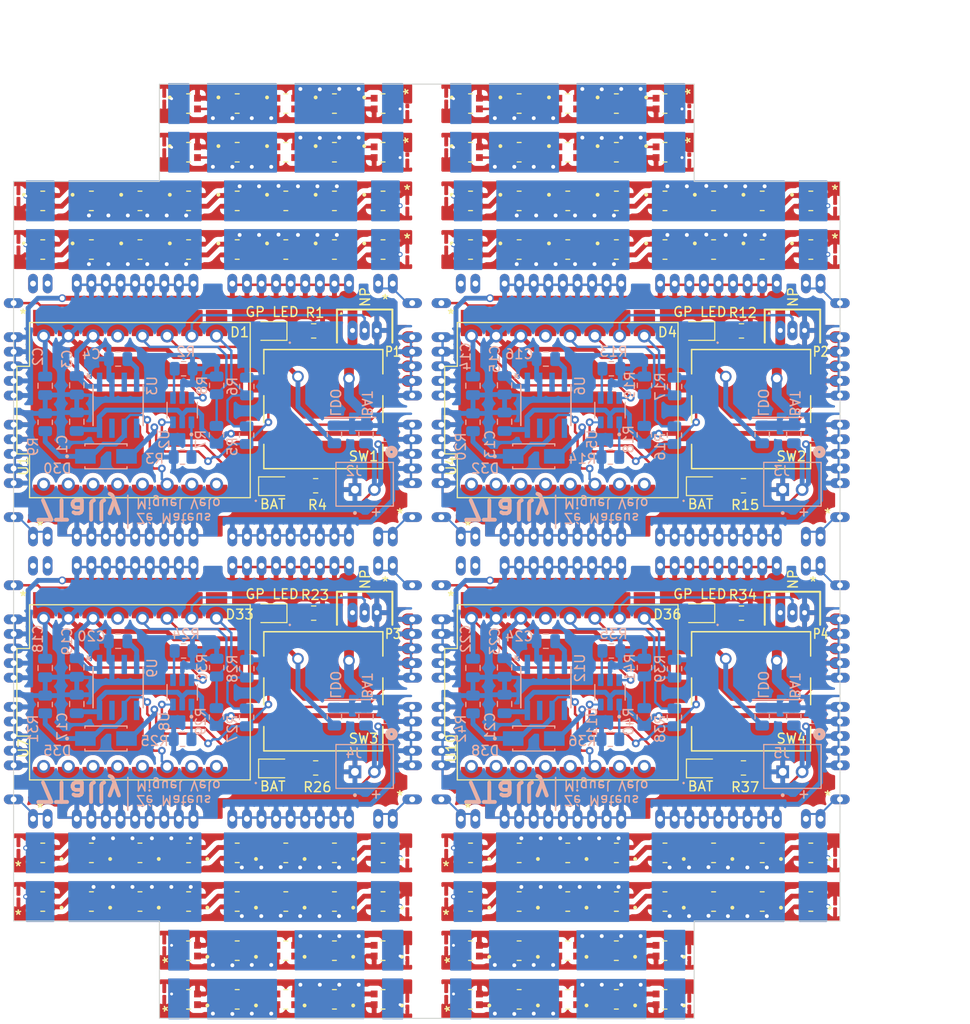
<source format=kicad_pcb>
(kicad_pcb (version 20241229) (generator "pcbnew") (generator_version "9.0")
  (layers (0 "F.Cu" signal) (2 "B.Cu" signal) (13 "F.Paste" user) (15 "B.Paste" user) (5 "F.SilkS" user "F.Silkscreen") (7 "B.SilkS" user "B.Silkscreen") (1 "F.Mask" user) (3 "B.Mask" user) (25 "Edge.Cuts" user))
  (net 0 "")
  (net 1 "GND")
  (net 2 "VBAT")
  (net 3 "+5V")
  (net 4 "+3.3V")
  (net 5 "BP")
  (net 6 "GP_LED")
  (net 7 "Net-(D1-K)")
  (net 8 "Net-(D2-K)")
  (net 9 "Net-(D2-A)")
  (net 10 "enablePort")
  (net 11 "NEOPIXEL_PIN")
  (net 12 "Net-(U2-ISET)")
  (net 13 "Net-(U2-TS)")
  (net 14 "buttonPin")
  (net 15 "socPin")
  (net 27 "Led_Vdd")
  (net 28 "Net-(D3-DO)")
  (net 29 "Net-(D10-DO)")
  (net 30 "Net-(D5-DO)")
  (net 31 "Net-(D6-DO)")
  (net 32 "Net-(D6-DI)")
  (net 33 "Net-(D8-DO)")
  (net 34 "unconnected-(D9-DO-Pad1)")
  (net 35 "Net-(D10-DI)")
  (net 36 "Net-(D11-DI)")
  (net 37 "Net-(D12-DI)")
  (net 38 "Net-(D12-DO)")
  (net 39 "Net-(D13-DO)")
  (net 40 "Net-(D14-DO)")
  (net 41 "Net-(D15-DO)")
  (net 42 "Net-(D16-DO)")
  (net 43 "Net-(D17-DO)")
  (net 44 "Net-(D18-DO)")
  (net 45 "Net-(D19-DO)")
  (net 46 "Net-(D20-DO)")
  (net 47 "Net-(D20-DI)")
  (net 48 "Net-(D21-DO)")
  (net 49 "Net-(D22-DO)")
  (net 50 "Net-(D24-DO)")
  (net 51 "Net-(D25-DO)")
  (net 52 "Net-(D26-DO)")
  (net 53 "Net-(D27-DO)")
  (net 54 "Net-(D30-PadA)")
  (footprint "" (layer "F.Cu") (at 106.25 101 90)
    (property "Reference" "168" (hide yes))
    (property "Value" "")
  )
  (footprint "" (layer "F.Cu") (at 93.75 91 180)
    (property "Reference" "")
    (property "Value" "")
  )
  (footprint "Library:C-Edge-1mmx2mmx0.8mmTH" (layer "F.Cu") (at 93.75 83.5 180)
    (property "Reference" "C-Edge-1mmx2mmx0.8mmTH" (hide yes))
    (property "Value" "" (hide yes))
  )
  (footprint "" (layer "F.Cu") (at 98.75 98 90)
    (property "Reference" "1" (hide yes))
    (property "Value" "")
  )
  (footprint "Library:C-Edge-1mmx2mmx0.8mmTH" (layer "F.Cu") (at 110.75 98 90)
    (property "Reference" "C-Edge-1mmx2mmx0.8mmTH2" (hide yes))
    (property "Value" "" (hide yes))
  )
  (footprint "WS2812B2020:LED_WS2812B2020" (layer "F.Cu") (at 90.75 145.55 180)
    (property "Reference" "D23" (hide yes))
    (property "Value" "WS2812B2020" (hide yes))
  )
  (footprint "" (layer "F.Cu") (at 93.75 79 180)
    (property "Reference" "")
    (property "Value" "")
  )
  (footprint "Library:C-Edge-1mmx2mmx0.8mmTH" (layer "F.Cu") (at 137.75 112.5 180)
    (property "Reference" "C-Edge-1mmx2mmx0.8mmTH18" (hide yes))
    (property "Value" "" (hide yes))
  )
  (footprint "" (layer "F.Cu") (at 82.75 127 90)
    (property "Reference" "76" (hide yes))
    (property "Value" "")
  )
  (footprint "WS2812B2020:LED_WS2812B2020" (layer "F.Cu") (at 99.75 68.5)
    (property "Reference" "D60" (hide yes))
    (property "Value" "WS2812B2020" (hide yes))
  )
  (footprint "" (layer "F.Cu") (at 137.75 82 180)
    (property "Reference" "34" (hide yes))
    (property "Value" "")
  )
  (footprint "" (layer "F.Cu") (at 100.25 98)
    (property "Reference" "2" (hide yes))
    (property "Value" "")
  )
  (footprint "WS2812B2020:LED_WS2812B2020" (layer "F.Cu") (at 80.75 140.55 180)
    (property "Reference" "D88" (hide yes))
    (property "Value" "WS2812B2020" (hide yes))
  )
  (footprint "" (layer "F.Cu") (at 137.75 79 180)
    (property "Reference" "38" (hide yes))
    (property "Value" "")
  )
  (footprint "Capacitor_SMD:C_0201_0603Metric" (layer "F.Cu") (at 97.25 145 90)
    (property "Reference" "C39" (hide yes))
    (property "Value" "0.2u")
  )
  (footprint "" (layer "F.Cu") (at 65.25 127 90)
    (property "Reference" "67" (hide yes))
    (property "Value" "")
  )
  (footprint "WS2812B2020:LED_WS2812B2020" (layer "F.Cu") (at 124.749673 130.499999 180)
    (property "Reference" "D68" (hide yes))
    (property "Value" "WS2812B2020" (hide yes))
  )
  (footprint "" (layer "F.Cu") (at 93.75 88 180)
    (property "Reference" "")
    (property "Value" "")
  )
  (footprint "" (layer "F.Cu") (at 137.75 108 180)
    (property "Reference" "160" (hide yes))
    (property "Value" "")
  )
  (footprint "" (layer "F.Cu") (at 81.25 98 90)
    (property "Reference" "")
    (property "Value" "")
  )
  (footprint "" (layer "F.Cu") (at 123.75 101 90)
    (property "Reference" "177" (hide yes))
    (property "Value" "")
  )
  (footprint "" (layer "F.Cu") (at 107.75 101 90)
    (property "Reference" "169" (hide yes))
    (property "Value" "")
  )
  (footprint "" (layer "F.Cu") (at 119.25 127 90)
    (property "Reference" "132" (hide yes))
    (property "Value" "")
  )
  (footprint "" (layer "F.Cu") (at 93.75 77.5 180)
    (property "Reference" "")
    (property "Value" "")
  )
  (footprint "WS2812B2020:LED_WS2812B2020" (layer "F.Cu") (at 70.75 130.499002 180)
    (property "Reference" "D15" (hide yes))
    (property "Value" "WS2812B2020" (hide yes))
  )
  (footprint "" (layer "F.Cu") (at 63.75 72 90)
    (property "Reference" "")
    (property "Value" "")
  )
  (footprint "" (layer "F.Cu") (at 84.25 98 90)
    (property "Reference" "")
    (property "Value" "")
  )
  (footprint "" (layer "F.Cu") (at 134.25 98)
    (property "Reference" "19" (hide yes))
    (property "Value" "")
  )
  (footprint "WS2812B2020:LED_WS2812B2020" (layer "F.Cu") (at 85.75 135.499002 180)
    (property "Reference" "D77" (hide yes))
    (property "Value" "WS2812B2020" (hide yes))
  )
  (footprint "WS2812B2020:LED_WS2812B2020" (layer "F.Cu") (at 60.75 63.5)
    (property "Reference" "D8" (hide yes))
    (property "Value" "WS2812B2020" (hide yes))
  )
  (footprint "Resistor_SMD:R_0805_2012Metric" (layer "F.Cu") (at 83.820606 121.772893 180)
    (property "Reference" "R26")
    (property "Value" "330")
  )
  (footprint "" (layer "F.Cu") (at 76.75 72 90)
    (property "Reference" "")
    (property "Value" "")
  )
  (footprint "WS2812B2020:LED_WS2812B2020" (layer "F.Cu") (at 90.75 63.5)
    (property "Reference" "D11" (hide yes))
    (property "Value" "WS2812B2020" (hide yes))
  )
  (footprint "" (layer "F.Cu") (at 54.75 72)
    (property "Reference" "")
    (property "Value" "")
  )
  (footprint "Library:C-Edge-1mmx2mmx0.8mmTH" (layer "F.Cu") (at 135.75 101 90)
    (property "Reference" "C-Edge-1mmx2mmx0.8mmTH21" (hide yes))
    (property "Value" "" (hide yes))
  )
  (footprint "" (layer "F.Cu") (at 104.75 127 90)
    (property "Reference" "125" (hide yes))
    (property "Value" "")
  )
  (footprint "WS2812B2020:LED_WS2812B2020" (layer "F.Cu") (at 80.75 58.5)
    (property "Reference" "D109" (hide yes))
    (property "Value" "WS2812B2020" (hide yes))
  )
  (footprint "WS2812B2020:LED_WS2812B2020" (layer "F.Cu") (at 129.75 68.5)
    (property "Reference" "D61" (hide yes))
    (property "Value" "WS2812B2020" (hide yes))
  )
  (footprint "WS2812B2020:LED_WS2812B2020" (layer "F.Cu") (at 99.75 63.5)
    (property "Reference" "D44" (hide yes))
    (property "Value" "WS2812B2020" (hide yes))
  )
  (footprint "Capacitor_SMD:C_0201_0603Metric" (layer "F.Cu") (at 68.25 140 90)
    (property "Reference" "C37" (hide yes))
    (property "Value" "0.2u")
  )
  (footprint "WS2812B2020:LED_WS2812B2020" (layer "F.Cu") (at 60.75 130.499002 180)
    (property "Reference" "D13" (hide yes))
    (property "Value" "WS2812B2020" (hide yes))
  )
  (footprint "" (layer "F.Cu") (at 137.75 80.5 180)
    (property "Reference" "36" (hide yes))
    (property "Value" "")
  )
  (footprint "" (layer "F.Cu") (at 93.75 117 180)
    (property "Reference" "91" (hide yes))
    (property "Value" "")
  )
  (footprint "WS2812B2020:LED_WS2812B2020" (layer "F.Cu") (at 70.75 135.499002 180)
    (property "Reference" "D74" (hide yes))
    (property "Value" "WS2812B2020" (hide yes))
  )
  (footprint "" (layer "F.Cu") (at 122.25 101 90)
    (property "Reference" "176" (hide yes))
    (property "Value" "")
  )
  (footprint "" (layer "F.Cu") (at 107.75 127 90)
    (property "Reference" "127" (hide yes))
    (property "Value" "")
  )
  (footprint "LED_SMD:LED_0805_2012Metric" (layer "F.Cu") (at 79.1826 105.872 180)
    (property "Reference" "D33")
    (property "Value" "LED")
  )
  (footprint "Capacitor_SMD:C_0201_0603Metric" (layer "F.Cu") (at 122.25 54.07 -90)
    (property "Reference" "C44" (hide yes))
    (property "Value" "0.2u")
  )
  (footprint "WS2812B2020:LED_WS2812B2020" (layer "F.Cu") (at 114.75 68.5)
    (property "Reference" "D58" (hide yes))
    (property "Value" "WS2812B2020" (hide yes))
  )
  (footprint "" (layer "F.Cu") (at 82.75 98 90)
    (property "Reference" "")
    (property "Value" "")
  )
  (footprint "" (layer "F.Cu") (at 129.75 72 90)
    (property "Reference" "59" (hide yes))
    (property "Value" "")
  )
  (footprint "TL3300CF160Q:SW_TL3300CF160Q_EWI" (layer "F.Cu") (at 128.610066 113.896241 180)
    (property "Reference" "SW4")
    (property "Value" "TL3300CF160Q")
  )
  (footprint "WS2812B2020:LED_WS2812B2020" (layer "F.Cu") (at 60.75 135.499002 180)
    (property "Reference" "D72" (hide yes))
    (property "Value" "WS2812B2020" (hide yes))
  )
  (footprint "" (layer "F.Cu") (at 109.25 127 90)
    (property "Reference" "128" (hide yes))
    (property "Value" "")
  )
  (footprint "" (layer "F.Cu") (at 100.25 127)
    (property "Reference" "124" (hide yes))
    (property "Value" "")
  )
  (footprint "" (layer "F.Cu") (at 79.75 127 90)
    (property "Reference" "74" (hide yes))
    (property "Value" "")
  )
  (footprint "WS2812B2020:LED_WS2812B2020" (layer "F.Cu") (at 65.75 63.5)
    (property "Reference" "D6" (hide yes))
    (property "Value" "WS2812B2020" (hide yes))
  )
  (footprint "" (layer "F.Cu") (at 56.25 127)
    (property "Reference" "63" (hide yes))
    (property "Value" "")
  )
  (footprint "" (layer "F.Cu") (at 120.75 72 90)
    (property "Reference" "53" (hide yes))
    (property "Value" "")
  )
  (footprint "" (layer "F.Cu") (at 137.75 106.5 180)
    (property "Reference" "162" (hide yes))
    (property "Value" "")
  )
  (footprint "" (layer "F.Cu") (at 126.75 72 90)
    (property "Reference" "57" (hide yes))
    (property "Value" "")
  )
  (footprint "" (layer "F.Cu") (at 137.75 86.5 180)
    (property "Reference" "31" (hide yes))
    (property "Value" "")
  )
  (footprint "" (layer "F.Cu") (at 93.75 108 180)
    (property "Reference" "99" (hide yes))
    (property "Value" "")
  )
  (footprint "WS2812B2020:LED_WS2812B2020" (layer "F.Cu") (at 114.75 58.5)
    (property "Reference" "D113" (hide yes))
    (property "Value" "WS2812B2020" (hide yes))
  )
  (footprint "" (layer "F.Cu") (at 137.75 88 180)
    (property "Reference" "30" (hide yes))
    (property "Value" "")
  )
  (footprint "Library:C-Edge-1mmx2mmx0.8mmTH" (layer "F.Cu") (at 110.75 101 90)
    (property "Reference" "C-Edge-1mmx2mmx0.8mmTH20" (hide yes))
    (property "Value" "" (hide yes))
  )
  (footprint "" (layer "F.Cu") (at 125.25 98 90)
    (property "Reference" "14" (hide yes))
    (property "Value" "")
  )
  (footprint "" (layer "F.Cu") (at 60.75 101 90)
    (property "Reference" "106" (hide yes))
    (property "Value" "")
  )
  (footprint "WS2812B2020:LED_WS2812B2020" (layer "F.Cu") (at 80.75 135.499002 180)
    (property "Reference" "D76" (hide yes))
    (property "Value" "WS2812B2020" (hide yes))
  )
  (footprint "Capacitor_SMD:C_0201_0603Metric" (layer "F.Cu") (at 93.25 69 -90)
    (property "Reference" "C27" (hide yes))
    (property "Value" "0.4u")
  )
  (footprint "Capacitor_SMD:C_0201_0603Metric" (layer "F.Cu") (at 53.25 129.999002 90)
    (property "Reference" "C10" (hide yes))
    (property "Value" "0.4u")
  )
  (footprint "Resistor_SMD:R_0805_2012Metric" (layer "F.Cu") (at 127.615983 105.862545)
    (property "Reference" "R34")
    (property "Value" "330")
  )
  (footprint "" (layer "F.Cu") (at 76.75 127 90)
    (property "Reference" "72" (hide yes))
    (property "Value" "")
  )
  (footprint "" (layer "F.Cu") (at 69.75 98 90)
    (property "Reference" "")
    (property "Value" "")
  )
  (footprint "" (layer "F.Cu") (at 78.25 72 90)
    (property "Reference" "")
    (property "Value" "")
  )
  (footprint "" (layer "F.Cu") (at 52.75 82)
    (property "Reference" "")
    (property "Value" "")
  )
  (footprint "" (layer "F.Cu") (at 68.25 98 90)
    (property "Reference" "")
    (property "Value" "")
  )
  (footprint "" (layer "F.Cu") (at 107.75 98 90)
    (property "Reference" "5" (hide yes))
    (property "Value" "")
  )
  (footprint "WS2812B2020:LED_WS2812B2020" (layer "F.Cu") (at 70.75 68.5)
    (property "Reference" "D50" (hide yes))
    (property "Value" "WS2812B2020" (hide yes))
  )
  (footprint "LED_SMD:LED_0805_2012Metric" (layer "F.Cu") (at 123.6375 121.820611)
    (property "Reference" "D37" (hide yes))
    (property "Value" "LED")
  )
  (footprint "" (layer "F.Cu") (at 113.75 127 90)
    (property "Reference" "130" (hide yes))
    (property "Value" "")
  )
  (footprint "WS2812B2020:LED_WS2812B2020" (layer "F.Cu") (at 104.75 63.5)
    (property "Reference" "D43" (hide yes))
    (property "Value" "WS2812B2020" (hide yes))
  )
  (footprint "" (layer "F.Cu") (at 137.75 92.5 180)
    (property "Reference" "24" (hide yes))
    (property "Value" "")
  )
  (footprint "" (layer "F.Cu") (at 96.75 120)
    (property "Reference" "147" (hide yes))
    (property "Value" "")
  )
  (footprint "" (layer "F.Cu") (at 134.25 101)
    (property "Reference" "183" (hide yes))
    (property "Value" "")
  )
  (footprint "" (layer "F.Cu") (at 76.75 98 90)
    (property "Reference" "")
    (property "Value" "")
  )
  (footprint "" (layer "F.Cu") (at 96.75 108)
    (property "Reference" "159" (hide yes))
    (property "Value" "")
  )
  (footprint "WS2812B2020:LED_WS2812B2020" (layer "F.Cu") (at 75.75 145.55 180)
    (property "Reference" "D20" (hide yes))
    (property "Value" "WS2812B2020" (hide yes))
  )
  (footprint "WS2812B2020:LED_WS2812B2020" (layer "F.Cu") (at 85.75 58.5)
    (property "Reference" "D108" (hide yes))
    (property "Value" "WS2812B2020" (hide yes))
  )
  (footprint "" (layer "F.Cu") (at 100.25 72)
    (property "Reference" "44" (hide yes))
    (property "Value" "")
  )
  (footprint "WS2812B2020:LED_WS2812B2020" (layer "F.Cu") (at 99.746094 140.551498 180)
    (property "Reference" "D101" (hide yes))
    (property "Value" "WS2812B2020" (hide yes))
  )
  (footprint "" (layer "F.Cu") (at 71.25 98 90)
    (property "Reference" "")
    (property "Value" "")
  )
  (footprint "53047-0310:53047-0310" (layer "F.Cu") (at 132.86 105.814 180)
    (property "Reference" "P4")
    (property "Value" "53047-0310")
  )
  (footprint "" (layer "F.Cu") (at 63.75 101 90)
    (property "Reference" "108" (hide yes))
    (property "Value" "")
  )
  (footprint "" (layer "F.Cu") (at 109.25 101 90)
    (property "Reference" "170" (hide yes))
    (property "Value" "")
  )
  (footprint "" (layer "F.Cu") (at 71.25 101 90)
    (property "Reference" "112" (hide yes))
    (property "Value" "")
  )
  (footprint "" (layer "F.Cu") (at 71.25 127 90)
    (property "Reference" "70" (hide yes))
    (property "Value" "")
  )
  (footprint "" (layer "F.Cu") (at 128.25 98 90)
    (property "Reference" "16" (hide yes))
    (property "Value" "")
  )
  (footprint "" (layer "F.Cu") (at 131.25 101 90)
    (property "Reference" "182" (hide yes))
    (property "Value" "")
  )
  (footprint "WS2812B2020:LED_WS2812B2020" (layer "F.Cu") (at 75.75 135.499002 180)
    (property "Reference" "D75" (hide yes))
    (property "Value" "WS2812B2020" (hide yes))
  )
  (footprint "WS2812B2020:LED_WS2812B2020" (layer "F.Cu") (at 75.75 63.5)
    (property "Reference" "D5" (hide yes))
    (property "Value" "WS2812B2020" (hide yes))
  )
  (footprint "Library:C-Edge-1mmx2mmx0.8mmTH" (layer "F.Cu") (at 66.75 101 90)
    (property "Reference" "C-Edge-1mmx2mmx0.8mmTH13" (hide yes))
    (property "Value" "" (hide yes))
  )
  (footprint "" (layer "F.Cu") (at 52.75 77.5)
    (property "Reference" "")
    (property "Value" "")
  )
  (footprint "53047-0310:53047-0310" (layer "F.Cu") (at 88.86 76.814 180)
    (property "Reference" "P1")
    (property "Value" "53047-0310")
  )
  (footprint "WS2812B2020:LED_WS2812B2020" (layer "F.Cu") (at 134.75 68.5)
    (property "Reference" "D62" (hide yes))
    (property "Value" "WS2812B2020" (hide yes))
  )
  (footprint "" (layer "F.Cu") (at 75.25 72 90)
    (property "Reference" "")
    (property "Value" "")
  )
  (footprint "" (layer "F.Cu") (at 52.75 125)
    (property "Reference" "82" (hide yes))
    (property "Value" "")
  )
  (footprint "" (layer "F.Cu") (at 123.75 98 90)
    (property "Reference" "13" (hide yes))
    (property "Value" "")
  )
  (footprint "" (layer "F.Cu") (at 62.25 98 90)
    (property "Reference" "")
    (property "Value" "")
  )
  (footprint "" (layer "F.Cu") (at 81.25 127 90)
    (property "Reference" "75" (hide yes))
    (property "Value" "")
  )
  (footprint "" (layer "F.Cu") (at 120.75 101 90)
    (property "Reference" "175" (hide yes))
    (property "Value" "")
  )
  (footprint "" (layer "F.Cu") (at 126.75 98 90)
    (property "Reference" "15" (hide yes))
    (property "Value" "")
  )
  (footprint "" (layer "F.Cu") (at 96.75 74 90)
    (property "Reference" "41" (hide yes))
    (property "Value" "")
  )
  (footprint "Capacitor_SMD:C_0201_0603Metric" (layer "F.Cu") (at 93.25 135.999002 90)
    (property "Reference" "C33" (hide yes))
    (property "Value" "0.4u")
  )
  (footprint "" (layer "F.Cu") (at 128.25 72 90)
    (property "Reference" "58" (hide yes))
    (property "Value" "")
  )
  (footprint "Capacitor_SMD:C_0201_0603Metric" (layer "F.Cu") (at 137.25 69 -90)
    (property "Reference" "C29" (hide yes))
    (property "Value" "0.4u")
  )
  (footprint "LED_SMD:LED_0805_2012Metric" (layer "F.Cu") (at 123.1826 76.872 180)
    (property "Reference" "D4")
    (property "Value" "LED")
  )
  (footprint "WS2812B2020:LED_WS2812B2020" (layer "F.Cu") (at 104.746094 140.551498 180)
    (property "Reference" "D97" (hide yes))
    (property "Value" "WS2812B2020" (hide yes))
  )
  (footprint "Library:C-Edge-1mmx2mmx0.8mmTH" (layer "F.Cu") (at 91.75 72 90)
    (property "Reference" "C-Edge-1mmx2mmx0.8mmTH" (hide yes))
    (property "Value" "" (hide yes))
  )
  (footprint "" (layer "F.Cu") (at 62.25 72 90)
    (property "Reference" "")
    (property "Value" "")
  )
  (footprint "" (layer "F.Cu") (at 90.25 101)
    (property "Reference" "122" (hide yes))
    (property "Value" "")
  )
  (footprint "WS2812B2020:LED_WS2812B2020" (layer "F.Cu") (at 80.75 53.5)
    (property "Reference" "D26" (hide yes))
    (property "Value" "WS2812B2020" (hide yes))
  )
  (footprint "WS2812B2020:LED_WS2812B2020" (layer "F.Cu") (at 124.75 63.5)
    (property "Reference" "D39" (hide yes))
    (property "Value" "WS2812B2020" (hide yes))
  )
  (footprint "WS2812B2020:LED_WS2812B2020" (layer "F.Cu") (at 99.75 145.55 180)
    (property "Reference" "D96" (hide yes))
    (property "Value" "WS2812B2020" (hide yes))
  )
  (footprint "" (layer "F.Cu") (at 52.75 96)
    (property "Reference" "")
    (property "Value" "")
  )
  (footprint "" (layer "F.Cu") (at 52.75 103 90)
    (property "Reference" "102" (hide yes))
    (property "Value" "")
  )
  (footprint "WS2812B2020:LED_WS2812B2020" (layer "F.Cu") (at 129.749673 135.499999 180)
    (property "Reference" "D85" (hide yes))
    (property "Value" "WS2812B2020" (hide yes))
  )
  (footprint "WS2812B2020:LED_WS2812B2020" (layer "F.Cu") (at 85.75 145.55 180)
    (property "Reference" "D22" (hide yes))
    (property "Value" "WS2812B2020" (hide yes))
  )
  (footprint "WS2812B2020:LED_WS2812B2020" (layer "F.Cu") (at 109.75 145.55 180)
    (property "Reference" "D93" (hide yes))
    (property "Value" "WS2812B2020" (hide yes))
  )
  (footprint "WS2812B2020:LED_WS2812B2020" (layer "F.Cu") (at 99.75 53.5)
    (property "Reference" "D106" (hide yes))
    (property "Value" "WS2812B2020" (hide yes))
  )
  (footprint "Capacitor_SMD:C_0201_0603Metric" (layer "F.Cu") (at 68.25 58 -90)
    (property "Reference" "C45" (hide yes))
    (property "Value" "0.2u")
  )
  (footprint "" (layer "F.Cu") (at 84.25 72 90)
    (property "Reference" "")
    (property "Value" "")
  )
  (footprint "" (layer "F.Cu") (at 93.75 125)
    (property "Reference" "83" (hide yes))
    (property "Value" "")
  )
  (footprint "" (layer "F.Cu") (at 137.75 89.5 180)
    (property "Reference" "28" (hide yes))
    (property "Value" "")
  )
  (footprint "WS2812B2020:LED_WS2812B2020" (layer "F.Cu") (at 90.75 68.5)
    (property "Reference" "D54" (hide yes))
    (property "Value" "WS2812B2020" (hide yes))
  )
  (footprint "" (layer "F.Cu") (at 84.25 101 90)
    (property "Reference" "119" (hide yes))
    (property "Value" "")
  )
  (footprint "WS2812B2020:LED_WS2812B2020" (layer "F.Cu") (at 119.75 68.5)
    (property "Reference" "D56" (hide yes))
    (property "Value" "WS2812B2020" (hide yes))
  )
  (footprint "" (layer "F.Cu") (at 137.75 118.5 180)
    (property "Reference" "150" (hide yes))
    (property "Value" "")
  )
  (footprint "" (layer "F.Cu") (at 82.75 101 90)
    (property "Reference" "118" (hide yes))
    (property "Value" "")
  )
  (footprint "" (layer "F.Cu") (at 52.75 117)
    (property "Reference" "90" (hide yes))
    (property "Value" "")
  )
  (footprint "ESP32-C3_SUPERMINI_TH:MODULE_ESP32-C3_SUPERMINI_TH" (layer "F.Cu") (at 109.74 85 90)
    (property "Reference" "U4")
    (property "Value" "ESP32-C3_SUPERMINI_TH")
  )
  (footprint "Resistor_SMD:R_0805_2012Metric" (layer "F.Cu") (at 83.820606 92.772893 180)
    (property "Reference" "R4")
    (property "Value" "330")
  )
  (footprint "WS2812B2020:LED_WS2812B2020" (layer "F.Cu") (at 70.75 63.5)
    (property "Reference" "D7" (hide yes))
    (property "Value" "WS2812B2020" (hide yes))
  )
  (footprint "" (layer "F.Cu") (at 56.25 72)
    (property "Reference" "")
    (property "Value" "")
  )
  (footprint "WS2812B2020:LED_WS2812B2020" (layer "F.Cu") (at 104.75 145.55 180)
    (property "Reference" "D92" (hide yes))
    (property "Value" "WS2812B2020" (hide yes))
  )
  (footprint "WS2812B2020:LED_WS2812B2020" (layer "F.Cu") (at 129.75 63.5)
    (property "Reference" "D45" (hide yes))
    (property "Value" "WS2812B2020" (hide yes))
  )
  (footprint "" (layer "F.Cu") (at 96.75 121.5)
    (property "Reference" "145" (hide yes))
    (property "Value" "")
  )
  (footprint "Library:C-Edge-1mmx2mmx0.8mmTH" (layer "F.Cu") (at 66.75 127 90)
    (property "Reference" "C-Edge-1mmx2mmx0.8mmTH9" (hide yes))
    (property "Value" "" (hide yes))
  )
  (footprint "" (layer "F.Cu") (at 137.75 120 180)
    (property "Reference" "148" (hide yes))
    (property "Value" "")
  )
  (footprint "" (layer "F.Cu") (at 137.75 103 90)
    (property "Reference" "164" (hide yes))
    (property "Value" "")
  )
  (footprint "WS2812B2020:LED_WS2812B2020" (layer "F.Cu") (at 104.749673 130.499999 180)
    (property "Reference" "D64" (hide yes))
    (property "Value" "WS2812B2020" (hide yes))
  )
  (footprint "Library:C-Edge-1mmx2mmx0.8mmTH" (layer "F.Cu") (at 52.75 115.5)
    (property "Reference" "C-Edge-1mmx2mmx0.8mmTH10" (hide yes))
    (property "Value" "" (hide yes))
  )
  (footprint "" (layer "F.Cu") (at 113.75 98 90)
    (property "Reference" "8" (hide yes))
    (property "Value" "")
  )
  (footprint "" (layer "F.Cu") (at 93.75 89.5 180)
    (property "Reference" "")
    (property "Value" "")
  )
  (footprint "" (layer "F.Cu") (at 112.25 101 90)
    (property "Reference" "171" (hide yes))
    (property "Value" "")
  )
  (footprint "" (layer "F.Cu") (at 68.25 101 90)
    (property "Reference" "110" (hide yes))
    (property "Value" "")
  )
  (footprint "" (layer "F.Cu") (at 75.25 98 90)
    (property "Reference" "")
    (property "Value" "")
  )
  (footprint "" (layer "F.Cu") (at 52.75 83.5)
    (property "Reference" "")
    (property "Value" "")
  )
  (footprint "" (layer "F.Cu") (at 137.75 115.5 180)
    (property "Reference" "153" (hide yes))
    (property "Value" "")
  )
  (footprint "Capacitor_SMD:C_0201_0603Metric" (layer "F.Cu") (at 97.25 53 -90)
    (property "Reference" "C43" (hide yes))
    (property "Value" "0.2u")
  )
  (footprint "" (layer "F.Cu") (at 52.75 109.5)
    (property "Reference" "96" (hide yes))
    (property "Value" "")
  )
  (footprint "" (layer "F.Cu") (at 52.75 92.5)
    (property "Reference" "")
    (property "Value" "")
  )
  (footprint "" (layer "F.Cu") (at 120.75 98 90)
    (property "Reference" "11" (hide yes))
    (property "Value" "")
  )
  (footprint "WS2812B2020:LED_WS2812B2020" (layer "F.Cu") (at 114.75 53.5)
    (property "Reference" "D103" (hide yes))
    (property "Value" "WS2812B2020" (hide yes))
  )
  (footprint "LED_SMD:LED_0805_2012Metric" (layer "F.Cu") (at 123.6375 92.820611)
    (property "Reference" "D31" (hide yes))
    (property "Value" "LED")
  )
  (footprint "" (layer "F.Cu") (at 112.25 98 90)
    (property "Reference" "7" (hide yes))
    (property "Value" "")
  )
  (footprint "" (layer "F.Cu") (at 65.25 101 90)
    (property "Reference" "109" (hide yes))
    (property "Value" "")
  )
  (footprint "" (layer "F.Cu") (at 79.75 72 90)
    (property "Reference" "")
    (property "Value" "")
  )
  (footprint "" (layer "F.Cu") (at 54.75 98 90)
    (property "Reference" "")
    (property "Value" "")
  )
  (footprint "" (layer "F.Cu") (at 131.25 98 90)
    (property "Reference" "18" (hide yes))
    (property "Value" "")
  )
  (footprint "Capacitor_SMD:C_0201_0603Metric" (layer "F.Cu") (at 68.25 53 -90)
    (property "Reference" "C7" (hide yes))
    (property "Value" "0.2u")
  )
  (footprint "" (layer "F.Cu") (at 91.75 127 90)
    (property "Reference" "81" (hide yes))
    (property "Value" "")
  )
  (footprint "" (layer "F.Cu") (at 137.75 77.5 180)
    (property "Reference" "40" (hide yes))
    (property "Value" "")
  )
  (footprint "WS2812B2020:LED_WS2812B2020" (layer "F.Cu") (at 75.75 58.5)
    (property "Reference" "D110" (hide yes))
    (property "Value" "WS2812B2020" (hide yes))
  )
  (footprint "Library:C-Edge-1mmx2mmx0.8mmTH" (layer "F.Cu") (at 66.75 72 90)
    (property "Reference" "C-Edge-1mmx2mmx0.8mmTH" (hide yes))
    (property "Value" "" (hide yes))
  )
  (footprint "" (layer "F.Cu") (at 87.25 127 90)
    (property "Reference" "79" (hide yes))
    (property "Value" "")
  )
  (footprint "" (layer "F.Cu") (at 52.75 106.5)
    (property "Reference" "100" (hide yes))
    (property "Value" "")
  )
  (footprint "WS2812B2020:LED_WS2812B2020" (layer "F.Cu") (at 55.75 68.5)
    (property "Reference" "D52" (hide yes))
    (property "Value" "WS2812B2020" (hide yes))
  )
  (footprint "" (layer "F.Cu") (at 137.75 74 90)
    (property "Reference" "42" (hide yes))
    (property "Value" "")
  )
  (footprint "" (layer "F.Cu") (at 112.25 127 90)
    (property "Reference" "129" (hide yes))
    (property "Value" "")
  )
  (footprint "Capacitor_SMD:C_0201_0603Metric" (layer "F.Cu") (at 93.25 59.07 -90)
    (property "Reference" "C46" (hide yes))
    (property "Value" "0.2u")
  )
  (footprint "WS2812B2020:LED_WS2812B2020" (layer "F.Cu") (at 104.75 58.5)
    (property "Reference" "D115" (hide yes))
    (property "Value" "WS2812B2020" (hide yes))
  )
  (footprint "WS2812B2020:LED_WS2812B2020" (layer "F.Cu") (at 114.75 145.55 180)
    (property "Reference" "D94" (hide yes))
    (property "Value" "WS2812B2020" (hide yes))
  )
  (footprint "Library:C-Edge-1mmx2mmx0.8mmTH" (layer "F.Cu") (at 110.75 127 90)
    (property "Reference" "C-Edge-1mmx2mmx0.8mmTH16" (hide yes))
    (property "Value" "" (hide yes))
  )
  (footprint "" (layer "F.Cu") (at 106.25 127 90)
    (property "Reference" "126" (hide yes))
    (property "Value" "")
  )
  (footprint "Capacitor_SMD:C_0201_0603Metric" (layer "F.Cu") (at 68.25 145 90)
    (property "Reference" "C11" (hide yes))
    (property "Value" "0.2u")
  )
  (footprint "WS2812B2020:LED_WS2812B2020" (layer "F.Cu") (at 65.75 135.499002 180)
    (property "Reference" "D73" (hide yes))
    (property "Value" "WS2812B2020" (hide yes))
  )
  (footprint "Resistor_SMD:R_0805_2012Metric" (layer "F.Cu") (at 83.615983 105.862545)
    (property "Reference" "R23")
    (property "Value" "330")
  )
  (footprint "" (layer "F.Cu") (at 56.25 101)
    (property "Reference" "105" (hide yes))
    (property "Value" "")
  )
  (footprint "LED_SMD:LED_0805_2012Metric" (layer "F.Cu") (at 79.1826 76.872 180)
    (property "Reference" "D1")
    (property "Value" "LED")
  )
  (footprint "TL3300CF160Q:SW_TL3300CF160Q_EWI" (layer "F.Cu") (at 84.610066 113.896241 180)
    (property "Reference" "SW3")
    (property "Value" "TL3300CF160Q")
  )
  (footprint "" (layer "F.Cu") (at 75.25 127 90)
    (property "Reference" "71" (hide yes))
    (property "Value" "")
  )
  (footprint "Library:C-Edge-1mmx2mmx0.8mmTH" (layer "F.Cu") (at 103.25 127 90)
    (property "Reference" "C-Edge-1mmx2mmx0.8mmTH15" (hide yes))
    (property "Value" "" (hide yes))
  )
  (footprint "" (layer "F.Cu") (at 90.25 98)
    (property "Reference" "")
    (property "Value" "")
  )
  (footprint "" (layer "F.Cu") (at 93.75 109.5 180)
    (property "Reference" "97" (hide yes))
    (property "Value" "")
  )
  (footprint "" (layer "F.Cu") (at 96.75 117)
    (property "Reference" "151" (hide yes))
    (property "Value" "")
  )
  (footprint "" (layer "F.Cu") (at 137.75 111 180)
    (property "Reference" "156" (hide yes))
    (property "Value" "")
  )
  (footprint "Capacitor_SMD:C_0201_0603Metric" (layer "F.Cu") (at 93.25 54.07 -90)
    (property "Reference" "C8" (hide yes))
    (property "Value" "0.2u")
  )
  (footprint "TL3300CF160Q:SW_TL3300CF160Q_EWI" (layer "F.Cu") (at 128.610066 84.896241 180)
    (property "Reference" "SW2")
    (property "Value" "TL3300CF160Q")
  )
  (footprint "LED_SMD:LED_0805_2012Metric" (layer "F.Cu") (at 79.6375 92.820611)
    (property "Reference" "D2" (hide yes))
    (property "Value" "LED")
  )
  (footprint "53047-0310:53047-0310" (layer "F.Cu") (at 88.86 105.814 180)
    (property "Reference" "P3")
    (property "Value" "53047-0310")
  )
  (footprint "WS2812B2020:LED_WS2812B2020" (layer "F.Cu") (at 114.75 63.5)
    (property "Reference" "D42" (hide yes))
    (property "Value" "WS2812B2020" (hide yes))
  )
  (footprint "" (layer "F.Cu") (at 81.25 72 90)
    (property "Reference" "")
    (property "Value" "")
  )
  (footprint "WS2812B2020:LED_WS2812B2020" (layer "F.Cu") (at 70.75 145.55 180)
    (property "Reference" "D29" (hide yes))
    (property "Value" "WS2812B2020" (hide yes))
  )
  (footprint "" (layer "F.Cu") (at 106.25 72 90)
    (property "Reference" "46" (hide yes))
    (property "Value" "")
  )
  (footprint "ESP32-C3_SUPERMINI_TH:MODULE_ESP32-C3_SUPERMINI_TH" (layer "F.Cu") (at 65.74 85 90)
    (property "Reference" "U1")
    (property "Value" "ESP32-C3_SUPERMINI_TH")
  )
  (footprint "" (layer "F.Cu") (at 137.75 96)
    (property "Reference" "22" (hide yes))
    (property "Value" "")
  )
  (footprint "" (layer "F.Cu") (at 129.75 101 90)
    (property "Reference" "181" (hide yes))
    (property "Value" "")
  )
  (footprint "" (layer "F.Cu") (at 123.75 127 90)
    (property "Reference" "135" (hide yes))
    (property "Value" "")
  )
  (footprint "Resistor_SMD:R_0805_2012Metric" (layer "F.Cu") (at 127.820606 92.772893 180)
    (property "Reference" "R15")
    (property "Value" "330")
  )
  (footprint "Capacitor_SMD:C_0201_0603Metric" (layer "F.Cu") (at 97.25 63 -90)
    (property "Reference" "C26" (hide yes))
    (property "Value" "0.4u")
  )
  (footprint "" (layer "F.Cu") (at 93.75 96)
    (property "Reference" "")
    (property "Value" "")
  )
  (footprint "" (layer "F.Cu") (at 78.25 98 90)
    (property "Reference" "")
    (property "Value" "")
  )
  (footprint "" (layer "F.Cu") (at 126.75 101 90)
    (property "Reference" "179" (hide yes))
    (property "Value" "")
  )
  (footprint "Capacitor_SMD:C_0201_0603Metric" (layer "F.Cu") (at 122.25 146 90)
    (property "Reference" "C40" (hide yes))
    (property "Value" "0.2u")
  )
  (footprint "" (layer "F.Cu") (at 137.75 91 180)
    (property "Reference" "26" (hide yes))
    (property "Value" "")
  )
  (footprint "" (layer "F.Cu") (at 125.25 127 90)
    (property "Reference" "136" (hide yes))
    (property "Value" "")
  )
  (footprint "" (layer "F.Cu") (at 60.75 127 90)
    (property "Reference" "64" (hide yes))
    (property "Value" "")
  )
  (footprint "" (layer "F.Cu") (at 91.75 98 90)
    (property "Reference" "")
    (property "Value" "")
  )
  (footprint "" (layer "F.Cu") (at 115.25 98 90)
    (property "Reference" "9" (hide yes))
    (property "Value" "")
  )
  (footprint "" (layer "F.Cu") (at 85.75 127 90)
    (property "Reference" "78" (hide yes))
    (property "Value" "")
  )
  (footprint "Library:C-Edge-1mmx2mmx0.8mmTH" (layer "F.Cu") (at 52.75 86.5)
    (property "Reference" "C-Edge-1mmx2mmx0.8mmTH" (hide yes))
    (property "Value" "" (hide yes))
  )
  (footprint "" (layer "F.Cu") (at 90.25 72)
    (property "Reference" "")
    (property "Value" "")
  )
  (footprint "" (layer "F.Cu") (at 52.75 88)
    (property "Reference" "")
    (property "Value" "")
  )
  (footprint "WS2812B2020:LED_WS2812B2020" (layer "F.Cu") (at 109.749673 135.499999 180)
    (property "Reference" "D81" (hide yes))
    (property "Value" "WS2812B2020" (hide yes))
  )
  (footprint "" (layer "F.Cu") (at 60.75 72 90)
    (property "Reference" "")
    (property "Value" "")
  )
  (footprint "WS2812B2020:LED_WS2812B2020" (layer "F.Cu") (at 119.75 53.5)
    (property "Reference" "D102" (hide yes))
    (property "Value" "WS2812B2020" (hide yes))
  )
  (footprint "TL3300CF160Q:SW_TL3300CF160Q_EWI" (layer "F.Cu") (at 84.610066 84.896241 180)
    (property "Reference" "SW1")
    (property "Value" "TL3300CF160Q")
  )
  (footprint "WS2812B2020:LED_WS2812B2020" (layer "F.Cu") (at 80.75 145.55 180)
    (property "Reference" "D21" (hide yes))
    (property "Value" "WS2812B2020" (hide yes))
  )
  (footprint "" (layer "F.Cu") (at 137.75 117 180)
    (property "Reference" "152" (hide yes))
    (property "Value" "")
  )
  (footprint "" (layer "F.Cu") (at 60.75 98 90)
    (property "Reference" "")
    (property "Value" "")
  )
  (footprint "" (layer "F.Cu") (at 96.75 77.5)
    (property "Reference" "39" (hide yes))
    (property "Value" "")
  )
  (footprint "" (layer "F.Cu") (at 93.75 120 180)
    (property "Reference" "87" (hide yes))
    (property "Value" "")
  )
  (footprint "" (layer "F.Cu") (at 129.75 98 90)
    (property "Reference" "17" (hide yes))
    (property "Value" "")
  )
  (footprint "" (layer "F.Cu") (at 56.25 98)
    (property "Reference" "")
    (property "Value" "")
  )
  (footprint "" (layer "F.Cu") (at 112.25 72 90)
    (property "Reference" "49" (hide yes))
    (property "Value" "")
  )
  (footprint "ESP32-C3_SUPERMINI_TH:MODULE_ESP32-C3_SUPERMINI_TH" (layer "F.Cu") (at 109.74 114 90)
    (property "Reference" "U10")
    (property "Value" "ESP32-C3_SUPERMINI_TH")
  )
  (footprint "Capacitor_SMD:C_0201_0603Metric" (layer "F.Cu") (at 137.249673 135.999999 90)
    (property "Reference" "C35" (hide yes))
    (property "Value" "0.4u")
  )
  (footprint "" (layer "F.Cu") (at 96.75 88)
    (property "Reference" "29" (hide yes))
    (property "Value" "")
  )
  (footprint "WS2812B2020:LED_WS2812B2020" (layer "F.Cu") (at 90.75 140.55 180)
    (property "Reference" "D90" (hide yes))
    (property "Value" "WS2812B2020" (hide yes))
  )
  (footprint "Library:C-Edge-1mmx2mmx0.8mmTH" (layer "F.Cu") (at 137.75 83.5 180)
    (property "Reference" "C-Edge-1mmx2mmx0.8mmTH4" (hide yes))
    (property "Value" "" (hide yes))
  )
  (footprint "WS2812B2020:LED_WS2812B2020" (layer "F.Cu") (at 65.75 68.5)
    (property "Reference" "D49" (hide yes))
    (property "Value" "WS2812B2020" (hide yes))
  )
  (footprint "Library:C-Edge-1mmx2mmx0.8mmTH" (layer "F.Cu") (at 93.75 112.5 180)
    (property "Reference" "C-Edge-1mmx2mmx0.8mmTH11" (hide yes))
    (property "Value" "" (hide yes))
  )
  (footprint "Library:C-Edge-1mmx2mmx0.8mmTH" (layer "F.Cu") (at 91.75 101 90)
    (property "Reference" "C-Edge-1mmx2mmx0.8mmTH14" (hide yes))
    (property "Value" "" (hide yes))
  )
  (footprint "" (layer "F.Cu") (at 62.25 127 90)
    (property "Reference" "65" (hide yes))
    (property "Value" "")
  )
  (footprint "" (layer "F.Cu") (at 69.75 101 90)
    (property "Reference" "111" (hide yes))
    (property "Value" "")
  )
  (footprint "" (layer "F.Cu") (at 96.75 103 90)
    (property "Reference" "163" (hide yes))
    (property "Value" "")
  )
  (footprint "" (layer "F.Cu") (at 137.75 109.5 180)
    (property "Reference" "158" (hide yes))
    (property "Value" "")
  )
  (footprint "Capacitor_SMD:C_0201_0603Metric" (layer "F.Cu") (at 97.25 58 -90)
    (property "Reference" "C47" (hide yes))
    (property "Value" "0.2u")
  )
  (footprint "WS2812B2020:LED_WS2812B2020" (layer "F.Cu") (at 55.75 130.499002 180)
    (property "Reference" "D12" (hide yes))
    (property "Value" "WS2812B2020" (hide yes))
  )
  (footprint "" (layer "F.Cu") (at 52.75 91)
    (property "Reference" "")
    (property "Value" "")
  )
  (footprint "" (layer "F.Cu") (at 115.25 127 90)
    (property "Reference" "131" (hide yes))
    (property "Value" "")
  )
  (footprint "WS2812B2020:LED_WS2812B2020" (layer "F.Cu") (at 70.75 53.5)
    (property "Reference" "D28" (hide yes))
    (property "Value" "WS2812B2020" (hide yes))
  )
  (footprint "WS2812B2020:LED_WS2812B2020" (layer "F.Cu") (at 119.749673 130.499999 180)
    (property "Reference" "D67" (hide yes))
    (property "Value" "WS2812B2020" (hide yes))
  )
  (footprint "" (layer "F.Cu") (at 96.75 89.5)
    (property "Reference" "27" (hide yes))
    (property "Value" "")
  )
  (footprint "" (layer "F.Cu") (at 115.25 72 90)
    (property "Reference" "51" (hide yes))
    (property "Value" "")
  )
  (footprint "WS2812B2020:LED_WS2812B2020" (layer "F.Cu") (at 90.75 135.499002 180)
    (property "Reference" "D78" (hide yes))
    (property "Value" "WS2812B2020" (hide yes))
  )
  (footprint "Capacitor_SMD:C_0201_0603Metric" (layer "F.Cu") (at 97.246094 140.001498 90)
    (property "Reference" "C41" (hide yes))
    (property "Value" "0.2u")
  )
  (footprint "Resistor_SMD:R_0805_2012Metric" (layer "F.Cu") (at 127.820606 121.772893 180)
    (property "Reference" "R37")
    (property "Value" "330")
  )
  (footprint "" (layer "F.Cu") (at 122.25 72 90)
    (property "Reference" "54" (hide yes))
    (property "Value" "")
  )
  (footprint "" (layer "F.Cu") (at 135.75 127 90)
    (property "Reference" "142" (hide yes))
    (property "Value" "")
  )
  (footprint "" (layer "F.Cu") (at 96.75 82)
    (property "Reference" "33" (hide yes))
    (property "Value" "")
  )
  (footprint "" (layer "F.Cu") (at 113.75 101 90)
    (property "Reference" "172" (hide yes))
    (property "Value" "")
  )
  (footprint "WS2812B2020:LED_WS2812B2020" (layer "F.Cu") (at 99.749673 135.499999 180)
    (property "Reference" "D79" (hide yes))
    (property "Value" "WS2812B2020" (hide yes))
  )
  (footprint "" (layer "F.Cu") (at 81.25 101 90)
    (property "Reference" "117" (hide yes))
    (property "Value" "")
  )
  (footprint "WS2812B2020:LED_WS2812B2020" (layer "F.Cu") (at 114.749673 135.499999 180)
    (property "Reference" "D82" (hide yes))
    (property "Value" "WS2812B2020" (hide yes))
  )
  (footprint "" (layer "F.Cu") (at 85.75 98 90)
    (property "Reference" "")
    (property "Value" "")
  )
  (footprint "WS2812B2020:LED_WS2812B2020" (layer "F.Cu") (at 80.75 68.5)
    (property "Reference" "D47" (hide yes))
    (property "Value" "WS2812B2020" (hide yes))
  )
  (footprint "" (layer "F.Cu") (at 109.25 72 90)
    (property "Reference" "48" (hide yes))
    (property "Value" "")
  )
  (footprint "" (layer "F.Cu") (at 134.25 127)
    (property "Reference" "141" (hide yes))
    (property "Value" "")
  )
  (footprint "Library:C-Edge-1mmx2mmx0.8mmTH" (layer "F.Cu") (at 103.25 72 90)
    (property "Reference" "C-Edge-1mmx2mmx0.8mmTH5" (hide yes))
    (property "Value" "" (hide yes))
  )
  (footprint "" (layer "F.Cu") (at 52.75 120)
    (property "Reference" "86" (hide yes))
    (property "Value" "")
  )
  (footprint "" (layer "F.Cu") (at 93.75 82 180)
    (property "Reference" "")
    (property "Value" "")
  )
  (footprint "WS2812B2020:LED_WS2812B2020" (layer "F.Cu") (at 119.749673 135.499999 180)
    (property "Reference" "D83" (hide yes))
    (property "Value" "WS2812B2020" (hide yes))
  )
  (footprint "" (layer "F.Cu") (at 84.25 127 90)
    (property "Reference" "77" (hide yes))
    (property "Value" "")
  )
  (footprint "ESP32-C3_SUPERMINI_TH:MODULE_ESP32-C3_SUPERMINI_TH" (layer "F.Cu") (at 65.74 114 90)
    (property "Reference" "U7")
    (property "Value" "ESP32-C3_SUPERMINI_TH")
  )
  (footprint "" (layer "F.Cu") (at 96.75 125)
    (property "Reference" "143" (hide yes))
    (property "Value" "")
  )
  (footprint "" (layer "F.Cu") (at 119.25 72 90)
    (property "Reference" "52" (hide yes))
    (property "Value" "")
  )
  (footprint "WS2812B2020:LED_WS2812B2020" (layer "F.Cu") (at 134.749673 135.499999 180)
    (property "Reference" "D86" (hide yes))
    (property "Value" "WS2812B2020" (hide yes))
  )
  (footprint "WS2812B2020:LED_WS2812B2020" (layer "F.Cu") (at 90.75 53.5)
    (property "Reference" "D24" (hide yes))
    (property "Value" "WS2812B2020" (hide yes))
  )
  (footprint "WS2812B2020:LED_WS2812B2020" (layer "F.Cu") (at 85.75 130.499002 180)
    (property "Reference" "D18" (hide yes))
    (property "Value" "WS2812B2020" (hide yes))
  )
  (footprint "" (layer "F.Cu") (at 120.75 127 90)
    (property "Reference" "133" (hide yes))
    (property "Value" "")
  )
  (footprint "" (layer "F.Cu") (at 69.75 72 90)
    (property "Reference" "")
    (property "Value" "")
  )
  (footprint "" (layer "F.Cu") (at 128.25 127 90)
    (property "Reference" "138" (hide yes))
    (property "Value" "")
  )
  (footprint "" (layer "F.Cu") (at 68.25 127 90)
    (property "Reference" "68" (hide yes))
    (property "Value" "")
  )
  (footprint "Capacitor_SMD:C_0201_0603Metric" (layer "F.Cu") (at 53.25 68 -90)
    (property "Reference" "C28" (hide yes))
    (property "Value" "0.4u")
  )
  (footprint "Capacitor_SMD:C_0201_0603Metric" (layer "F.Cu") (at 93.25 130.999002 90)
    (property "Reference" "C9" (hide yes))
    (property "Value" "0.4u")
  )
  (footprint "" (layer "F.Cu") (at 106.25 98 90)
    (property "Reference" "4" (hide yes))
    (property "Value" "")
  )
  (footprint "WS2812B2020:LED_WS2812B2020" (layer "F.Cu") (at 119.75 145.55 180)
    (property "Reference" "D95" (hide yes))
    (property "Value" "WS2812B2020" (hide yes))
  )
  (footprint "" (layer "F.Cu") (at 93.75 92.5 180)
    (property "Reference" "")
    (property "Value" "")
  )
  (footprint "" (layer "F.Cu") (at 79.75 101 90)
    (property "Reference" "116" (hide yes))
    (property "Value" "")
  )
  (footprint "" (layer "F.Cu") (at 63.75 98 90)
    (property "Reference" "")
    (property "Value" "")
  )
  (footprint "Library:C-Edge-1mmx2mmx0.8mmTH" (layer "F.Cu") (at 59.25 72 90)
    (property "Reference" "C-Edge-1mmx2mmx0.8mmTH" (hide yes))
    (property "Value" "" (hide yes))
  )
  (footprint "" (layer "F.Cu") (at 98.75 72)
    (property "Reference" "43" (hide yes))
    (property "Value" "")
  )
  (footprint "WS2812B2020:LED_WS2812B2020" (layer "F.Cu") (at 65.75 130.499002 180)
    (property "Reference" "D14" (hide yes))
    (property "Value" "WS2812B2020" (hide yes))
  )
  (footprint "Library:C-Edge-1mmx2mmx0.8mmTH" (layer "F.Cu") (at 96.75 115.5)
    (property "Reference" "C-Edge-1mmx2mmx0.8mmTH17" (hide yes))
    (property "Value" "" (hide yes))
  )
  (footprint "" (layer "F.Cu") (at 82.75 72 90)
    (property "Reference" "")
    (property "Value" "")
  )
  (footprint "WS2812B2020:LED_WS2812B2020" (layer "F.Cu") (at 124.75 68.5)
    (property "Reference" "D55" (hide yes))
    (property "Value" "WS2812B2020" (hide yes))
  )
  (footprint "Capacitor_SMD:C_0201_0603Metric" (layer "F.Cu") (at 53.25 63 -90)
    (property "Reference" "C6" (hide yes))
    (property "Value" "0.4u")
  )
  (footprint "WS2812B2020:LED_WS2812B2020" (layer "F.Cu") (at 75.75 53.5)
    (property "Reference" "D27" (hide yes))
    (property "Value" "WS2812B2020" (hide yes))
  )
  (footprint "WS2812B2020:LED_WS2812B2020" (layer "F.Cu") (at 109.75 53.5)
    (property "Reference" "D104" (hide yes))
    (property "Value" "WS2812B2020" (hide yes))
  )
  (footprint "" (layer "F.Cu") (at 52.75 79)
    (property "Reference" "")
    (property "Value" "")
  )
  (footprint "Library:C-Edge-1mmx2mmx0.8mmTH" (layer "F.Cu") (at 59.25 98 90)
    (property "Reference" "C-Edge-1mmx2mmx0.8mmTH" (hide yes))
    (property "Value" "" (hide yes))
  )
  (footprint "" (layer "F.Cu") (at 54.75 101)
    (property "Reference" "104" (hide yes))
    (property "Value" "")
  )
  (footprint "" (layer "F.Cu") (at 137.75 125)
    (property "Reference" "144" (hide yes))
    (property "Value" "")
  )
  (footprint "" (layer "F.Cu") (at 96.75 80.5)
    (property "Reference" "35" (hide yes))
    (property "Value" "")
  )
  (footprint "" (layer "F.Cu") (at 93.75 86.5 180)
    (property "Reference" "")
    (property "Value" "")
  )
  (footprint "WS2812B2020:LED_WS2812B2020" (layer "F.Cu") (at 85.75 140.55 180)
    (property "Reference" "D89" (hide yes))
    (property "Value" "WS2812B2020" (hide yes))
  )
  (footprint "" (layer "F.Cu") (at 122.25 98 90)
    (property "Reference" "12" (hide yes))
    (property "Value" "")
  )
  (footprint "WS2812B2020:LED_WS2812B2020" (layer "F.Cu") (at 60.75 68.5)
    (property "Reference" "D51" (hide yes))
    (property "Value" "WS2812B2020" (hide yes))
  )
  (footprint "Capacitor_SMD:C_0201_0603Metric" (layer "F.Cu") (at 137.25 64 -90)
    (property "Reference" "C25" (hide yes))
    (property "Value" "0.4u")
  )
  (footprint "WS2812B2020:LED_WS2812B2020" (layer "F.Cu") (at 90.75 130.499002 180)
    (property "Reference" "D19" (hide yes))
    (property "Value" "WS2812B2020" (hide yes))
  )
  (footprint "WS2812B2020:LED_WS2812B2020" (layer "F.Cu") (at 109.75 68.5)
    (property "Reference" "D57" (hide yes))
    (property "Value" "WS2812B2020" (hide yes))
  )
  (footprint "WS2812B2020:LED_WS2812B2020" (layer "F.Cu") (at 99.75 58.5)
    (property "Reference" "D116" (hide yes))
    (property "Value" "WS2812B2020" (hide yes))
  )
  (footprint "" (layer "F.Cu") (at 93.75 118.5 180)
    (property "Reference" "89" (hide yes))
    (property "Value" "")
  )
  (footprint "Library:C-Edge-1mmx2mmx0.8mmTH" (layer "F.Cu") (at 59.25 127 90)
    (property "Reference" "C-Edge-1mmx2mmx0.8mmTH8" (hide yes))
    (property "Value" "" (hide yes))
  )
  (footprint "" (layer "F.Cu") (at 115.25 101 90)
    (property "Reference" "173" (hide yes))
    (property "Value" "")
  )
  (footprint "WS2812B2020:LED_WS2812B2020" (layer "F.Cu") (at 85.75 53.5)
    (property "Reference" "D25" (hide yes))
    (property "Value" "WS2812B2020" (hide yes))
  )
  (footprint "" (layer "F.Cu") (at 98.75 127 90)
    (property "Reference" "123" (hide yes))
    (property "Value" "")
  )
  (footprint "WS2812B2020:LED_WS2812B2020" (layer "F.Cu") (at 114.746094 140.551498 180)
    (property "Reference" "D99" (hide yes))
    (property "Value" "WS2812B2020" (hide yes))
  )
  (footprint "Library:C-Edge-1mmx2mmx0.8mmTH" (layer "F.Cu") (at 135.75 72 90)
    (property "Reference" "C-Edge-1mmx2mmx0.8mmTH7" (hide yes))
    (property "Value" "" (hide yes))
  )
  (footprint "" (layer "F.Cu") (at 104.75 72 90)
    (property "Reference" "45" (hide yes))
    (property "Value" "")
  )
  (footprint "" (layer "F.Cu") (at 96.75 83.5)
    (property "Reference" "32" (hide yes))
    (property "Value" "")
  )
  (footprint "Capacitor_SMD:C_0201_0603Metric" (layer "F.Cu") (at 122.25 59.07 -90)
    (property "Reference" "C48" (hide yes))
    (property "Value" "0.2u")
  )
  (footprint "WS2812B2020:LED_WS2812B2020" (layer "F.Cu") (at 70.75 140.55 180)
    (property "Reference" "D91" (hide yes))
    (property "Value" "WS2812B2020" (hide yes))
  )
  (footprint "WS2812B2020:LED_WS2812B2020" (layer "F.Cu") (at 119.75 63.5)
    (property "Reference" "D40" (hide yes))
    (property "Value" "WS2812B2020" (hide yes))
  )
  (footprint "" (layer "F.Cu") (at 52.75 112.5)
    (property "Reference" "93" (hide yes))
    (property "Value" "")
  )
  (footprint "" (layer "F.Cu") (at 87.25 101 90)
    (property "Reference" "121" (hide yes))
    (property "Value" "")
  )
  (footprint "" (layer "F.Cu") (at 65.25 72 90)
    (property "Reference" "")
    (property "Value" "")
  )
  (footprint "Library:C-Edge-1mmx2mmx0.8mmTH" (layer "F.Cu") (at 96.75 86.5)
    (property "Reference" "C-Edge-1mmx2mmx0.8mmTH3" (hide yes))
    (property "Value" "" (hide yes))
  )
  (footprint "" (layer "F.Cu") (at 98.75 101)
    (property "Reference" "165" (hide yes))
    (property "Value" "")
  )
  (footprint "" (layer "F.Cu") (at 96.75 109.5)
    (property "Reference" "157" (hide yes))
    (property "Value" "")
  )
  (footprint "" (layer "F.Cu") (at 119.25 98 90)
    (property "Reference" "10" (hide yes))
    (property "Value" "")
  )
  (footprint "Library:C-Edge-1mmx2mmx0.8mmTH" (layer "F.Cu") (at 66.75 98 90)
    (property "Reference" "C-Edge-1mmx2mmx0.8mmTH" (hide yes))
    (property "Value" "" (hide yes))
  )
  (footprint "" (layer "F.Cu") (at 69.75 127 90)
    (property "Reference" "69" (hide yes))
    (property "Value" "")
  )
  (footprint "" (layer "F.Cu") (at 96.75 96)
    (property "Reference" "21" (hide yes))
    (property "Value" "")
  )
  (footprint "" (layer "F.Cu") (at 87.25 72 90)
    (property "Reference" "")
    (property "Value" "")
  )
  (footprint "" (layer "F.Cu") (at 85.75 72 90)
    (property "Reference" "")
    (property "Value" "")
  )
  (footprint "" (layer "F.Cu") (at 96.75 91)
    (property "Reference" "25" (hide yes))
    (property "Value" "")
  )
  (footprint "WS2812B2020:LED_WS2812B2020" (layer "F.Cu") (at 114.749673 130.499999 180)
    (property "Reference" "D66" (hide yes))
    (property "Value" "WS2812B2020" (hide yes))
  )
  (footprint "" (layer "F.Cu") (at 113.75 72 90)
    (property "Reference" "50" (hide yes))
    (property "Value" "")
  )
  (footprint "" (layer "F.Cu") (at 52.75 89.5)
    (property "Reference" "")
    (property "Value" "")
  )
  (footprint "WS2812B2020:LED_WS2812B2020" (layer "F.Cu") (at 104.75 68.5)
    (property "Reference" "D59" (hide yes))
    (property "Value" "WS2812B2020" (hide yes))
  )
  (footprint "" (layer "F.Cu") (at 93.75 80.5 180)
    (property "Reference" "")
    (property "Value" "")
  )
  (footprint "WS2812B2020:LED_WS2812B2020" (layer "F.Cu") (at 109.75 63.5)
    (property "Reference" "D41" (hide yes))
    (property "Value" "WS2812B2020" (hide yes))
  )
  (footprint "" (layer "F.Cu") (at 52.75 111)
    (property "Reference" "94" (hide yes))
    (property "Value" "")
  )
  (footprint "" (layer "F.Cu") (at 63.75 127 90)
    (property "Reference" "66" (hide yes))
    (property "Value" "")
  )
  (footprint "" (layer "F.Cu") (at 122.25 127 90)
    (property "Reference" "134" (hide yes))
    (property "Value" "")
  )
  (footprint "" (layer "F.Cu") (at 93.75 74 90)
    (property "Reference" "")
    (property "Value" "")
  )
  (footprint "" (layer "F.Cu") (at 109.25 98 90)
    (property "Reference" "6" (hide yes))
    (property "Value" "")
  )
  (footprint "WS2812B2020:LED_WS2812B2020" (layer "F.Cu") (at 55.75 135.499002 180)
    (property "Reference" "D71" (hide yes))
    (property "Value" "WS2812B2020" (hide yes))
  )
  (footprint "Capacitor_SMD:C_0201_0603Metric" (layer "F.Cu") (at 97.249673 129.999999 90)
    (property "Reference" "C32" (hide yes))
    (property "Value" "0.4u")
  )
  (footprint "Capacitor_SMD:C_0201_0603Metric" (layer "F.Cu") (at 122.246094 141.001498 90)
    (property "Reference" "C42" (hide yes))
    (property "Value" "0.2u")
  )
  (footprint "WS2812B2020:LED_WS2812B2020" (layer "F.Cu") (at 109.75 58.5)
    (property "Reference" "D114" (hide yes))
    (property "Value" "WS2812B2020" (hide yes))
  )
  (footprint "" (layer "F.Cu") (at 131.25 127 90)
    (property "Reference" "140" (hide yes))
    (property "Value" "")
  )
  (footprint "WS2812B2020:LED_WS2812B2020" (layer "F.Cu") (at 104.75 53.5)
    (property "Reference" "D105" (hide yes))
    (property "Value" "WS2812B2020" (hide yes))
  )
  (footprint "WS2812B2020:LED_WS2812B2020" (layer "F.Cu") (at 109.746094 140.551498 180)
    (property "Reference" "D98" (hide yes))
    (property "Value" "WS2812B2020" (hide yes))
  )
  (footprint "WS2812B2020:LED_WS2812B2020" (layer "F.Cu") (at 75.75 130.499002 180)
    (property "Reference" "D16" (hide yes))
    (property "Value" "WS2812B2020" (hide yes))
  )
  (footprint "" (layer "F.Cu") (at 119.25 101 90)
    (property "Reference" "174" (hide yes))
    (property "Value" "")
  )
  (footprint "WS2812B2020:LED_WS2812B2020" (layer "F.Cu") (at 99.749673 130.499999 180)
    (property "Reference" "D63" (hide yes))
    (property "Value" "WS2812B2020" (hide yes))
  )
  (footprint "" (layer "F.Cu") (at 126.75 127 90)
    (property "Reference" "137" (hide yes))
    (property "Value" "")
  )
  (footprint "" (layer "F.Cu") (at 75.25 101 90)
    (property "Reference" "113" (hide yes))
    (property "Value" "")
  )
  (footprint "" (layer "F.Cu") (at 52.75 74 90)
    (property "Reference" "")
    (property "Value" "")
  )
  (footprint "" (layer "F.Cu") (at 100.25 101)
    (property "Reference" "166" (hide yes))
    (property "Value" "")
  )
  (footprint "" (layer "F.Cu") (at 79.75 98 90)
    (property "Reference" "")
    (property "Value" "")
  )
  (footprint "WS2812B2020:LED_WS2812B2020" (layer "F.Cu") (at 124.749673 135.499999 180)
    (property "Reference" "D84" (hide yes))
    (property "Value" "WS2812B2020" (hide yes))
  )
  (footprint "WS2812B2020:LED_WS2812B2020" (layer "F.Cu") (at 75.75 140.55 180)
    (property "Reference" "D87" (hide yes))
    (property "Value" "WS2812B2020" (hide yes))
  )
  (footprint "" (layer "F.Cu") (at 93.75 106.5 180)
    (property "Reference" "101" (hide yes))
    (property "Value" "")
  )
  (footprint "WS2812B2020:LED_WS2812B2020" (layer "F.Cu") (at 80.75 63.5)
    (property "Reference" "D3" (hide yes))
    (property "Value" "WS2812B2020" (hide yes))
  )
  (footprint "Library:C-Edge-1mmx2mmx0.8mmTH" (layer "F.Cu") (at 59.25 101 90)
    (property "Reference" "C-Edge-1mmx2mmx0.8mmTH12" (hide yes))
    (property "Value" "" (hide yes))
  )
  (footprint "" (layer "F.Cu") (at 96.75 118.5)
    (property "Reference" "149" (hide yes))
    (property "Value" "")
  )
  (footprint "" (layer "F.Cu") (at 104.75 101 90)
    (property "Reference" "167" (hide yes))
    (property "Value" "")
  )
  (footprint "WS2812B2020:LED_WS2812B2020" (layer "F.Cu") (at 85.75 68.5)
    (property "Reference" "D53" (hide yes))
    (property "Value" "WS2812B2020" (hide yes))
  )
  (footprint "Library:C-Edge-1mmx2mmx0.8mmTH" (layer "F.Cu") (at 110.75 72 90)
    (property "Reference" "C-Edge-1mmx2mmx0.8mmTH6" (hide yes))
    (property "Value" "" (hide yes))
  )
  (footprint "" (layer "F.Cu") (at 128.25 101 90)
    (property "Reference" "180" (hide yes))
    (property "Value" "")
  )
  (footprint "" (layer "F.Cu") (at 96.75 106.5)
    (property "Reference" "161" (hide yes))
    (property "Value" "")
  )
  (footprint "" (layer "F.Cu") (at 68.25 72 90)
    (property "Reference" "")
    (property "Value" "")
  )
  (footprint "" (layer "F.Cu") (at 52.75 108)
    (property "Reference" "98" (hide yes))
    (property "Value" "")
  )
  (footprint "" (layer "F.Cu") (at 137.75 121.5 180)
    (property "Reference" "146" (hide yes))
    (property "Value" "")
  )
  (footprint "Capacitor_SMD:C_0201_0603Metric" (layer "F.Cu") (at 53.25 134.999002 90)
    (property "Reference" "C34" (hide yes))
    (property "Value" "0.4u")
  )
  (footprint "" (layer "F.Cu") (at 125.25 101 90)
    (property "Reference" "178" (hide yes))
    (property "Value" "")
  )
  (footprint "" (layer "F.Cu") (at 96.75 92.5)
    (property "Reference" "23" (hide yes))
    (property "Value" "")
  )
  (footprint "Capacitor_SMD:C_0201_0603Metric" (layer "F.Cu") (at 93.25 64 -90)
    (property "Reference" "C5" (hide yes))
    (property "Value" "0.4u")
  )
  (footprint "WS2812B2020:LED_WS2812B2020" (layer "F.Cu") (at 104.749673 135.499999 180)
    (property "Reference" "D80" (hide yes))
    (property "Value" "WS2812B2020" (hide yes))
  )
  (footprint "" (layer "F.Cu") (at 96.75 111)
    (property "Reference" "155" (hide yes))
    (property "Value" "")
  )
  (footprint "Library:C-Edge-1mmx2mmx0.8mmTH" (layer "F.Cu") (at 103.25 101 90)
    (property "Reference" "C-Edge-1mmx2mmx0.8mmTH19" (hide yes))
    (property "Value" "" (hide yes))
  )
  (footprint "" (layer "F.Cu") (at 71.25 72 90)
    (property "Reference" "")
    (property "Value" "")
  )
  (footprint "" (layer "F.Cu") (at 93.75 103 90)
    (property "Reference" "103" (hide yes))
    (property "Value" "")
  )
  (footprint "WS2812B2020:LED_WS2812B2020" (layer "F.Cu") (at 75.75 68.5)
    (property "Reference" "D48" (hide yes))
    (property "Value" "WS2812B2020" (hide yes))
  )
  (footprint "" (layer "F.Cu") (at 52.75 121.5)
    (property "Reference" "84" (hide yes))
    (property "Value" "")
  )
  (footprint "" (layer "F.Cu") (at 87.25 98 90)
    (property "Reference" "")
    (property "Value" "")
  )
  (footprint "" (layer "F.Cu") (at 65.25 98 90)
    (property "Reference" "")
    (property "Value" "")
  )
  (footprint "Resistor_SMD:R_0805_2012Metric" (layer "F.Cu") (at 127.615983 76.862545)
    (property "Reference" "R12")
    (property "Value" "330")
  )
  (footprint "WS2812B2020:LED_WS2812B2020" (layer "F.Cu") (at 134.75 63.5)
    (property "Reference" "D46" (hide yes))
    (property "Value" "WS2812B2020" (hide yes))
  )
  (footprint "" (layer "F.Cu") (at 96.75 112.5)
    (property "Reference" "154" (hide yes))
    (property "Value" "")
  )
  (footprint "" (layer "F.Cu") (at 54.75 127 90)
    (property "Reference" "62" (hide yes))
    (property "Value" "")
  )
  (footprint "WS2812B2020:LED_WS2812B2020" (layer "F.Cu") (at 109.749673 130.499999 180)
    (property "Reference" "D65" (hide yes))
    (property "Value" "WS2812B2020" (hide yes))
  )
  (footprint "" (layer "F.Cu") (at 85.75 101 90)
    (property "Reference" "120" (hide yes))
    (property "Value" "")
  )
  (footprint "" (layer "F.Cu") (at 125.25 72 90)
    (property "Reference" "56" (hide yes))
    (property "Value" "")
  )
  (footprint "WS2812B2020:LED_WS2812B2020" (layer "F.Cu") (at 55.75 63.5)
    (property "Reference" "D9" (hide yes))
    (property "Value" "WS2812B2020" (hide yes))
  )
  (footprint "Resistor_SMD:R_0805_2012Metric" (layer "F.Cu") (at 83.615983 76.862545)
    (property "Reference" "R1")
    (property "Value" "330")
  )
  (footprint "LED_SMD:LED_0805_2012Metric" (layer "F.Cu") (at 79.6375 121.820611)
    (property "Reference" "D34" (hide yes))
    (property "Value" "LED")
  )
  (footprint "Capacitor_SMD:C_0201_0603Metric" (layer "F.Cu") (at 97.25 68 -90)
    (property "Reference" "C30" (hide yes))
    (property "Value" "0.4u")
  )
  (footprint "" (layer "F.Cu") (at 104.75 98 90)
    (property "Reference" "3" (hide yes))
    (property "Value" "")
  )
  (footprint "" (layer "F.Cu") (at 131.25 72 90)
    (property "Reference" "60" (hide yes))
    (property "Value" "")
  )
  (footprint "" (layer "F.Cu") (at 90.25 127)
    (property "Reference" "80" (hide yes))
    (property "Value" "")
  )
  (footprint "" (layer "F.Cu") (at 135.75 98 90)
    (property "Reference" "20" (hide yes))
    (property "Value" "")
  )
  (footprint "" (layer "F.Cu") (at 52.75 80.5)
    (property "Reference" "")
    (property "Value" "")
  )
  (footprint "" (layer "F.Cu") (at 96.75 79)
    (property "Reference" "37" (hide yes))
    (property "Value" "")
  )
  (footprint "" (layer "F.Cu") (at 123.75 72 90)
    (property "Reference" "55" (hide yes))
    (property "Value" "")
  )
  (footprint "WS2812B2020:LED_WS2812B2020" (layer "F.Cu") (at 70.75 58.5)
    (property "Reference" "D111" (hide yes))
    (property "Value" "WS2812B2020" (hide yes))
  )
  (footprint "WS2812B2020:LED_WS2812B2020" (layer "F.Cu") (at 129.749673 130.499999 180)
    (property "Reference" "D69" (hide yes))
    (property "Value" "WS2812B2020" (hide yes))
  )
  (footprint "Capacitor_SMD:C_0201_0603Metric" (layer "F.Cu") (at 97.249673 134.999999 90)
    (property "Reference" "C36" (hide yes))
    (property "Value" "0.4u")
  )
  (footprint "" (layer "F.Cu") (at 76.75 101 90)
    (property "Reference" "114" (hide yes))
    (property "Value" "")
  )
  (footprint "" (layer "F.Cu") (at 78.25 127 90)
    (property "Reference" "73" (hide yes))
    (property "Value" "")
  )
  (footprint "" (layer "F.Cu") (at 62.25 101 90)
    (property "Reference" "107" (hide yes))
    (property "Value" "")
  )
  (footprint "Capacitor_SMD:C_0201_0603Metric" (layer "F.Cu") (at 93.25 146 90)
    (property "Reference" "C12" (hide yes))
    (property "Value" "0.2u")
  )
  (footprint "Library:C-Edge-1mmx2mmx0.8mmTH" (layer "F.Cu") (at 103.25 98 90)
    (property "Reference" "C-Edge-1mmx2mmx0.8mmTH1" (hide yes))
    (property "Value" "" (hide yes))
  )
  (footprint "" (layer "F.Cu") (at 78.25 101 90)
    (property "Reference" "115" (hide yes))
    (property "Value" "")
  )
  (footprint "53047-0310:53047-0310" (layer "F.Cu") (at 132.86 76.814 180)
    (property "Reference" "P2")
    (property "Value" "53047-0310")
  )
  (footprint "" (layer "F.Cu") (at 107.75 72 90)
    (property "Reference" "47" (hide yes))
    (property "Value" "")
  )
  (footprint "" (layer "F.Cu") (at 52.75 118.5)
    (property "Reference" "88" (hide yes))
    (property "Value" "")
  )
  (footprint "WS2812B2020:LED_WS2812B2020" (layer "F.Cu") (at 119.746094 140.551498 180)
    (property "Reference" "D100" (hide yes))
    (property "Value" "WS2812B2020" (hide yes))
  )
  (footprint "" (layer "F.Cu") (at 93.75 111 180)
    (property "Reference" "95" (hide yes))
    (property "Value" "")
  )
  (footprint "Capacitor_SMD:C_0201_0603Metric" (layer "F.Cu") (at 137.249673 130.999999 90)
    (property "Reference" "C31" (hide yes))
    (property "Value" "0.4u")
  )
  (footprint "WS2812B2020:LED_WS2812B2020" (layer "F.Cu") (at 90.75 58.5)
    (property "Reference" "D107" (hide yes))
    (property "Value" "WS2812B2020" (hide yes))
  )
  (footprint "WS2812B2020:LED_WS2812B2020" (layer "F.Cu") (at 80.75 130.499002 180)
    (property "Reference" "D17" (hide yes))
    (property "Value" "WS2812B2020" (hide yes))
  )
  (footprint "WS2812B2020:LED_WS2812B2020" (layer "F.Cu") (at 85.75 63.5)
    (property "Reference" "D10" (hide yes))
    (property "Value" "WS2812B2020" (hide yes))
  )
  (footprint "LED_SMD:LED_0805_2012Metric" (layer "F.Cu") (at 123.1826 105.872 180)
    (property "Reference" "D36")
    (property "Value" "LED")
  )
  (footprint "WS2812B2020:LED_WS2812B2020" (layer "F.Cu") (at 119.75 58.5)
    (property "Reference" "D112" (hide yes))
    (property "Value" "WS2812B2020" (hide yes))
  )
  (footprint "" (layer "F.Cu") (at 93.75 121.5 180)
    (property "Reference" "85" (hide yes))
    (property "Value" "")
  )
  (footprint "WS2812B2020:LED_WS2812B2020" (layer "F.Cu") (at 134.749673 130.499999 180)
    (property "Reference" "D70" (hide yes))
    (property "Value" "WS2812B2020" (hide yes))
  )
  (footprint "" (layer "F.Cu") (at 129.75 127 90)
    (property "Reference" "139" (hide yes))
    (property "Value" "")
  )
  (footprint "Capacitor_SMD:C_0201_0603Metric" (layer "F.Cu") (at 93.25 141 90)
    (property "Reference" "C38" (hide yes))
    (property "Value" "0.2u")
  )
  (footprint "" (layer "F.Cu") (at 134.25 72)
    (property "Reference" "61" (hide yes))
    (property "Value" "")
  )
  (footprint "" (layer "F.Cu") (at 93.75 115.5 180)
    (property "Reference" "92" (hide yes))
    (property "Value" "")
  )
  (footprint "Resistor_SMD:R_0805_2012Metric" (layer "B.Cu") (at 133 116.5 90)
    (property "Reference" "R44" (hide yes))
    (property "Value" "0")
  )
  (footprint "Resistor_SMD:R_0805_2012Metric" (layer "B.Cu") (at 73.62 116.54 90)
    (property "Reference" "R29")
    (property "Value" "800k")
  )
  (footprint "Resistor_SMD:R_0805_2012Metric" (layer "B.Cu") (at 76.737496 82.572766 90)
    (property "Reference" "R6")
    (property "Value" "1k")
  )
  (footprint "Capacitor_SMD:C_0805_2012Metric" (layer "B.Cu") (at 103.25 111.45 -90)
    (property "Reference" "C23")
    (property "Value" "1u")
  )
  (footprint "Capacitor_SMD:C_0805_2012Metric" (layer "B.Cu") (at 56 111.5 -90)
    (property "Reference" "C18")
    (property "Value" "1u")
  )
  (footprint "B2B-PH-K-S_LF__SN_:JST_B2B-PH-K-S_LF__SN_" (layer "B.Cu") (at 88.86 121.62 180)
    (property "Reference" "J4")
    (property "Value" "B2B-PH-K-S_LF__SN_")
  )
  (footprint "Capacitor_SMD:C_0805_2012Metric" (layer "B.Cu") (at 56 82.5 -90)
    (property "Reference" "C2")
    (property "Value" "1u")
  )
  (footprint "Resistor_SMD:R_0805_2012Metric" (layer "B.Cu") (at 114.129787 89.826 180)
    (property "Reference" "R14")
    (property "Value" "10k")
  )
  (footprint "TC1263-3-3VOA:TC1263-3-3VOA_SOIC8-N_MC_MCH" (layer "B.Cu") (at 63.5 113.5 -90)
    (property "Reference" "U9")
    (property "Value" "TC1263-3.3VOA")
  )
  (footprint "Capacitor_SMD:C_0805_2012Metric" (layer "B.Cu") (at 103.25 115.2 90)
    (property "Reference" "C21")
    (property "Value" "1u")
  )
  (footprint "US1A:DIOM4325X250N" (layer "B.Cu") (at 62.25 89.75)
    (property "Reference" "D30")
    (property "Value" "US1A")
  )
  (footprint "Resistor_SMD:R_0805_2012Metric" (layer "B.Cu") (at 120.737496 82.572766 90)
    (property "Reference" "R17")
    (property "Value" "1k")
  )
  (footprint "Resistor_SMD:R_0805_2012Metric" (layer "B.Cu") (at 89 116.5 90)
    (property "Reference" "R33" (hide yes))
    (property "Value" "0")
  )
  (footprint "TC1263-3-3VOA:TC1263-3-3VOA_SOIC8-N_MC_MCH" (layer "B.Cu") (at 63.5 84.5 -90)
    (property "Reference" "U3")
    (property "Value" "TC1263-3.3VOA")
  )
  (footprint "Resistor_SMD:R_0805_2012Metric" (layer "B.Cu") (at 117.636679 82.46 90)
    (property "Reference" "R19")
    (property "Value" "1M")
  )
  (footprint "Capacitor_SMD:C_0805_2012Metric" (layer "B.Cu") (at 59.25 82.45 -90)
    (property "Reference" "C3")
    (property "Value" "1u")
  )
  (footprint "Capacitor_SMD:C_0805_2012Metric" (layer "B.Cu") (at 107.5 79.75 180)
    (property "Reference" "C16")
    (property "Value" "470p")
  )
  (footprint "Resistor_SMD:R_0805_2012Metric" (layer "B.Cu") (at 56 86.25 90)
    (property "Reference" "R9")
    (property "Value" "10k")
  )
  (footprint "Resistor_SMD:R_0805_2012Metric" (layer "B.Cu") (at 120.718688 87.573626 90)
    (property "Reference" "R16")
    (property "Value" "1k")
  )
  (footprint "Resistor_SMD:R_0805_2012Metric" (layer "B.Cu") (at 114.235629 109.75)
    (property "Reference" "R35")
    (property "Value" "1k")
  )
  (footprint "Capacitor_SMD:C_0805_2012Metric" (layer "B.Cu") (at 59.25 115.2 90)
    (property "Reference" "C17")
    (property "Value" "1u")
  )
  (footprint "Resistor_SMD:R_0805_2012Metric" (layer "B.Cu") (at 117.636679 111.46 90)
    (property "Reference" "R41")
    (property "Value" "1M")
  )
  (footprint "Resistor_SMD:R_0805_2012Metric" (layer "B.Cu") (at 117.62 87.54 90)
    (property "Reference" "R18")
    (property "Value" "800k")
  )
  (footprint "Resistor_SMD:R_0805_2012Metric" (layer "B.Cu") (at 100 86.25 90)
    (property "Reference" "R20")
    (property "Value" "10k")
  )
  (footprint "B2B-PH-K-S_LF__SN_:JST_B2B-PH-K-S_LF__SN_" (layer "B.Cu") (at 132.86 121.62 180)
    (property "Reference" "J5")
    (property "Value" "B2B-PH-K-S_LF__SN_")
  )
  (footprint "US1A:DIOM4325X250N" (layer "B.Cu") (at 106.25 118.75)
    (property "Reference" "D38")
    (property "Value" "US1A")
  )
  (footprint "Capacitor_SMD:C_0805_2012Metric" (layer "B.Cu") (at 103.25 86.2 90)
    (property "Reference" "C13")
    (property "Value" "1u")
  )
  (footprint "Capacitor_SMD:C_0805_2012Metric" (layer "B.Cu") (at 107.5 108.75 180)
    (property "Reference" "C24")
    (property "Value" "470p")
  )
  (footprint "Resistor_SMD:R_0805_2012Metric" (layer "B.Cu") (at 114.129787 118.826 180)
    (property "Reference" "R36")
    (property "Value" "10k")
  )
  (footprint "Resistor_SMD:R_0805_2012Metric" (layer "B.Cu") (at 73.636679 82.46 90)
    (property "Reference" "R8")
    (property "Value" "1M")
  )
  (footprint "US1A:DIOM4325X250N" (layer "B.Cu") (at 106.25 89.75)
    (property "Reference" "D32")
    (property "Value" "US1A")
  )
  (footprint "Resistor_SMD:R_0805_2012Metric" (layer "B.Cu") (at 129.75 87.5 90)
    (property "Reference" "R21" (hide yes))
    (property "Value" "0")
  )
  (footprint "Capacitor_SMD:C_0805_2012Metric" (layer "B.Cu") (at 100 111.5 -90)
    (property "Reference" "C22")
    (property "Value" "1u")
  )
  (footprint "Resistor_SMD:R_0805_2012Metric" (layer "B.Cu") (at 70.235629 109.75)
    (property "Reference" "R24")
    (property "Value" "1k")
  )
  (footprint "BQ21040DBVR:SOT95P280X145-6N" (layer "B.Cu") (at 114.092687 114.003686 90)
    (property "Reference" "U11")
    (property "Value" "BQ21040DBVR")
  )
  (footprint "Resistor_SMD:R_0805_2012Metric" (layer "B.Cu") (at 89 87.5 90)
    (property "Reference" "R11" (hide yes))
    (property "Value" "0")
  )
  (footprint "Resistor_SMD:R_0805_2012Metric" (layer "B.Cu") (at 73.62 87.54 90)
    (property "Reference" "R7")
    (property "Value" "800k")
  )
  (footprint "BQ21040DBVR:SOT95P280X145-6N" (layer "B.Cu") (at 70.092687 114.003686 90)
    (property "Reference" "U8")
    (property "Value" "BQ21040DBVR")
  )
  (footprint "Resistor_SMD:R_0805_2012Metric" (layer "B.Cu") (at 70.235629 80.75)
    (property "Reference" "R2")
    (property "Value" "1k")
  )
  (footprint "Resistor_SMD:R_0805_2012Metric" (layer "B.Cu") (at 129.75 116.5 90)
    (property "Reference" "R43" (hide yes))
    (property "Value" "0")
  )
  (footprint "Resistor_SMD:R_0805_2012Metric" (layer "B.Cu") (at 70.129787 89.826 180)
    (property "Reference" "R3")
    (property "Value" "10k")
  )
  (footprint "Resistor_SMD:R_0805_2012Metric" (layer "B.Cu") (at 120.718688 116.573626 90)
    (property "Reference" "R38")
    (property "Value" "1k")
  )
  (footprint "Capacitor_SMD:C_0805_2012Metric" (layer "B.Cu") (at 103.25 82.45 -90)
    (property "Reference" "C15")
    (property "Value" "1u")
  )
  (footprint "Resistor_SMD:R_0805_2012Metric" (layer "B.Cu") (at 56 115.25 90)
    (property "Reference" "R31")
    (property "Value" "10k")
  )
  (footprint "B2B-PH-K-S_LF__SN_:JST_B2B-PH-K-S_LF__SN_" (layer "B.Cu") (at 88.86 92.62 180)
    (property "Reference" "J2")
    (property "Value" "B2B-PH-K-S_LF__SN_")
  )
  (footprint "Resistor_SMD:R_0805_2012Metric" (layer "B.Cu") (at 70.129787 118.826 180)
    (property "Reference" "R25")
    (property "Value" "10k")
  )
  (footprint "Resistor_SMD:R_0805_2012Metric" (layer "B.Cu") (at 117.62 116.54 90)
    (property "Reference" "R40")
    (property "Value" "800k")
  )
  (footprint "Capacitor_SMD:C_0805_2012Metric" (layer "B.Cu") (at 63.5 108.75 180)
    (property "Reference" "C20")
    (property "Value" "470p")
  )
  (footprint "Resistor_SMD:R_0805_2012Metric" (layer "B.Cu") (at 76.737496 111.572766 90)
    (property "Reference" "R28")
    (property "Value" "1k")
  )
  (footprint "Capacitor_SMD:C_0805_2012Metric" (layer "B.Cu") (at 59.25 86.2 90)
    (property "Reference" "C1")
    (property "Value" "1u")
  )
  (footprint "Resistor_SMD:R_0805_2012Metric" (layer "B.Cu") (at 73.636679 111.46 90)
    (property "Reference" "R30")
    (property "Value" "1M")
  )
  (footprint "Capacitor_SMD:C_0805_2012Metric" (layer "B.Cu") (at 63.5 79.75 180)
    (property "Reference" "C4")
    (property "Value" "470p")
  )
  (footprint "TC1263-3-3VOA:TC1263-3-3VOA_SOIC8-N_MC_MCH" (layer "B.Cu") (at 107.5 84.5 -90)
    (property "Reference" "U6")
    (property "Value" "TC1263-3.3VOA")
  )
  (footprint "Capacitor_SMD:C_0805_2012Metric" (layer "B.Cu") (at 100 82.5 -90)
    (property "Reference" "C14")
    (property "Value" "1u")
  )
  (footprint "Resistor_SMD:R_0805_2012Metric" (layer "B.Cu") (at 76.718688 87.573626 90)
    (property "Reference" "R5")
    (property "Value" "1k")
  )
  (footprint "Resistor_SMD:R_0805_2012Metric" (layer "B.Cu") (at 114.235629 80.75)
    (property "Reference" "R13")
    (property "Value" "1k")
  )
  (footprint "BQ21040DBVR:SOT95P280X145-6N" (layer "B.Cu") (at 70.092687 85.003686 90)
    (property "Reference" "U2")
    (property "Value" "BQ21040DBVR")
  )
  (footprint "Resistor_SMD:R_0805_2012Metric" (layer "B.Cu") (at 120.737496 111.572766 90)
    (property "Reference" "R39")
    (property "Value" "1k")
  )
  (footprint "B2B-PH-K-S_LF__SN_:JST_B2B-PH-K-S_LF__SN_" (layer "B.Cu") (at 132.86 92.62 180)
    (property "Reference" "J3")
    (property "Value" "B2B-PH-K-S_LF__SN_")
  )
  (footprint "Resistor_SMD:R_0805_2012Metric" (layer "B.Cu") (at 133 87.5 90)
    (property "Reference" "R22" (hide yes))
    (property "Value" "0")
  )
  (footprint "BQ21040DBVR:SOT95P280X145-6N" (layer "B.Cu") (at 114.092687 85.003686 90)
    (property "Reference" "U5")
    (property "Value" "BQ21040DBVR")
  )
  (footprint "Resistor_SMD:R_0805_2012Metric" (layer "B.Cu") (at 85.75 87.5 90)
    (property "Reference" "R10" (hide yes))
    (property "Value" "0")
  )
  (footprint "Capacitor_SMD:C_0805_2012Metric" (layer "B.Cu") (at 59.25 111.45 -90)
    (property "Reference" "C19")
    (property "Value" "1u")
  )
  (footprint "US1A:DIOM4325X250N" (layer "B.Cu") (at 62.25 118.75)
    (property "Reference" "D35")
    (property "Value" "US1A")
  )
  (footprint "TC1263-3-3VOA:TC1263-3-3VOA_SOIC8-N_MC_MCH" (layer "B.Cu") (at 107.5 113.5 -90)
    (property "Reference" "U12")
    (property "Value" "TC1263-3.3VOA")
  )
  (footprint "Resistor_SMD:R_0805_2012Metric" (layer "B.Cu") (at 100 115.25 90)
    (property "Reference" "R42")
    (property "Value" "10k")
  )
  (footprint "Resistor_SMD:R_0805_2012Metric" (layer "B.Cu") (at 76.718688 116.573626 90)
    (property "Reference" "R27")
    (property "Value" "1k")
  )
  (footprint "Resistor_SMD:R_0805_2012Metric" (layer "B.Cu") (at 85.75 116.5 90)
    (property "Reference" "R32" (hide yes))
    (property "Value" "0")
  )
  (gr_rect (start 65.01 103.8) (end 67.01 106.3) (stroke (width 0.2)) (fill yes) (layers "F.Cu" "F.Mask") (net 15))
  (gr_rect (start 114.102736 121.764314) (end 116.102736 124.264314) (stroke (width 0.2)) (fill yes) (layers "F.Cu" "F.Mask") (net 18))
  (gr_circle (center 137.25 80.5) (end 137.25 80) (stroke (width 0.2)) (fill yes) (layers "F.Cu" "F.Mask") (net 1))
  (gr_rect (start 62.482736 92.764314) (end 64.482736 95.264314) (stroke (width 0.2)) (fill yes) (layers "F.Cu" "F.Mask") (net 19))
  (gr_rect (start 106.47 103.8) (end 108.47 106.3) (stroke (width 0.2)) (fill yes) (layers "F.Cu" "F.Mask") (net 22))
  (gr_circle (center 137.25 109.5) (end 137.25 109) (stroke (width 0.2)) (fill yes) (layers "F.Cu" "F.Mask") (net 1))
  (gr_rect (start 54.862736 121.764314) (end 56.862736 124.264314) (stroke (width 0.2)) (fill yes) (layers "F.Cu" "F.Mask") (net 23))
  (gr_rect (start 57.402736 92.764314) (end 59.402736 95.264314) (stroke (width 0.2)) (fill yes) (layers "F.Cu" "F.Mask") (net 16))
  (gr_circle (center 137.25 77.5) (end 137.25 77) (stroke (width 0.2)) (fill yes) (layers "F.Cu" "F.Mask") (net 1))
  (gr_rect (start 59.942736 92.764314) (end 61.942736 95.264314) (stroke (width 0.2)) (fill yes) (layers "F.Cu" "F.Mask") (net 20))
  (gr_rect (start 70.102736 92.764314) (end 72.102736 95.264314) (stroke (width 0.2)) (fill yes) (layers "F.Cu" "F.Mask") (net 18))
  (gr_rect (start 93.25 107.5) (end 93.75 108.5) (stroke (width 0.2)) (fill yes) (layers "F.Cu" "F.Mask") (net 1))
  (gr_circle (center 93.25 111) (end 93.25 110.5) (stroke (width 0.2)) (fill yes) (layers "F.Cu" "F.Mask") (net 1))
  (gr_rect (start 65.01 74.8) (end 67.01 77.3) (stroke (width 0.2)) (fill yes) (layers "F.Cu" "F.Mask") (net 15))
  (gr_rect (start 57.39 74.8) (end 59.39 77.3) (stroke (width 0.2)) (fill yes) (layers "F.Cu" "F.Mask") (net 1))
  (gr_rect (start 70.09 103.8) (end 72.09 106.3) (stroke (width 0.2)) (fill yes) (layers "F.Cu" "F.Mask") (net 11))
  (gr_rect (start 137.25 110.5) (end 137.75 111.5) (stroke (width 0.2)) (fill yes) (layers "F.Cu" "F.Mask") (net 1))
  (gr_rect (start 137.25 109) (end 137.75 110) (stroke (width 0.2)) (fill yes) (layers "F.Cu" "F.Mask") (net 1))
  (gr_rect (start 109.022736 121.764314) (end 111.022736 124.264314) (stroke (width 0.2)) (fill yes) (layers "F.Cu" "F.Mask") (net 17))
  (gr_rect (start 103.942736 121.764314) (end 105.942736 124.264314) (stroke (width 0.2)) (fill yes) (layers "F.Cu" "F.Mask") (net 20))
  (gr_rect (start 137.25 81.5) (end 137.75 82.5) (stroke (width 0.2)) (fill yes) (layers "F.Cu" "F.Mask") (net 1))
  (gr_rect (start 72.63 74.8) (end 74.63 77.3) (stroke (width 0.2)) (fill yes) (layers "F.Cu" "F.Mask") (net 14))
  (gr_rect (start 98.85 103.8) (end 100.85 106.3) (stroke (width 0.2)) (fill yes) (layers "F.Cu" "F.Mask") (net 3))
  (gr_rect (start 62.482736 121.764314) (end 64.482736 124.264314) (stroke (width 0.2)) (fill yes) (layers "F.Cu" "F.Mask") (net 19))
  (gr_rect (start 93.25 106) (end 93.75 107) (stroke (width 0.2)) (fill yes) (layers "F.Cu" "F.Mask") (net 1))
  (gr_rect (start 70.09 74.8) (end 72.09 77.3) (stroke (width 0.2)) (fill yes) (layers "F.Cu" "F.Mask") (net 11))
  (gr_rect (start 111.562736 92.764314) (end 113.562736 95.264314) (stroke (width 0.2)) (fill yes) (layers "F.Cu" "F.Mask") (net 10))
  (gr_circle (center 93.25 106.5) (end 93.25 106) (stroke (width 0.2)) (fill yes) (layers "F.Cu" "F.Mask") (net 1))
  (gr_rect (start 109.01 74.8) (end 111.01 77.3) (stroke (width 0.2)) (fill yes) (layers "F.Cu" "F.Mask") (net 15))
  (gr_rect (start 59.942736 121.764314) (end 61.942736 124.264314) (stroke (width 0.2)) (fill yes) (layers "F.Cu" "F.Mask") (net 20))
  (gr_rect (start 67.562736 92.764314) (end 69.562736 95.264314) (stroke (width 0.2)) (fill yes) (layers "F.Cu" "F.Mask") (net 10))
  (gr_rect (start 98.862736 121.764314) (end 100.862736 124.264314) (stroke (width 0.2)) (fill yes) (layers "F.Cu" "F.Mask") (net 23))
  (gr_rect (start 114.102736 92.764314) (end 116.102736 95.264314) (stroke (width 0.2)) (fill yes) (layers "F.Cu" "F.Mask") (net 18))
  (gr_circle (center 93.25 79) (end 93.25 78.5) (stroke (width 0.2)) (fill yes) (layers "F.Cu" "F.Mask") (net 1))
  (gr_rect (start 72.642736 121.764314) (end 74.642736 124.264314) (stroke (width 0.2)) (fill yes) (layers "F.Cu" "F.Mask") (net 21))
  (gr_rect (start 109.022736 92.764314) (end 111.022736 95.264314) (stroke (width 0.2)) (fill yes) (layers "F.Cu" "F.Mask") (net 17))
  (gr_rect (start 103.942736 92.764314) (end 105.942736 95.264314) (stroke (width 0.2)) (fill yes) (layers "F.Cu" "F.Mask") (net 20))
  (gr_rect (start 59.93 74.8) (end 61.93 77.3) (stroke (width 0.2)) (fill yes) (layers "F.Cu" "F.Mask") (net 4))
  (gr_rect (start 106.482736 92.764314) (end 108.482736 95.264314) (stroke (width 0.2)) (fill yes) (layers "F.Cu" "F.Mask") (net 19))
  (gr_circle (center 93.25 108) (end 93.25 107.5) (stroke (width 0.2)) (fill yes) (layers "F.Cu" "F.Mask") (net 1))
  (gr_rect (start 93.25 110.5) (end 93.75 111.5) (stroke (width 0.2)) (fill yes) (layers "F.Cu" "F.Mask") (net 1))
  (gr_rect (start 137.25 106) (end 137.75 107) (stroke (width 0.2)) (fill yes) (layers "F.Cu" "F.Mask") (net 1))
  (gr_rect (start 98.862736 92.764314) (end 100.862736 95.264314) (stroke (width 0.2)) (fill yes) (layers "F.Cu" "F.Mask") (net 23))
  (gr_rect (start 101.39 103.8) (end 103.39 106.3) (stroke (width 0.2)) (fill yes) (layers "F.Cu" "F.Mask") (net 1))
  (gr_rect (start 93.25 77) (end 93.75 78) (stroke (width 0.2)) (fill yes) (layers "F.Cu" "F.Mask") (net 1))
  (gr_rect (start 116.63 103.8) (end 118.63 106.3) (stroke (width 0.2)) (fill yes) (layers "F.Cu" "F.Mask") (net 14))
  (gr_rect (start 57.402736 121.764314) (end 59.402736 124.264314) (stroke (width 0.2)) (fill yes) (layers "F.Cu" "F.Mask") (net 16))
  (gr_rect (start 72.642736 92.764314) (end 74.642736 95.264314) (stroke (width 0.2)) (fill yes) (layers "F.Cu" "F.Mask") (net 21))
  (gr_rect (start 101.402736 121.764314) (end 103.402736 124.264314) (stroke (width 0.2)) (fill yes) (layers "F.Cu" "F.Mask") (net 16))
  (gr_rect (start 62.47 74.8) (end 64.47 77.3) (stroke (width 0.2)) (fill yes) (layers "F.Cu" "F.Mask") (net 22))
  (gr_circle (center 93.25 109.5) (end 93.25 109) (stroke (width 0.2)) (fill yes) (layers "F.Cu" "F.Mask") (net 1))
  (gr_rect (start 62.47 103.8) (end 64.47 106.3) (stroke (width 0.2)) (fill yes) (layers "F.Cu" "F.Mask") (net 22))
  (gr_rect (start 111.55 103.8) (end 113.55 106.3) (stroke (width 0.2)) (fill yes) (layers "F.Cu" "F.Mask") (net 6))
  (gr_rect (start 72.63 103.8) (end 74.63 106.3) (stroke (width 0.2)) (fill yes) (layers "F.Cu" "F.Mask") (net 14))
  (gr_rect (start 54.85 74.8) (end 56.85 77.3) (stroke (width 0.2)) (fill yes) (layers "F.Cu" "F.Mask") (net 3))
  (gr_rect (start 106.482736 121.764314) (end 108.482736 124.264314) (stroke (width 0.2)) (fill yes) (layers "F.Cu" "F.Mask") (net 19))
  (gr_rect (start 67.55 103.8) (end 69.55 106.3) (stroke (width 0.2)) (fill yes) (layers "F.Cu" "F.Mask") (net 6))
  (gr_rect (start 111.55 74.8) (end 113.55 77.3) (stroke (width 0.2)) (fill yes) (layers "F.Cu" "F.Mask") (net 6))
  (gr_rect (start 54.85 103.8) (end 56.85 106.3) (stroke (width 0.2)) (fill yes) (layers "F.Cu" "F.Mask") (net 3))
  (gr_rect (start 98.85 74.8) (end 100.85 77.3) (stroke (width 0.2)) (fill yes) (layers "F.Cu" "F.Mask") (net 3))
  (gr_rect (start 111.562736 121.764314) (end 113.562736 124.264314) (stroke (width 0.2)) (fill yes) (layers "F.Cu" "F.Mask") (net 10))
  (gr_rect (start 103.93 74.8) (end 105.93 77.3) (stroke (width 0.2)) (fill yes) (layers "F.Cu" "F.Mask") (net 4))
  (gr_rect (start 137.25 80) (end 137.75 81) (stroke (width 0.2)) (fill yes) (layers "F.Cu" "F.Mask") (net 1))
  (gr_rect (start 93.25 80) (end 93.75 81) (stroke (width 0.2)) (fill yes) (layers "F.Cu" "F.Mask") (net 1))
  (gr_rect (start 54.862736 92.764314) (end 56.862736 95.264314) (stroke (width 0.2)) (fill yes) (layers "F.Cu" "F.Mask") (net 23))
  (gr_rect (start 65.022736 121.764314) (end 67.022736 124.264314) (stroke (width 0.2)) (fill yes) (layers "F.Cu" "F.Mask") (net 17))
  (gr_rect (start 101.402736 92.764314) (end 103.402736 95.264314) (stroke (width 0.2)) (fill yes) (layers "F.Cu" "F.Mask") (net 16))
  (gr_circle (center 137.25 79) (end 137.25 78.5) (stroke (width 0.2)) (fill yes) (layers "F.Cu" "F.Mask") (net 1))
  (gr_circle (center 137.25 106.5) (end 137.25 106) (stroke (width 0.2)) (fill yes) (layers "F.Cu" "F.Mask") (net 1))
  (gr_rect (start 137.25 77) (end 137.75 78) (stroke (width 0.2)) (fill yes) (layers "F.Cu" "F.Mask") (net 1))
  (gr_rect (start 67.562736 121.764314) (end 69.562736 124.264314) (stroke (width 0.2)) (fill yes) (layers "F.Cu" "F.Mask") (net 10))
  (gr_circle (center 137.25 111) (end 137.25 110.5) (stroke (width 0.2)) (fill yes) (layers "F.Cu" "F.Mask") (net 1))
  (gr_rect (start 59.93 103.8) (end 61.93 106.3) (stroke (width 0.2)) (fill yes) (layers "F.Cu" "F.Mask") (net 4))
  (gr_rect (start 116.63 74.8) (end 118.63 77.3) (stroke (width 0.2)) (fill yes) (layers "F.Cu" "F.Mask") (net 14))
  (gr_circle (center 137.25 108) (end 137.25 107.5) (stroke (width 0.2)) (fill yes) (layers "F.Cu" "F.Mask") (net 1))
  (gr_rect (start 65.022736 92.764314) (end 67.022736 95.264314) (stroke (width 0.2)) (fill yes) (layers "F.Cu" "F.Mask") (net 17))
  (gr_circle (center 137.25 82) (end 137.25 81.5) (stroke (width 0.2)) (fill yes) (layers "F.Cu" "F.Mask") (net 1))
  (gr_circle (center 93.25 82) (end 93.25 81.5) (stroke (width 0.2)) (fill yes) (layers "F.Cu" "F.Mask") (net 1))
  (gr_rect (start 93.25 81.5) (end 93.75 82.5) (stroke (width 0.2)) (fill yes) (layers "F.Cu" "F.Mask") (net 1))
  (gr_rect (start 93.25 78.5) (end 93.75 79.5) (stroke (width 0.2)) (fill yes) (layers "F.Cu" "F.Mask") (net 1))
  (gr_rect (start 103.93 103.8) (end 105.93 106.3) (stroke (width 0.2)) (fill yes) (layers "F.Cu" "F.Mask") (net 4))
  (gr_rect (start 137.25 78.5) (end 137.75 79.5) (stroke (width 0.2)) (fill yes) (layers "F.Cu" "F.Mask") (net 1))
  (gr_circle (center 93.25 77.5) (end 93.25 77) (stroke (width 0.2)) (fill yes) (layers "F.Cu" "F.Mask") (net 1))
  (gr_rect (start 116.642736 121.764314) (end 118.642736 124.264314) (stroke (width 0.2)) (fill yes) (layers "F.Cu" "F.Mask") (net 21))
  (gr_rect (start 116.642736 92.764314) (end 118.642736 95.264314) (stroke (width 0.2)) (fill yes) (layers "F.Cu" "F.Mask") (net 21))
  (gr_rect (start 101.39 74.8) (end 103.39 77.3) (stroke (width 0.2)) (fill yes) (layers "F.Cu" "F.Mask") (net 1))
  (gr_rect (start 137.25 107.5) (end 137.75 108.5) (stroke (width 0.2)) (fill yes) (layers "F.Cu" "F.Mask") (net 1))
  (gr_rect (start 93.25 109) (end 93.75 110) (stroke (width 0.2)) (fill yes) (layers "F.Cu" "F.Mask") (net 1))
  (gr_rect (start 114.09 74.8) (end 116.09 77.3) (stroke (width 0.2)) (fill yes) (layers "F.Cu" "F.Mask") (net 11))
  (gr_rect (start 106.47 74.8) (end 108.47 77.3) (stroke (width 0.2)) (fill yes) (layers "F.Cu" "F.Mask") (net 22))
  (gr_rect (start 109.01 103.8) (end 111.01 106.3) (stroke (width 0.2)) (fill yes) (layers "F.Cu" "F.Mask") (net 15))
  (gr_rect (start 70.102736 121.764314) (end 72.102736 124.264314) (stroke (width 0.2)) (fill yes) (layers "F.Cu" "F.Mask") (net 18))
  (gr_rect (start 114.09 103.8) (end 116.09 106.3) (stroke (width 0.2)) (fill yes) (layers "F.Cu" "F.Mask") (net 11))
  (gr_rect (start 57.39 103.8) (end 59.39 106.3) (stroke (width 0.2)) (fill yes) (layers "F.Cu" "F.Mask") (net 1))
  (gr_rect (start 67.55 74.8) (end 69.55 77.3) (stroke (width 0.2)) (fill yes) (layers "F.Cu" "F.Mask") (net 6))
  (gr_circle (center 93.25 80.5) (end 93.25 80) (stroke (width 0.2)) (fill yes) (layers "F.Cu" "F.Mask") (net 1))
  (gr_rect (start 58.5 61.5) (end 72 65.5) (stroke (width 0.2)) (fill yes) (layers "B.Cu" "B.Mask") (net 1))
  (gr_rect (start 133.625 61.5) (end 136.375 65.5) (stroke (width 0.2)) (fill yes) (layers "B.Cu" "B.Mask") (net 36))
  (gr_rect (start 102.474673 133.499999) (end 115.974673 137.499999) (stroke (width 0.2)) (fill yes) (layers "B.Cu" "B.Mask") (net 1))
  (gr_rect (start 89.6 133.499002) (end 92.35 137.499002) (stroke (width 0.2)) (fill yes) (layers "B.Cu" "B.Mask") (net 45))
  (gr_rect (start 74.5 66.5) (end 88 70.5) (stroke (width 0.2)) (fill yes) (layers "B.Cu" "B.Mask") (net 27))
  (gr_rect (start 97.75 51.5) (end 99.75 55.5) (stroke (width 0.2)) (fill yes) (layers "B.Cu" "B.Mask") (net 36))
  (gr_rect (start 68.75 143.5) (end 70.75 147.5) (stroke (width 0.2)) (fill yes) (layers "B.Cu" "B.Mask") (net 11))
  (gr_rect (start 58.475 128.499002) (end 71.975 132.499002) (stroke (width 0.2)) (fill yes) (layers "B.Cu" "B.Mask") (net 1))
  (gr_rect (start 74.475 128.499002) (end 87.975 132.499002) (stroke (width 0.2)) (fill yes) (layers "B.Cu" "B.Mask") (net 27))
  (gr_rect (start 72.75 51.5) (end 79.75 55.5) (stroke (width 0.2)) (fill yes) (layers "B.Cu" "B.Mask") (net 1))
  (gr_rect (start 90.75 56.5) (end 92.75 60.5) (stroke (width 0.2)) (fill yes) (layers "B.Cu" "B.Mask") (net 45))
  (gr_rect (start 98.099673 128.499999) (end 100.849673 132.499999) (stroke (width 0.2)) (fill yes) (layers "B.Cu" "B.Mask") (net 37))
  (gr_rect (start 110.75 143.55) (end 117.75 147.475) (stroke (width 0.2)) (fill yes) (layers "B.Cu" "B.Mask") (net 1))
  (gr_rect (start 119.746094 138.501498) (end 121.746094 142.501498) (stroke (width 0.2)) (fill yes) (layers "B.Cu" "B.Mask") (net 37))
  (gr_rect (start 90.75 143.5) (end 92.75 147.5) (stroke (width 0.2)) (fill yes) (layers "B.Cu" "B.Mask") (net 37))
  (gr_rect (start 119.75 56.5) (end 121.75 60.5) (stroke (width 0.2)) (fill yes) (layers "B.Cu" "B.Mask") (net 45))
  (gr_rect (start 133.599673 128.499999) (end 136.349673 132.499999) (stroke (width 0.2)) (fill yes) (layers "B.Cu" "B.Mask") (net 45))
  (gr_rect (start 81.75 138.55) (end 88.75 142.475) (stroke (width 0.2)) (fill yes) (layers "B.Cu" "B.Mask") (net 1))
  (gr_rect (start 68.75 51.5) (end 70.75 55.5) (stroke (width 0.2)) (fill yes) (layers "B.Cu" "B.Mask") (net 36))
  (gr_rect (start 98.099673 133.499999) (end 100.849673 137.499999) (stroke (width 0.2)) (fill yes) (layers "B.Cu" "B.Mask") (net 37))
  (gr_rect (start 102.474673 128.499999) (end 115.974673 132.499999) (stroke (width 0.2)) (fill yes) (layers "B.Cu" "B.Mask") (net 1))
  (gr_rect (start 54.1 128.499002) (end 56.85 132.499002) (stroke (width 0.2)) (fill yes) (layers "B.Cu" "B.Mask") (net 37))
  (gr_rect (start 118.474673 128.499999) (end 131.974673 132.499999) (stroke (width 0.2)) (fill yes) (layers "B.Cu" "B.Mask") (net 27))
  (gr_rect (start 89.625 66.5) (end 92.375 70.5) (stroke (width 0.2)) (fill yes) (layers "B.Cu" "B.Mask") (net 36))
  (gr_rect (start 110.75 56.5) (end 117.75 60.5) (stroke (width 0.2)) (fill yes) (layers "B.Cu" "B.Mask") (net 27))
  (gr_rect (start 58.475 133.499002) (end 71.975 137.499002) (stroke (width 0.2)) (fill yes) (layers "B.Cu" "B.Mask") (net 1))
  (gr_rect (start 54.125 66.5) (end 56.875 70.5) (stroke (width 0.2)) (fill yes) (layers "B.Cu" "B.Mask") (net 34))
  (gr_rect (start 89.6 128.499002) (end 92.35 132.499002) (stroke (width 0.2)) (fill yes) (layers "B.Cu" "B.Mask") (net 45))
  (gr_rect (start 89.625 61.5) (end 92.375 65.5) (stroke (width 0.2)) (fill yes) (layers "B.Cu" "B.Mask") (net 36))
  (gr_rect (start 68.75 138.5) (end 70.75 142.5) (stroke (width 0.2)) (fill yes) (layers "B.Cu" "B.Mask") (net 11))
  (gr_rect (start 58.5 66.5) (end 72 70.5) (stroke (width 0.2)) (fill yes) (layers "B.Cu" "B.Mask") (net 1))
  (gr_rect (start 118.5 66.5) (end 132 70.5) (stroke (width 0.2)) (fill yes) (layers "B.Cu" "B.Mask") (net 27))
  (gr_rect (start 74.475 133.499002) (end 87.975 137.499002) (stroke (width 0.2)) (fill yes) (layers "B.Cu" "B.Mask") (net 27))
  (gr_rect (start 119.75 143.5) (end 121.75 147.5) (stroke (width 0.2)) (fill yes) (layers "B.Cu" "B.Mask") (net 37))
  (gr_rect (start 102.5 66.5) (end 116 70.5) (stroke (width 0.2)) (fill yes) (layers "B.Cu" "B.Mask") (net 1))
  (gr_rect (start 110.75 51.5) (end 117.75 55.5) (stroke (width 0.2)) (fill yes) (layers "B.Cu" "B.Mask") (net 27))
  (gr_rect (start 97.746094 138.501498) (end 99.746094 142.501498) (stroke (width 0.2)) (fill yes) (layers "B.Cu" "B.Mask") (net 11))
  (gr_rect (start 97.75 143.5) (end 99.75 147.5) (stroke (width 0.2)) (fill yes) (layers "B.Cu" "B.Mask") (net 11))
  (gr_rect (start 101.75 56.5) (end 108.75 60.5) (stroke (width 0.2)) (fill yes) (layers "B.Cu" "B.Mask") (net 1))
  (gr_rect (start 97.75 56.5) (end 99.75 60.5) (stroke (width 0.2)) (fill yes) (layers "B.Cu" "B.Mask") (net 36))
  (gr_rect (start 118.474673 133.499999) (end 131.974673 137.499999) (stroke (width 0.2)) (fill yes) (layers "B.Cu" "B.Mask") (net 27))
  (gr_rect (start 102.5 61.5) (end 116 65.5) (stroke (width 0.2)) (fill yes) (layers "B.Cu" "B.Mask") (net 1))
  (gr_rect (start 81.75 51.5) (end 88.75 55.5) (stroke (width 0.2)) (fill yes) (layers "B.Cu" "B.Mask") (net 27))
  (gr_rect (start 90.75 138.5) (end 92.75 142.5) (stroke (width 0.2)) (fill yes) (layers "B.Cu" "B.Mask") (net 37))
  (gr_rect (start 81.75 143.55) (end 88.75 147.475) (stroke (width 0.2)) (fill yes) (layers "B.Cu" "B.Mask") (net 1))
  (gr_rect (start 72.75 56.5) (end 79.75 60.5) (stroke (width 0.2)) (fill yes) (layers "B.Cu" "B.Mask") (net 1))
  (gr_rect (start 119.75 51.5) (end 121.75 55.5) (stroke (width 0.2)) (fill yes) (layers "B.Cu" "B.Mask") (net 45))
  (gr_rect (start 101.746094 138.551498) (end 108.746094 142.501498) (stroke (width 0.2)) (fill yes) (layers "B.Cu" "B.Mask") (net 27))
  (gr_rect (start 54.1 133.499002) (end 56.85 137.499002) (stroke (width 0.2)) (fill yes) (layers "B.Cu" "B.Mask") (net 37))
  (gr_rect (start 133.599673 133.499999) (end 136.349673 137.499999) (stroke (width 0.2)) (fill yes) (layers "B.Cu" "B.Mask") (net 45))
  (gr_rect (start 81.75 56.5) (end 88.75 60.5) (stroke (width 0.2)) (fill yes) (layers "B.Cu" "B.Mask") (net 27))
  (gr_rect (start 101.75 143.55) (end 108.75 147.5) (stroke (width 0.2)) (fill yes) (layers "B.Cu" "B.Mask") (net 27))
  (gr_rect (start 101.75 51.5) (end 108.75 55.5) (stroke (width 0.2)) (fill yes) (layers "B.Cu" "B.Mask") (net 1))
  (gr_rect (start 98.125 66.5) (end 100.875 70.5) (stroke (width 0.2)) (fill yes) (layers "B.Cu" "B.Mask") (net 34))
  (gr_rect (start 118.5 61.5) (end 132 65.5) (stroke (width 0.2)) (fill yes) (layers "B.Cu" "B.Mask") (net 27))
  (gr_rect (start 54.125 61.5) (end 56.875 65.5) (stroke (width 0.2)) (fill yes) (layers "B.Cu" "B.Mask") (net 34))
  (gr_rect (start 74.5 61.5) (end 88 65.5) (stroke (width 0.2)) (fill yes) (layers "B.Cu" "B.Mask") (net 27))
  (gr_rect (start 90.75 51.5) (end 92.75 55.5) (stroke (width 0.2)) (fill yes) (layers "B.Cu" "B.Mask") (net 45))
  (gr_rect (start 68.75 56.5) (end 70.75 60.5) (stroke (width 0.2)) (fill yes) (layers "B.Cu" "B.Mask") (net 36))
  (gr_rect (start 98.125 61.5) (end 100.875 65.5) (stroke (width 0.2)) (fill yes) (layers "B.Cu" "B.Mask") (net 34))
  (gr_rect (start 72.75 143.55) (end 79.75 147.5) (stroke (width 0.2)) (fill yes) (layers "B.Cu" "B.Mask") (net 27))
  (gr_rect (start 110.746094 138.551498) (end 117.746094 142.476498) (stroke (width 0.2)) (fill yes) (layers "B.Cu" "B.Mask") (net 1))
  (gr_rect (start 72.75 138.55) (end 79.75 142.5) (stroke (width 0.2)) (fill yes) (layers "B.Cu" "B.Mask") (net 27))
  (gr_rect (start 133.625 66.5) (end 136.375 70.5) (stroke (width 0.2)) (fill yes) (layers "B.Cu" "B.Mask") (net 36))
  (gr_line (start 84.75 85.75) (end 90 85.75) (stroke (width 0.15)) (layer "B.SilkS"))
  (gr_line (start 108.5 122.75) (end 108.5 126.125) (stroke (width 0.15)) (layer "B.SilkS"))
  (gr_line (start 128.75 114.75) (end 134 114.75) (stroke (width 0.15)) (layer "B.SilkS"))
  (gr_line (start 64.5 122.75) (end 64.5 126.125) (stroke (width 0.15)) (layer "B.SilkS"))
  (gr_line (start 128.75 85.75) (end 134 85.75) (stroke (width 0.15)) (layer "B.SilkS"))
  (gr_line (start 108.5 93.75) (end 108.5 97.125) (stroke (width 0.15)) (layer "B.SilkS"))
  (gr_line (start 64.5 93.75) (end 64.5 97.125) (stroke (width 0.15)) (layer "B.SilkS"))
  (gr_line (start 84.75 114.75) (end 90 114.75) (stroke (width 0.15)) (layer "B.SilkS"))
  (gr_poly (pts (xy 137.756411 61.499996) (xy 137.750748 137.5) (xy 122.75 137.5) (xy 122.75 147.5) (xy 67.75 147.5) (xy 67.75 137.5) (xy 52.75 137.5) (xy 52.75 61.5) (xy 67.75 61.5) (xy 67.75 51.5) (xy 122.75 51.5) (xy 122.75 61.5)) (stroke (width 0.1)) (fill no) (layer "Edge.Cuts"))
  (gr_text "*" (at 97.25 104.75 0) (layer "F.SilkS") (effects (font (size 1 1)) (justify left bottom)))
  (gr_text "*" (at 98.246094 142.001498 90) (layer "F.SilkS") (effects (font (size 1 1)) (justify left bottom)))
  (gr_text "*" (at 123 52.75 90) (layer "F.SilkS") (effects (font (size 1 1)) (justify left bottom)))
  (gr_text "*" (at 136.75 63 0) (layer "F.SilkS") (effects (font (size 1 1)) (justify left bottom)))
  (gr_text "*" (at 52.75 137.499002 0) (layer "F.SilkS") (effects (font (size 1 1)) (justify left bottom)))
  (gr_text "*" (at 92.75 68 0) (layer "F.SilkS") (effects (font (size 1 1)) (justify left bottom)))
  (gr_text "*" (at 123 57.75 90) (layer "F.SilkS") (effects (font (size 1 1)) (justify left bottom)))
  (gr_text "*" (at 69.25 142 90) (layer "F.SilkS") (effects (font (size 1 1)) (justify left bottom)))
  (gr_text "*" (at 99 126.5 0) (layer "F.SilkS") (effects (font (size 1 1)) (justify left bottom)))
  (gr_text "*" (at 53.25 75.75 0) (layer "F.SilkS") (effects (font (size 1 1)) (justify left bottom)))
  (gr_text "BAT" (at 122 124.25 0) (layer "F.SilkS") (effects (font (size 1 1)) (justify left bottom)))
  (gr_text "BAT" (at 122 95.25 0) (layer "F.SilkS") (effects (font (size 1 1)) (justify left bottom)))
  (gr_text "GP LED\n" (at 120.5 75.5 0) (layer "F.SilkS") (effects (font (size 1 1)) (justify left bottom)))
  (gr_text "*" (at 98.25 147 90) (layer "F.SilkS") (effects (font (size 1 1)) (justify left bottom)))
  (gr_text "*" (at 92 125.25 0) (layer "F.SilkS") (effects (font (size 1 1)) (justify left bottom)))
  (gr_text "GP LED\n" (at 76.5 104.5 0) (layer "F.SilkS") (effects (font (size 1 1)) (justify left bottom)))
  (gr_text "*" (at 92 96.25 0) (layer "F.SilkS") (effects (font (size 1 1)) (justify left bottom)))
  (gr_text "GP LED\n" (at 120.5 104.5 0) (layer "F.SilkS") (effects (font (size 1 1)) (justify left bottom)))
  (gr_text "*" (at 136 125.25 0) (layer "F.SilkS") (effects (font (size 1 1)) (justify left bottom)))
  (gr_text "NP\n" (at 89.5 103.5 90) (layer "F.SilkS") (effects (font (size 1 1)) (justify left bottom)))
  (gr_text "*" (at 69.25 147 90) (layer "F.SilkS") (effects (font (size 1 1)) (justify left bottom)))
  (gr_text "*" (at 99 97.5 0) (layer "F.SilkS") (effects (font (size 1 1)) (justify left bottom)))
  (gr_text "GP LED\n" (at 76.5 75.5 0) (layer "F.SilkS") (effects (font (size 1 1)) (justify left bottom)))
  (gr_text "*" (at 55 97.5 0) (layer "F.SilkS") (effects (font (size 1 1)) (justify left bottom)))
  (gr_text "NP\n" (at 89.5 74.5 90) (layer "F.SilkS") (effects (font (size 1 1)) (justify left bottom)))
  (gr_text "*" (at 94 52.75 90) (layer "F.SilkS") (effects (font (size 1 1)) (justify left bottom)))
  (gr_text "*" (at 55 126.5 0) (layer "F.SilkS") (effects (font (size 1 1)) (justify left bottom)))
  (gr_text "*" (at 90.5 103.25 0) (layer "F.SilkS") (effects (font (size 1 1)) (justify left bottom)))
  (gr_text "*" (at 53.25 104.75 0) (layer "F.SilkS") (effects (font (size 1 1)) (justify left bottom)))
  (gr_text "NP\n" (at 133.5 74.5 90) (layer "F.SilkS") (effects (font (size 1 1)) (justify left bottom)))
  (gr_text "BAT" (at 78 95.25 0) (layer "F.SilkS") (effects (font (size 1 1)) (justify left bottom)))
  (gr_text "*" (at 94 57.75 90) (layer "F.SilkS") (effects (font (size 1 1)) (justify left bottom)))
  (gr_text "*" (at 96.749673 132.499999 0) (layer "F.SilkS") (effects (font (size 1 1)) (justify left bottom)))
  (gr_text "BAT" (at 78 124.25 0) (layer "F.SilkS") (effects (font (size 1 1)) (justify left bottom)))
  (gr_text "*" (at 96.749673 137.499999 0) (layer "F.SilkS") (effects (font (size 1 1)) (justify left bottom)))
  (gr_text "*" (at 97.25 75.75 0) (layer "F.SilkS") (effects (font (size 1 1)) (justify left bottom)))
  (gr_text "NP\n" (at 133.5 103.5 90) (layer "F.SilkS") (effects (font (size 1 1)) (justify left bottom)))
  (gr_text "*" (at 136 96.25 0) (layer "F.SilkS") (effects (font (size 1 1)) (justify left bottom)))
  (gr_text "*" (at 92.75 63 0) (layer "F.SilkS") (effects (font (size 1 1)) (justify left bottom)))
  (gr_text "*" (at 134.5 103.25 0) (layer "F.SilkS") (effects (font (size 1 1)) (justify left bottom)))
  (gr_text "*" (at 52.75 132.499002 0) (layer "F.SilkS") (effects (font (size 1 1)) (justify left bottom)))
  (gr_text "*" (at 90.5 74.25 0) (layer "F.SilkS") (effects (font (size 1 1)) (justify left bottom)))
  (gr_text "*" (at 136.75 68 0) (layer "F.SilkS") (effects (font (size 1 1)) (justify left bottom)))
  (gr_text "LDO" (at 129.25 114.75 270) (layer "B.SilkS") (effects (font (size 1 1)) (justify left bottom mirror)))
  (gr_text "Miguel Velo" (at 65.25 94 180) (layer "B.SilkS") (effects (font (size 1 1)) (justify left bottom mirror)))
  (gr_text "." (at 81.5 78.25 0) (layer "B.SilkS") (effects (font (size 1 1)) (justify left bottom mirror)))
  (gr_text "Zé Mateus" (at 65.25 124.5 180) (layer "B.SilkS") (effects (font (size 1 1)) (justify left bottom mirror)))
  (gr_text "7Tally" (at 54.75 94 180) (layer "B.SilkS") (effects (font (size 2 2) (thickness 0.4) (bold yes)) (justify left bottom mirror)))
  (gr_text "Miguel Velo" (at 109.25 123 180) (layer "B.SilkS") (effects (font (size 1 1)) (justify left bottom mirror)))
  (gr_text "Zé Mateus" (at 65.25 95.5 180) (layer "B.SilkS") (effects (font (size 1 1)) (justify left bottom mirror)))
  (gr_text "." (at 78 94.5 0) (layer "B.SilkS") (effects (font (size 1 1)) (justify left bottom mirror)))
  (gr_text "7Tally" (at 98.75 123 180) (layer "B.SilkS") (effects (font (size 2 2) (thickness 0.4) (bold yes)) (justify left bottom mirror)))
  (gr_text "." (at 122 94.5 0) (layer "B.SilkS") (effects (font (size 1 1)) (justify left bottom mirror)))
  (gr_text "." (at 81.5 107.25 0) (layer "B.SilkS") (effects (font (size 1 1)) (justify left bottom mirror)))
  (gr_text "+" (at 90.75 96 0) (layer "B.SilkS") (effects (font (size 1 1)) (justify left bottom mirror)))
  (gr_text "." (at 125.5 78.25 0) (layer "B.SilkS") (effects (font (size 1 1)) (justify left bottom mirror)))
  (gr_text "." (at 78 123.5 0) (layer "B.SilkS") (effects (font (size 1 1)) (justify left bottom mirror)))
  (gr_text "." (at 125.5 107.25 0) (layer "B.SilkS") (effects (font (size 1 1)) (justify left bottom mirror)))
  (gr_text "LDO" (at 85.25 85.75 270) (layer "B.SilkS") (effects (font (size 1 1)) (justify left bottom mirror)))
  (gr_text "+" (at 134.75 125 0) (layer "B.SilkS") (effects (font (size 1 1)) (justify left bottom mirror)))
  (gr_text "BAT" (at 132.5 85.75 270) (layer "B.SilkS") (effects (font (size 1 1)) (justify left bottom mirror)))
  (gr_text "." (at 122 123.5 0) (layer "B.SilkS") (effects (font (size 1 1)) (justify left bottom mirror)))
  (gr_text "7Tally" (at 98.75 94 180) (layer "B.SilkS") (effects (font (size 2 2) (thickness 0.4) (bold yes)) (justify left bottom mirror)))
  (gr_text "BAT" (at 88.5 114.75 270) (layer "B.SilkS") (effects (font (size 1 1)) (justify left bottom mirror)))
  (gr_text "Miguel Velo" (at 65.25 123 180) (layer "B.SilkS") (effects (font (size 1 1)) (justify left bottom mirror)))
  (gr_text "Zé Mateus" (at 109.25 124.5 180) (layer "B.SilkS") (effects (font (size 1 1)) (justify left bottom mirror)))
  (gr_text "+" (at 90.75 125 0) (layer "B.SilkS") (effects (font (size 1 1)) (justify left bottom mirror)))
  (gr_text "7Tally" (at 54.75 123 180) (layer "B.SilkS") (effects (font (size 2 2) (thickness 0.4) (bold yes)) (justify left bottom mirror)))
  (gr_text "BAT" (at 132.5 114.75 270) (layer "B.SilkS") (effects (font (size 1 1)) (justify left bottom mirror)))
  (gr_text "Miguel Velo" (at 109.25 94 180) (layer "B.SilkS") (effects (font (size 1 1)) (justify left bottom mirror)))
  (gr_text "BAT" (at 88.5 85.75 270) (layer "B.SilkS") (effects (font (size 1 1)) (justify left bottom mirror)))
  (gr_text "Zé Mateus" (at 109.25 95.5 180) (layer "B.SilkS") (effects (font (size 1 1)) (justify left bottom mirror)))
  (gr_text "+" (at 134.75 96 0) (layer "B.SilkS") (effects (font (size 1 1)) (justify left bottom mirror)))
  (gr_text "LDO" (at 129.25 85.75 270) (layer "B.SilkS") (effects (font (size 1 1)) (justify left bottom mirror)))
  (gr_text "LDO" (at 85.25 114.75 270) (layer "B.SilkS") (effects (font (size 1 1)) (justify left bottom mirror)))
  (via (at 102.25 55) (size 0.8) (drill 0.4) (layers "F.Cu" "B.Cu") (net 1))
  (via (at 110.5 65) (size 0.8) (drill 0.4) (layers "F.Cu" "B.Cu") (net 1))
  (via (at 106.5 65) (size 0.8) (drill 0.4) (layers "F.Cu" "B.Cu") (net 1))
  (via (at 66.975 128.999002) (size 0.8) (drill 0.4) (layers "F.Cu" "B.Cu") (net 1))
  (via (at 64.5 65) (size 0.8) (drill 0.4) (layers "F.Cu" "B.Cu") (net 1))
  (via (at 110.5 70) (size 0.8) (drill 0.4) (layers "F.Cu" "B.Cu") (net 1))
  (via (at 86.25 144.05) (size 0.8) (drill 0.4) (layers "F.Cu" "B.Cu") (net 1))
  (via (at 104.974673 128.999999) (size 0.8) (drill 0.4) (layers "F.Cu" "B.Cu") (net 1))
  (via (at 115.246094 139.051498) (size 0.8) (drill 0.4) (layers "F.Cu" "B.Cu") (net 1))
  (via (at 108.974673 133.999999) (size 0.8) (drill 0.4) (layers "F.Cu" "B.Cu") (net 1))
  (via (at 82.25 144.05) (size 0.8) (drill 0.4) (layers "F.Cu" "B.Cu") (net 1))
  (via (at 68.5 70) (size 0.8) (drill 0.4) (layers "F.Cu" "B.Cu") (net 1))
  (via (at 112.974673 128.999999) (size 0.8) (drill 0.4) (layers "F.Cu" "B.Cu") (net 1))
  (via (at 62.975 133.999002) (size 0.8) (drill 0.4) (layers "F.Cu" "B.Cu") (net 1))
  (via (at 104.974673 133.999999) (size 0.8) (drill 0.4) (layers "F.Cu" "B.Cu") (net 1))
  (via (at 112.5 70) (size 0.8) (drill 0.4) (layers "F.Cu" "B.Cu") (net 1))
  (via (at 64.975 133.999002) (size 0.8) (drill 0.4) (layers "F.Cu" "B.Cu") (net 1))
  (via (at 110.974673 128.999999) (size 0.8) (drill 0.4) (layers "F.Cu" "B.Cu") (net 1))
  (via (at 66.5 65) (size 0.8) (drill 0.4) (layers "F.Cu" "B.Cu") (net 1))
  (via (at 104.5 70) (size 0.8) (drill 0.4) (layers "F.Cu" "B.Cu") (net 1))
  (via (at 106.5 70) (size 0.8) (drill 0.4) (layers "F.Cu" "B.Cu") (net 1))
  (via (at 108.5 65) (size 0.8) (drill 0.4) (layers "F.Cu" "B.Cu") (net 1))
  (via (at 108.25 55) (size 0.8) (drill 0.4) (layers "F.Cu" "B.Cu") (net 1))
  (via (at 70.975 133.999002) (size 0.8) (drill 0.4) (layers "F.Cu" "B.Cu") (net 1))
  (via (at 102.25 60) (size 0.8) (drill 0.4) (layers "F.Cu" "B.Cu") (net 1))
  (via (at 112.974673 133.999999) (size 0.8) (drill 0.4) (layers "F.Cu" "B.Cu") (net 1))
  (via (at 73.25 60) (size 0.8) (drill 0.4) (layers "F.Cu" "B.Cu") (net 1))
  (via (at 108.974673 128.999999) (size 0.8) (drill 0.4) (layers "F.Cu" "B.Cu") (net 1))
  (via (at 70.975 128.999002) (size 0.8) (drill 0.4) (layers "F.Cu" "B.Cu") (net 1))
  (via (at 114.5 65) (size 0.8) (drill 0.4) (layers "F.Cu" "B.Cu") (net 1))
  (via (at 60.975 133.999002) (size 0.8) (drill 0.4) (layers "F.Cu" "B.Cu") (net 1))
  (via (at 64.975 128.999002) (size 0.8) (drill 0.4) (layers "F.Cu" "B.Cu") (net 1))
  (via (at 77.25 55) (size 0.8) (drill 0.4) (layers "F.Cu" "B.Cu") (net 1))
  (via (at 114.974673 133.999999) (size 0.8) (drill 0.4) (layers "F.Cu" "B.Cu") (net 1))
  (via (at 108.25 60) (size 0.8) (drill 0.4) (layers "F.Cu" "B.Cu") (net 1))
  (via (at 113.25 144.05) (size 0.8) (drill 0.4) (layers "F.Cu" "B.Cu") (net 1))
  (via (at 88.25 139.05) (size 0.8) (drill 0.4) (layers "F.Cu" "B.Cu") (net 1))
  (via (at 70.5 70) (size 0.8) (drill 0.4) (layers "F.Cu" "B.Cu") (net 1))
  (via (at 111.25 144.05) (size 0.8) (drill 0.4) (layers "F.Cu" "B.Cu") (net 1))
  (via (at 60.975 128.999002) (size 0.8) (drill 0.4) (layers "F.Cu" "B.Cu") (net 1))
  (via (at 104.25 60) (size 0.8) (drill 0.4) (layers "F.Cu" "B.Cu") (net 1))
  (via (at 117.246094 139.051498) (size 0.8) (drill 0.4) (layers "F.Cu" "B.Cu") (net 1))
  (via (at 110.974673 133.999999) (size 0.8) (drill 0.4) (layers "F.Cu" "B.Cu") (net 1))
  (via (at 86.25 139.05) (size 0.8) (drill 0.4) (layers "F.Cu" "B.Cu") (net 1))
  (via (at 88.25 144.05) (size 0.8) (drill 0.4) (layers "F.Cu" "B.Cu") (net 1))
  (via (at 108.5 70) (size 0.8) (drill 0.4) (layers "F.Cu" "B.Cu") (net 1))
  (via (at 106.25 60) (size 0.8) (drill 0.4) (layers "F.Cu" "B.Cu") (net 1))
  (via (at 60.5 65) (size 0.8) (drill 0.4) (layers "F.Cu" "B.Cu") (net 1))
  (via (at 70.5 65) (size 0.8) (drill 0.4) (layers "F.Cu" "B.Cu") (net 1))
  (via (at 62.5 70) (size 0.8) (drill 0.4) (layers "F.Cu" "B.Cu") (net 1))
  (via (at 62.975 128.999002) (size 0.8) (drill 0.4) (layers "F.Cu" "B.Cu") (net 1))
  (via (at 62.5 65) (size 0.8) (drill 0.4) (layers "F.Cu" "B.Cu") (net 1))
  (via (at 115.25 144.05) (size 0.8) (drill 0.4) (layers "F.Cu" "B.Cu") (net 1))
  (via (at 106.974673 128.999999) (size 0.8) (drill 0.4) (layers "F.Cu" "B.Cu") (net 1))
  (via (at 82.25 139.05) (size 0.8) (drill 0.4) (layers "F.Cu" "B.Cu") (net 1))
  (via (at 84.25 144.05) (size 0.8) (drill 0.4) (layers "F.Cu" "B.Cu") (net 1))
  (via (at 114.974673 128.999999) (size 0.8) (drill 0.4) (layers "F.Cu" "B.Cu") (net 1))
  (via (at 106.974673 133.999999) (size 0.8) (drill 0.4) (layers "F.Cu" "B.Cu") (net 1))
  (via (at 112.5 65) (size 0.8) (drill 0.4) (layers "F.Cu" "B.Cu") (net 1))
  (via (at 106.25 55) (size 0.8) (drill 0.4) (layers "F.Cu" "B.Cu") (net 1))
  (via (at 104.25 55) (size 0.8) (drill 0.4) (layers "F.Cu" "B.Cu") (net 1))
  (via (at 66.5 70) (size 0.8) (drill 0.4) (layers "F.Cu" "B.Cu") (net 1))
  (via (at 73.25 55) (size 0.8) (drill 0.4) (layers "F.Cu" "B.Cu") (net 1))
  (via (at 75.25 55) (size 0.8) (drill 0.4) (layers "F.Cu" "B.Cu") (net 1))
  (via (at 84.25 139.05) (size 0.8) (drill 0.4) (layers "F.Cu" "B.Cu") (net 1))
  (via (at 64.5 70) (size 0.8) (drill 0.4) (layers "F.Cu" "B.Cu") (net 1))
  (via (at 66.975 133.999002) (size 0.8) (drill 0.4) (layers "F.Cu" "B.Cu") (net 1))
  (via (at 111.246094 139.051498) (size 0.8) (drill 0.4) (layers "F.Cu" "B.Cu") (net 1))
  (via (at 60.5 70) (size 0.8) (drill 0.4) (layers "F.Cu" "B.Cu") (net 1))
  (via (at 68.975 128.999002) (size 0.8) (drill 0.4) (layers "F.Cu" "B.Cu") (net 1))
  (via (at 68.975 133.999002) (size 0.8) (drill 0.4) (layers "F.Cu" "B.Cu") (net 1))
  (via (at 79.25 60) (size 0.8) (drill 0.4) (layers "F.Cu" "B.Cu") (net 1))
  (via (at 75.25 60) (size 0.8) (drill 0.4) (layers "F.Cu" "B.Cu") (net 1))
  (via (at 104.5 65) (size 0.8) (drill 0.4) (layers "F.Cu" "B.Cu") (net 1))
  (via (at 68.5 65) (size 0.8) (drill 0.4) (layers "F.Cu" "B.Cu") (net 1))
  (via (at 77.25 60) (size 0.8) (drill 0.4) (layers "F.Cu" "B.Cu") (net 1))
  (via (at 79.25 55) (size 0.8) (drill 0.4) (layers "F.Cu" "B.Cu") (net 1))
  (via (at 114.5 70) (size 0.8) (drill 0.4) (layers "F.Cu" "B.Cu") (net 1))
  (via (at 117.25 144.05) (size 0.8) (drill 0.4) (layers "F.Cu" "B.Cu") (net 1))
  (via (at 113.246094 139.051498) (size 0.8) (drill 0.4) (layers "F.Cu" "B.Cu") (net 1))
  (segment (start 114.092687 112.748686) (end 114.092687 113.209313) (width 0.17) (layer "B.Cu") (net 1))
  (segment (start 114.092687 83.748686) (end 114.092687 84.209313) (width 0.17) (layer "B.Cu") (net 1))
  (segment (start 106.55 81.8228) (end 106.865 82.1378) (width 0.5) (layer "B.Cu") (net 1))
  (segment (start 62.55 81.8228) (end 62.865 82.1378) (width 0.5) (layer "B.Cu") (net 1))
  (segment (start 62.55 79.75) (end 62.55 81.8228) (width 0.5) (layer "B.Cu") (net 1))
  (segment (start 70.092687 112.748686) (end 70.092687 111.9934) (width 0.17) (layer "B.Cu") (net 1))
  (segment (start 106.55 79.75) (end 106.55 81.8228) (width 0.5) (layer "B.Cu") (net 1))
  (segment (start 70.092687 83.748686) (end 70.092687 84.209313) (width 0.17) (layer "B.Cu") (net 1))
  (segment (start 62.55 110.8228) (end 62.865 111.1378) (width 0.5) (layer "B.Cu") (net 1))
  (segment (start 70.092687 83.748686) (end 70.092687 82.9934) (width 0.17) (layer "B.Cu") (net 1))
  (segment (start 106.55 108.75) (end 106.55 110.8228) (width 0.5) (layer "B.Cu") (net 1))
  (segment (start 114.092687 83.748686) (end 114.092687 82.9934) (width 0.17) (layer "B.Cu") (net 1))
  (segment (start 106.55 110.8228) (end 106.865 111.1378) (width 0.5) (layer "B.Cu") (net 1))
  (segment (start 70.092687 112.748686) (end 70.092687 113.209313) (width 0.17) (layer "B.Cu") (net 1))
  (segment (start 114.092687 112.748686) (end 114.092687 111.9934) (width 0.17) (layer "B.Cu") (net 1))
  (segment (start 62.55 108.75) (end 62.55 110.8228) (width 0.5) (layer "B.Cu") (net 1))
  (segment (start 130.59393 94.633717) (end 132.396283 94.633717) (width 0.25) (layer "F.Cu") (net 2))
  (segment (start 121.635066 87.396241) (end 119.145719 87.396241) (width 0.5) (layer "F.Cu") (net 2))
  (segment (start 121.635066 116.396241) (end 135.585066 116.396241) (width 0.5) (layer "F.Cu") (net 2))
  (segment (start 84.733106 121.772893) (end 86.59393 123.633717) (width 0.25) (layer "F.Cu") (net 2))
  (segment (start 132.396283 94.633717) (end 133.86 93.17) (width 0.25) (layer "F.Cu") (net 2))
  (segment (start 88.396283 94.633717) (end 89.86 93.17) (width 0.25) (layer "F.Cu") (net 2))
  (segment (start 91.585066 88.164934) (end 91.585066 87.396241) (width 0.5) (layer "F.Cu") (net 2))
  (segment (start 119.145719 87.396241) (end 119.118715 87.423245) (width 0.5) (layer "F.Cu") (net 2))
  (segment (start 77.635066 87.396241) (end 91.585066 87.396241) (width 0.5) (layer "F.Cu") (net 2))
  (segment (start 121.635066 87.396241) (end 135.585066 87.396241) (width 0.5) (layer "F.Cu") (net 2))
  (segment (start 135.585066 117.164934) (end 135.585066 116.396241) (width 0.5) (layer "F.Cu") (net 2))
  (segment (start 91.25 88.5) (end 91.585066 88.164934) (width 0.5) (layer "F.Cu") (net 2))
  (segment (start 134.25 88.5) (end 135.25 88.5) (width 0.5) (layer "F.Cu") (net 2))
  (segment (start 128.733106 92.772893) (end 130.59393 94.633717) (width 0.25) (layer "F.Cu") (net 2))
  (segment (start 134.25 117.5) (end 135.25 117.5) (width 0.5) (layer "F.Cu") (net 2))
  (segment (start 88.396283 123.633717) (end 89.86 122.17) (width 0.25) (layer "F.Cu") (net 2))
  (segment (start 86.59393 94.633717) (end 88.396283 94.633717) (width 0.25) (layer "F.Cu") (net 2))
  (segment (start 75.145719 116.396241) (end 75.118715 116.423245) (width 0.5) (layer "F.Cu") (net 2))
  (segment (start 132.396283 123.633717) (end 133.86 122.17) (width 0.25) (layer "F.Cu") (net 2))
  (segment (start 130.59393 123.633717) (end 132.396283 123.633717) (width 0.25) (layer "F.Cu") (net 2))
  (segment (start 128.733106 121.772893) (end 130.59393 123.633717) (width 0.25) (layer "F.Cu") (net 2))
  (segment (start 121.635066 116.396241) (end 119.145719 116.396241) (width 0.5) (layer "F.Cu") (net 2))
  (segment (start 86.59393 123.633717) (end 88.396283 123.633717) (width 0.25) (layer "F.Cu") (net 2))
  (segment (start 75.145719 87.396241) (end 75.118715 87.423245) (width 0.5) (layer "F.Cu") (net 2))
  (segment (start 91.585066 117.164934) (end 91.585066 116.396241) (width 0.5) (layer "F.Cu") (net 2))
  (segment (start 77.635066 116.396241) (end 91.585066 116.396241) (width 0.5) (layer "F.Cu") (net 2))
  (segment (start 77.635066 87.396241) (end 75.145719 87.396241) (width 0.5) (layer "F.Cu") (net 2))
  (segment (start 90.25 117.5) (end 91.25 117.5) (width 0.5) (layer "F.Cu") (net 2))
  (segment (start 84.733106 92.772893) (end 86.59393 94.633717) (width 0.25) (layer "F.Cu") (net 2))
  (segment (start 135.585066 88.164934) (end 135.585066 87.396241) (width 0.5) (layer "F.Cu") (net 2))
  (segment (start 119.145719 116.396241) (end 119.118715 116.423245) (width 0.5) (layer "F.Cu") (net 2))
  (segment (start 135.25 88.5) (end 135.585066 88.164934) (width 0.5) (layer "F.Cu") (net 2))
  (segment (start 90.25 88.5) (end 91.25 88.5) (width 0.5) (layer "F.Cu") (net 2))
  (segment (start 77.635066 116.396241) (end 75.145719 116.396241) (width 0.5) (layer "F.Cu") (net 2))
  (segment (start 135.25 117.5) (end 135.585066 117.164934) (width 0.5) (layer "F.Cu") (net 2))
  (segment (start 91.25 117.5) (end 91.585066 117.164934) (width 0.5) (layer "F.Cu") (net 2))
  (via (at 134.25 117.5) (size 0.8) (drill 0.4) (layers "F.Cu" "B.Cu") (net 2))
  (via (at 90.25 117.5) (size 0.8) (drill 0.4) (layers "F.Cu" "B.Cu") (net 2))
  (via (at 119.118715 116.423245) (size 0.8) (drill 0.4) (layers "F.Cu" "B.Cu") (net 2))
  (via (at 75.118715 116.423245) (size 0.8) (drill 0.4) (layers "F.Cu" "B.Cu") (net 2))
  (via (at 134.25 88.5) (size 0.8) (drill 0.4) (layers "F.Cu" "B.Cu") (net 2))
  (via (at 119.118715 87.423245) (size 0.8) (drill 0.4) (layers "F.Cu" "B.Cu") (net 2))
  (via (at 90.25 88.5) (size 0.8) (drill 0.4) (layers "F.Cu" "B.Cu") (net 2))
  (via (at 75.118715 87.423245) (size 0.8) (drill 0.4) (layers "F.Cu" "B.Cu") (net 2))
  (segment (start 74.649255 116.423245) (end 73.62 117.4525) (width 0.5) (layer "B.Cu") (net 2))
  (segment (start 90.5 88.75) (end 90.5 92.53) (width 0.5) (layer "B.Cu") (net 2))
  (segment (start 105.555 87) (end 103.4 87) (width 0.5) (layer "B.Cu") (net 2))
  (segment (start 116.096 85.508) (end 116.096 86.9285) (width 0.5) (layer "B.Cu") (net 2))
  (segment (start 134.5 88.75) (end 134.5 92.53) (width 0.5) (layer "B.Cu") (net 2))
  (segment (start 133 117.4125) (end 133.86 118.2725) (width 0.5) (layer "B.Cu") (net 2))
  (segment (start 72.096 114.508) (end 72.096 115.9285) (width 0.5) (layer "B.Cu") (net 2))
  (segment (start 70.572 85) (end 71.588 85) (width 0.5) (layer "B.Cu") (net 2))
  (segment (start 61.555 85.695) (end 61.555 87) (width 0.5) (layer "B.Cu") (net 2))
  (segment (start 71.588 114) (end 72.096 114.508) (width 0.5) (layer "B.Cu") (net 2))
  (segment (start 70.092687 85.479313) (end 69.613374 85) (width 0.5) (layer "B.Cu") (net 2))
  (segment (start 115.588 114) (end 116.096 114.508) (width 0.5) (layer "B.Cu") (net 2))
  (segment (start 89.86 89.2725) (end 89.86 93.17) (width 0.5) (layer "B.Cu") (net 2))
  (segment (start 118.649255 116.423245) (end 117.62 117.4525) (width 0.5) (layer "B.Cu") (net 2))
  (segment (start 70.092687 114.479313) (end 70.572 114) (width 0.5) (layer "B.Cu") (net 2))
  (segment (start 74.649255 87.423245) (end 73.62 88.4525) (width 0.5) (layer "B.Cu") (net 2))
  (segment (start 59.4 116) (end 59.25 116.15) (width 0.5) (layer "B.Cu") (net 2))
  (segment (start 103.4 87) (end 103.25 87.15) (width 0.5) (layer "B.Cu") (net 2))
  (segment (start 103.4 116) (end 103.25 116.15) (width 0.5) (layer "B.Cu") (net 2))
  (segment (start 133.86 89.2725) (end 133.86 93.17) (width 0.5) (layer "B.Cu") (net 2))
  (segment (start 75.118715 116.423245) (end 74.649255 116.423245) (width 0.5) (layer "B.Cu") (net 2))
  (segment (start 114.572 85) (end 115.588 85) (width 0.5) (layer "B.Cu") (net 2))
  (segment (start 90.5 117.75) (end 90.5 121.53) (width 0.5) (layer "B.Cu") (net 2))
  (segment (start 133.86 118.2725) (end 133.86 122.17) (width 0.5) (layer "B.Cu") (net 2))
  (segment (start 134.5 121.53) (end 133.86 122.17) (width 0.5) (layer "B.Cu") (net 2))
  (segment (start 61.555 116) (end 59.4 116) (width 0.5) (layer "B.Cu") (net 2))
  (segment (start 113.613374 114) (end 106.25 114) (width 0.5) (layer "B.Cu") (net 2))
  (segment (start 114.092687 85.479313) (end 114.572 85) (width 0.5) (layer "B.Cu") (net 2))
  (segment (start 70.092687 114.479313) (end 69.613374 114) (width 0.5) (layer "B.Cu") (net 2))
  (segment (start 90.25 88.5) (end 90.5 88.75) (width 0.5) (layer "B.Cu") (net 2))
  (segment (start 70.572 114) (end 71.588 114) (width 0.5) (layer "B.Cu") (net 2))
  (segment (start 114.092687 115.258686) (end 114.092687 114.479313) (width 0.5) (layer "B.Cu") (net 2))
  (segment (start 59.4 87) (end 59.25 87.15) (width 0.5) (layer "B.Cu") (net 2))
  (segment (start 89 117.4125) (end 89.86 118.2725) (width 0.5) (layer "B.Cu") (net 2))
  (segment (start 134.25 117.5) (end 134.5 117.75) (width 0.5) (layer "B.Cu") (net 2))
  (segment (start 70.092687 85.479313) (end 70.572 85) (width 0.5) (layer "B.Cu") (net 2))
  (segment (start 119.118715 116.423245) (end 118.649255 116.423245) (width 0.5) (layer "B.Cu") (net 2))
  (segment (start 72.096 85.508) (end 72.096 86.9285) (width 0.5) (layer "B.Cu") (net 2))
  (segment (start 62.25 85) (end 61.555 85.695) (width 0.5) (layer "B.Cu") (net 2))
  (segment (start 116.096 114.508) (end 116.096 115.9285) (width 0.5) (layer "B.Cu") (net 2))
  (segment (start 69.613374 114) (end 62.25 114) (width 0.5) (layer "B.Cu") (net 2))
  (segment (start 106.25 85) (end 105.555 85.695) (width 0.5) (layer "B.Cu") (net 2))
  (segment (start 90.5 92.53) (end 89.86 93.17) (width 0.5) (layer "B.Cu") (net 2))
  (segment (start 134.5 92.53) (end 133.86 93.17) (width 0.5) (layer "B.Cu") (net 2))
  (segment (start 105.555 114.695) (end 105.555 116) (width 0.5) (layer "B.Cu") (net 2))
  (segment (start 90.5 121.53) (end 89.86 122.17) (width 0.5) (layer "B.Cu") (net 2))
  (segment (start 114.572 114) (end 115.588 114) (width 0.5) (layer "B.Cu") (net 2))
  (segment (start 71.588 85) (end 72.096 85.508) (width 0.5) (layer "B.Cu") (net 2))
  (segment (start 69.613374 85) (end 62.25 85) (width 0.5) (layer "B.Cu") (net 2))
  (segment (start 72.096 86.9285) (end 73.62 88.4525) (width 0.5) (layer "B.Cu") (net 2))
  (segment (start 89.86 118.2725) (end 89.86 122.17) (width 0.5) (layer "B.Cu") (net 2))
  (segment (start 62.25 114) (end 61.555 114.695) (width 0.5) (layer "B.Cu") (net 2))
  (segment (start 61.555 87) (end 59.4 87) (width 0.5) (layer "B.Cu") (net 2))
  (segment (start 105.555 85.695) (end 105.555 87) (width 0.5) (layer "B.Cu") (net 2))
  (segment (start 118.649255 87.423245) (end 117.62 88.4525) (width 0.5) (layer "B.Cu") (net 2))
  (segment (start 116.096 115.9285) (end 117.62 117.4525) (width 0.5) (layer "B.Cu") (net 2))
  (segment (start 72.096 115.9285) (end 73.62 117.4525) (width 0.5) (layer "B.Cu") (net 2))
  (segment (start 114.092687 86.258686) (end 114.092687 85.479313) (width 0.5) (layer "B.Cu") (net 2))
  (segment (start 115.588 85) (end 116.096 85.508) (width 0.5) (layer "B.Cu") (net 2))
  (segment (start 90.25 117.5) (end 90.5 117.75) (width 0.5) (layer "B.Cu") (net 2))
  (segment (start 105.555 116) (end 103.4 116) (width 0.5) (layer "B.Cu") (net 2))
  (segment (start 119.118715 87.423245) (end 118.649255 87.423245) (width 0.5) (layer "B.Cu") (net 2))
  (segment (start 75.118715 87.423245) (end 74.649255 87.423245) (width 0.5) (layer "B.Cu") (net 2))
  (segment (start 114.092687 85.479313) (end 113.613374 85) (width 0.5) (layer "B.Cu") (net 2))
  (segment (start 70.092687 86.258686) (end 70.092687 85.479313) (width 0.5) (layer "B.Cu") (net 2))
  (segment (start 134.25 88.5) (end 134.5 88.75) (width 0.5) (layer "B.Cu") (net 2))
  (segment (start 61.555 114.695) (end 61.555 116) (width 0.5) (layer "B.Cu") (net 2))
  (segment (start 70.092687 115.258686) (end 70.092687 114.479313) (width 0.5) (layer "B.Cu") (net 2))
  (segment (start 89 88.4125) (end 89.86 89.2725) (width 0.5) (layer "B.Cu") (net 2))
  (segment (start 134.5 117.75) (end 134.5 121.53) (width 0.5) (layer "B.Cu") (net 2))
  (segment (start 113.613374 85) (end 106.25 85) (width 0.5) (layer "B.Cu") (net 2))
  (segment (start 133 88.4125) (end 133.86 89.2725) (width 0.5) (layer "B.Cu") (net 2))
  (segment (start 106.25 114) (end 105.555 114.695) (width 0.5) (layer "B.Cu") (net 2))
  (segment (start 114.092687 114.479313) (end 114.572 114) (width 0.5) (layer "B.Cu") (net 2))
  (segment (start 114.092687 114.479313) (end 113.613374 114) (width 0.5) (layer "B.Cu") (net 2))
  (segment (start 116.096 86.9285) (end 117.62 88.4525) (width 0.5) (layer "B.Cu") (net 2))
  (segment (start 114.953 82.46) (end 104.92 82.46) (width 0.25) (layer "F.Cu") (net 3))
  (segment (start 70.953 111.46) (end 60.92 111.46) (width 0.25) (layer "F.Cu") (net 3))
  (segment (start 70.953 82.46) (end 60.92 82.46) (width 0.25) (layer "F.Cu") (net 3))
  (segment (start 114.953 111.46) (end 104.92 111.46) (width 0.25) (layer "F.Cu") (net 3))
  (segment (start 116.223 83.73) (end 114.953 82.46) (width 0.25) (layer "F.Cu") (net 3))
  (segment (start 116.223 112.73) (end 114.953 111.46) (width 0.25) (layer "F.Cu") (net 3))
  (segment (start 60.92 111.46) (end 55.84 106.38) (width 0.25) (layer "F.Cu") (net 3))
  (segment (start 104.92 111.46) (end 99.84 106.38) (width 0.25) (layer "F.Cu") (net 3))
  (segment (start 60.92 82.46) (end 55.84 77.38) (width 0.25) (layer "F.Cu") (net 3))
  (segment (start 72.223 83.73) (end 70.953 82.46) (width 0.25) (layer "F.Cu") (net 3))
  (segment (start 72.223 112.73) (end 70.953 111.46) (width 0.25) (layer "F.Cu") (net 3))
  (segment (start 104.92 82.46) (end 99.84 77.38) (width 0.25) (layer "F.Cu") (net 3))
  (via (at 116.223 83.73) (size 0.8) (drill 0.4) (layers "F.Cu" "B.Cu") (net 3))
  (via (at 116.223 112.73) (size 0.8) (drill 0.4) (layers "F.Cu" "B.Cu") (net 3))
  (via (at 72.223 83.73) (size 0.8) (drill 0.4) (layers "F.Cu" "B.Cu") (net 3))
  (via (at 72.223 112.73) (size 0.8) (drill 0.4) (layers "F.Cu" "B.Cu") (net 3))
  (segment (start 99.84 77.38) (end 100 77.54) (width 0.5) (layer "B.Cu") (net 3))
  (segment (start 55.84 77.38) (end 56 77.54) (width 0.5) (layer "B.Cu") (net 3))
  (segment (start 72.204314 83.748686) (end 72.223 83.73) (width 0.25) (layer "B.Cu") (net 3))
  (segment (start 71.042687 112.748686) (end 72.204314 112.748686) (width 0.25) (layer "B.Cu") (net 3))
  (segment (start 100 106.54) (end 100 110.55) (width 0.5) (layer "B.Cu") (net 3))
  (segment (start 55.84 106.38) (end 56 106.54) (width 0.5) (layer "B.Cu") (net 3))
  (segment (start 100 77.54) (end 100 81.55) (width 0.5) (layer "B.Cu") (net 3))
  (segment (start 115.042687 83.748686) (end 116.204314 83.748686) (width 0.25) (layer "B.Cu") (net 3))
  (segment (start 72.204314 112.748686) (end 72.223 112.73) (width 0.25) (layer "B.Cu") (net 3))
  (segment (start 116.204314 83.748686) (end 116.223 83.73) (width 0.25) (layer "B.Cu") (net 3))
  (segment (start 116.204314 112.748686) (end 116.223 112.73) (width 0.25) (layer "B.Cu") (net 3))
  (segment (start 99.84 106.38) (end 100 106.54) (width 0.5) (layer "B.Cu") (net 3))
  (segment (start 115.042687 112.748686) (end 116.204314 112.748686) (width 0.25) (layer "B.Cu") (net 3))
  (segment (start 56 106.54) (end 56 110.55) (width 0.5) (layer "B.Cu") (net 3))
  (segment (start 56 77.54) (end 56 81.55) (width 0.5) (layer "B.Cu") (net 3))
  (segment (start 71.042687 83.748686) (end 72.204314 83.748686) (width 0.25) (layer "B.Cu") (net 3))
  (segment (start 126 110.551241) (end 123.948759 108.5) (width 0.5) (layer "F.Cu") (net 4))
  (segment (start 82 110.551241) (end 79.948759 108.5) (width 0.5) (layer "F.Cu") (net 4))
  (segment (start 62.29 78.75) (end 60.92 77.38) (width 0.5) (layer "F.Cu") (net 4))
  (segment (start 126 81.551241) (end 123.948759 79.5) (width 0.5) (layer "F.Cu") (net 4))
  (segment (start 123.948759 108.5) (end 113.25 108.5) (width 0.5) (layer "F.Cu") (net 4))
  (segment (start 113.25 108.5) (end 112.5 107.75) (width 0.5) (layer "F.Cu") (net 4))
  (segment (start 82 81.551241) (end 79.948759 79.5) (width 0.5) (layer "F.Cu") (net 4))
  (segment (start 79.948759 108.5) (end 69.25 108.5) (width 0.5) (layer "F.Cu") (net 4))
  (segment (start 123.948759 79.5) (end 113.25 79.5) (width 0.5) (layer "F.Cu") (net 4))
  (segment (start 69.25 108.5) (end 68.5 107.75) (width 0.5) (layer "F.Cu") (net 4))
  (segment (start 112.5 107.75) (end 106.29 107.75) (width 0.5) (layer "F.Cu") (net 4))
  (segment (start 69.25 79.5) (end 68.5 78.75) (width 0.5) (layer "F.Cu") (net 4))
  (segment (start 68.5 107.75) (end 62.29 107.75) (width 0.5) (layer "F.Cu") (net 4))
  (segment (start 106.29 78.75) (end 104.92 77.38) (width 0.5) (layer "F.Cu") (net 4))
  (segment (start 68.5 78.75) (end 62.29 78.75) (width 0.5) (layer "F.Cu") (net 4))
  (segment (start 106.29 107.75) (end 104.92 106.38) (width 0.5) (layer "F.Cu") (net 4))
  (segment (start 113.25 79.5) (end 112.5 78.75) (width 0.5) (layer "F.Cu") (net 4))
  (segment (start 112.5 78.75) (end 106.29 78.75) (width 0.5) (layer "F.Cu") (net 4))
  (segment (start 79.948759 79.5) (end 69.25 79.5) (width 0.5) (layer "F.Cu") (net 4))
  (segment (start 62.29 107.75) (end 60.92 106.38) (width 0.5) (layer "F.Cu") (net 4))
  (via (at 126 110.551241) (size 1.2) (drill 0.8) (layers "F.Cu" "B.Cu") (net 4))
  (via (at 82 110.551241) (size 1.2) (drill 0.8) (layers "F.Cu" "B.Cu") (net 4))
  (via (at 126 81.551241) (size 1.2) (drill 0.8) (layers "F.Cu" "B.Cu") (net 4))
  (via (at 82 81.551241) (size 1.2) (drill 0.8) (layers "F.Cu" "B.Cu") (net 4))
  (segment (start 126 110.551241) (end 126 113.6625) (width 0.5) (layer "B.Cu") (net 4))
  (segment (start 59.25 110.5) (end 60.3 111.55) (width 0.5) (layer "B.Cu") (net 4))
  (segment (start 126 81.551241) (end 126 84.6625) (width 0.5) (layer "B.Cu") (net 4))
  (segment (start 60.92 77.38) (end 59.25 79.05) (width 0.5) (layer "B.Cu") (net 4))
  (segment (start 105.3772 82.46) (end 105.555 82.6378) (width 0.1) (layer "B.Cu") (net 4))
  (segment (start 104.3 82.55) (end 105.4672 82.55) (width 0.5) (layer "B.Cu") (net 4))
  (segment (start 105.555 111.6378) (end 105.555 111.775) (width 0.25) (layer "B.Cu") (net 4))
  (segment (start 60.3 111.55) (end 61.4672 111.55) (width 0.5) (layer "B.Cu") (net 4))
  (segment (start 82 110.551241) (end 82 113.6625) (width 0.5) (layer "B.Cu") (net 4))
  (segment (start 59.25 79.05) (end 59.25 81.5) (width 0.5) (layer "B.Cu") (net 4))
  (segment (start 82 84.6625) (end 85.75 88.4125) (width 0.5) (layer "B.Cu") (net 4))
  (segment (start 103.25 108.05) (end 103.25 110.5) (width 0.5) (layer "B.Cu") (net 4))
  (segment (start 82 81.551241) (end 82 84.6625) (width 0.5) (layer "B.Cu") (net 4))
  (segment (start 104.3 111.55) (end 105.4672 111.55) (width 0.5) (layer "B.Cu") (net 4))
  (segment (start 61.555 111.6378) (end 61.555 111.775) (width 0.25) (layer "B.Cu") (net 4))
  (segment (start 59.25 108.05) (end 59.25 110.5) (width 0.5) (layer "B.Cu") (net 4))
  (segment (start 126 84.6625) (end 129.75 88.4125) (width 0.5) (layer "B.Cu") (net 4))
  (segment (start 60.3 82.55) (end 61.4672 82.55) (width 0.5) (layer "B.Cu") (net 4))
  (segment (start 103.25 81.5) (end 104.3 82.55) (width 0.5) (layer "B.Cu") (net 4))
  (segment (start 105.4672 111.55) (end 105.555 111.6378) (width 0.5) (layer "B.Cu") (net 4))
  (segment (start 61.555 82.6378) (end 61.555 82.775) (width 0.25) (layer "B.Cu") (net 4))
  (segment (start 105.555 82.6378) (end 105.555 82.775) (width 0.25) (layer "B.Cu") (net 4))
  (segment (start 105.3772 111.46) (end 105.555 111.6378) (width 0.1) (layer "B.Cu") (net 4))
  (segment (start 60.92 106.38) (end 59.25 108.05) (width 0.5) (layer "B.Cu") (net 4))
  (segment (start 104.92 77.38) (end 103.25 79.05) (width 0.5) (layer "B.Cu") (net 4))
  (segment (start 103.25 110.5) (end 104.3 111.55) (width 0.5) (layer "B.Cu") (net 4))
  (segment (start 61.3772 111.46) (end 61.555 111.6378) (width 0.1) (layer "B.Cu") (net 4))
  (segment (start 103.25 79.05) (end 103.25 81.5) (width 0.5) (layer "B.Cu") (net 4))
  (segment (start 59.25 81.5) (end 60.3 82.55) (width 0.5) (layer "B.Cu") (net 4))
  (segment (start 105.4672 82.55) (end 105.555 82.6378) (width 0.5) (layer "B.Cu") (net 4))
  (segment (start 104.92 106.38) (end 103.25 108.05) (width 0.5) (layer "B.Cu") (net 4))
  (segment (start 61.4672 82.55) (end 61.555 82.6378) (width 0.5) (layer "B.Cu") (net 4))
  (segment (start 61.4672 111.55) (end 61.555 111.6378) (width 0.5) (layer "B.Cu") (net 4))
  (segment (start 126 113.6625) (end 129.75 117.4125) (width 0.5) (layer "B.Cu") (net 4))
  (segment (start 61.3772 82.46) (end 61.555 82.6378) (width 0.1) (layer "B.Cu") (net 4))
  (segment (start 82 113.6625) (end 85.75 117.4125) (width 0.5) (layer "B.Cu") (net 4))
  (segment (start 109.405 80.705) (end 109.405 82.1378) (width 0.5) (layer "B.Cu") (net 5))
  (segment (start 65.405 80.705) (end 65.405 82.1378) (width 0.5) (layer "B.Cu") (net 5))
  (segment (start 109.405 109.705) (end 109.405 111.1378) (width 0.5) (layer "B.Cu") (net 5))
  (segment (start 108.45 79.75) (end 109.405 80.705) (width 0.5) (layer "B.Cu") (net 5))
  (segment (start 108.45 108.75) (end 109.405 109.705) (width 0.5) (layer "B.Cu") (net 5))
  (segment (start 65.405 109.705) (end 65.405 111.1378) (width 0.5) (layer "B.Cu") (net 5))
  (segment (start 64.45 79.75) (end 65.405 80.705) (width 0.5) (layer "B.Cu") (net 5))
  (segment (start 64.45 108.75) (end 65.405 109.705) (width 0.5) (layer "B.Cu") (net 5))
  (segment (start 113.66 107.5) (end 112.54 106.38) (width 0.25) (layer "F.Cu") (net 6))
  (segment (start 122.2451 105.872) (end 120.6171 107.5) (width 0.25) (layer "F.Cu") (net 6))
  (segment (start 76.6171 78.5) (end 69.66 78.5) (width 0.25) (layer "F.Cu") (net 6))
  (segment (start 113.66 78.5) (end 112.54 77.38) (width 0.25) (layer "F.Cu") (net 6))
  (segment (start 120.6171 107.5) (end 113.66 107.5) (width 0.25) (layer "F.Cu") (net 6))
  (segment (start 78.2451 76.872) (end 76.6171 78.5) (width 0.25) (layer "F.Cu") (net 6))
  (segment (start 69.66 107.5) (end 68.54 106.38) (width 0.25) (layer "F.Cu") (net 6))
  (segment (start 120.6171 78.5) (end 113.66 78.5) (width 0.25) (layer "F.Cu") (net 6))
  (segment (start 122.2451 76.872) (end 120.6171 78.5) (width 0.25) (layer "F.Cu") (net 6))
  (segment (start 76.6171 107.5) (end 69.66 107.5) (width 0.25) (layer "F.Cu") (net 6))
  (segment (start 69.66 78.5) (end 68.54 77.38) (width 0.25) (layer "F.Cu") (net 6))
  (segment (start 78.2451 105.872) (end 76.6171 107.5) (width 0.25) (layer "F.Cu") (net 6))
  (segment (start 82.703483 105.862545) (end 80.129555 105.862545) (width 0.25) (layer "F.Cu") (net 7))
  (segment (start 82.703483 76.862545) (end 80.129555 76.862545) (width 0.25) (layer "F.Cu") (net 7))
  (segment (start 124.129555 105.862545) (end 124.1201 105.872) (width 0.17) (layer "F.Cu") (net 7))
  (segment (start 126.703483 105.862545) (end 124.129555 105.862545) (width 0.25) (layer "F.Cu") (net 7))
  (segment (start 80.129555 76.862545) (end 80.1201 76.872) (width 0.17) (layer "F.Cu") (net 7))
  (segment (start 124.129555 76.862545) (end 124.1201 76.872) (width 0.17) (layer "F.Cu") (net 7))
  (segment (start 126.703483 76.862545) (end 124.129555 76.862545) (width 0.25) (layer "F.Cu") (net 7))
  (segment (start 80.129555 105.862545) (end 80.1201 105.872) (width 0.17) (layer "F.Cu") (net 7))
  (segment (start 68 86.25) (end 68 88.016) (width 0.25) (layer "F.Cu") (net 8))
  (segment (start 116.386371 117.636371) (end 119 120.25) (width 0.25) (layer "F.Cu") (net 8))
  (segment (start 75 120.25) (end 77.129389 120.25) (width 0.25) (layer "F.Cu") (net 8))
  (segment (start 68 117.016) (end 68.620371 117.636371) (width 0.25) (layer "F.Cu") (net 8))
  (segment (start 72.386371 88.636371) (end 75 91.25) (width 0.25) (layer "F.Cu") (net 8))
  (segment (start 112 115.25) (end 112 117.016) (width 0.25) (layer "F.Cu") (net 8))
  (segment (start 116.386371 88.636371) (end 119 91.25) (width 0.25) (layer "F.Cu") (net 8))
  (segment (start 112 86.25) (end 112 88.016) (width 0.25) (layer "F.Cu") (net 8))
  (segment (start 119 120.25) (end 121.129389 120.25) (width 0.25) (layer "F.Cu") (net 8))
  (segment (start 121.129389 120.25) (end 122.7 121.820611) (width 0.25) (layer "F.Cu") (net 8))
  (segment (start 77.129389 120.25) (end 78.7 121.820611) (width 0.25) (layer "F.Cu") (net 8))
  (segment (start 72.386371 117.636371) (end 75 120.25) (width 0.25) (layer "F.Cu") (net 8))
  (segment (start 68.620371 88.636371) (end 72.386371 88.636371) (width 0.25) (layer "F.Cu") (net 8))
  (segment (start 112.620371 88.636371) (end 116.386371 88.636371) (width 0.25) (layer "F.Cu") (net 8))
  (segment (start 119 91.25) (end 121.129389 91.25) (width 0.25) (layer "F.Cu") (net 8))
  (segment (start 112.620371 117.636371) (end 116.386371 117.636371) (width 0.25) (layer "F.Cu") (net 8))
  (segment (start 68 115.25) (end 68 117.016) (width 0.25) (layer "F.Cu") (net 8))
  (segment (start 68 88.016) (end 68.620371 88.636371) (width 0.25) (layer "F.Cu") (net 8))
  (segment (start 121.129389 91.25) (end 122.7 92.820611) (width 0.25) (layer "F.Cu") (net 8))
  (segment (start 112 88.016) (end 112.620371 88.636371) (width 0.25) (layer "F.Cu") (net 8))
  (segment (start 112 117.016) (end 112.620371 117.636371) (width 0.25) (layer "F.Cu") (net 8))
  (segment (start 77.129389 91.25) (end 78.7 92.820611) (width 0.25) (layer "F.Cu") (net 8))
  (segment (start 68.620371 117.636371) (end 72.386371 117.636371) (width 0.25) (layer "F.Cu") (net 8))
  (segment (start 75 91.25) (end 77.129389 91.25) (width 0.25) (layer "F.Cu") (net 8))
  (via (at 112 86.25) (size 0.8) (drill 0.4) (layers "F.Cu" "B.Cu") (net 8))
  (via (at 68 115.25) (size 0.8) (drill 0.4) (layers "F.Cu" "B.Cu") (net 8))
  (via (at 68 86.25) (size 0.8) (drill 0.4) (layers "F.Cu" "B.Cu") (net 8))
  (via (at 112 115.25) (size 0.8) (drill 0.4) (layers "F.Cu" "B.Cu") (net 8))
  (segment (start 68.008686 86.258686) (end 69.142687 86.258686) (width 0.2) (layer "B.Cu") (net 8))
  (segment (start 112.008686 115.258686) (end 113.142687 115.258686) (width 0.2) (layer "B.Cu") (net 8))
  (segment (start 112 115.25) (end 112.008686 115.258686) (width 0.2) (layer "B.Cu") (net 8))
  (segment (start 112 86.25) (end 112.008686 86.258686) (width 0.2) (layer "B.Cu") (net 8))
  (segment (start 68 86.25) (end 68.008686 86.258686) (width 0.2) (layer "B.Cu") (net 8))
  (segment (start 68.008686 115.258686) (end 69.142687 115.258686) (width 0.2) (layer "B.Cu") (net 8))
  (segment (start 68 115.25) (end 68.008686 115.258686) (width 0.2) (layer "B.Cu") (net 8))
  (segment (start 112.008686 86.258686) (end 113.142687 86.258686) (width 0.2) (layer "B.Cu") (net 8))
  (segment (start 124.575 92.820611) (end 126.860388 92.820611) (width 0.25) (layer "F.Cu") (net 9))
  (segment (start 124.575 121.820611) (end 126.860388 121.820611) (width 0.25) (layer "F.Cu") (net 9))
  (segment (start 80.575 92.820611) (end 82.860388 92.820611) (width 0.25) (layer "F.Cu") (net 9))
  (segment (start 80.575 121.820611) (end 82.860388 121.820611) (width 0.25) (layer "F.Cu") (net 9))
  (segment (start 126.860388 92.820611) (end 126.908106 92.772893) (width 0.25) (layer "F.Cu") (net 9))
  (segment (start 82.860388 121.820611) (end 82.908106 121.772893) (width 0.25) (layer "F.Cu") (net 9))
  (segment (start 82.860388 92.820611) (end 82.908106 92.772893) (width 0.25) (layer "F.Cu") (net 9))
  (segment (start 126.860388 121.820611) (end 126.908106 121.772893) (width 0.25) (layer "F.Cu") (net 9))
  (segment (start 110.762 90.585993) (end 110.762 87.488) (width 0.25) (layer "F.Cu") (net 10))
  (segment (start 111.176007 91) (end 110.762 90.585993) (width 0.25) (layer "F.Cu") (net 10))
  (segment (start 110.5 116.226) (end 110.5 115) (width 0.25) (layer "F.Cu") (net 10))
  (segment (start 112 120) (end 111.176007 120) (width 0.25) (layer "F.Cu") (net 10))
  (segment (start 67.176007 120) (end 66.762 119.585993) (width 0.25) (layer "F.Cu") (net 10))
  (segment (start 66.762 90.585993) (end 66.762 87.488) (width 0.25) (layer "F.Cu") (net 10))
  (segment (start 67.176007 91) (end 66.762 90.585993) (width 0.25) (layer "F.Cu") (net 10))
  (segment (start 110.5 87.226) (end 110.5 86) (width 0.25) (layer "F.Cu") (net 10))
  (segment (start 112 91) (end 111.176007 91) (width 0.25) (layer "F.Cu") (net 10))
  (segment (start 110.762 116.488) (end 110.5 116.226) (width 0.25) (layer "F.Cu") (net 10))
  (segment (start 66.762 87.488) (end 66.5 87.226) (width 0.25) (layer "F.Cu") (net 10))
  (segment (start 110.762 87.488) (end 110.5 87.226) (width 0.25) (layer "F.Cu") (net 10))
  (segment (start 68 120) (end 67.176007 120) (width 0.25) (layer "F.Cu") (net 10))
  (segment (start 110.762 119.585993) (end 110.762 116.488) (width 0.25) (layer "F.Cu") (net 10))
  (segment (start 111.176007 120) (end 110.762 119.585993) (width 0.25) (layer "F.Cu") (net 10))
  (segment (start 66.5 87.226) (end 66.5 86) (width 0.25) (layer "F.Cu") (net 10))
  (segment (start 66.762 119.585993) (end 66.762 116.488) (width 0.25) (layer "F.Cu") (net 10))
  (segment (start 66.762 116.488) (end 66.5 116.226) (width 0.25) (layer "F.Cu") (net 10))
  (segment (start 68 91) (end 67.176007 91) (width 0.25) (layer "F.Cu") (net 10))
  (segment (start 66.5 116.226) (end 66.5 115) (width 0.25) (layer "F.Cu") (net 10))
  (via (at 66.5 115) (size 0.8) (drill 0.4) (layers "F.Cu" "B.Cu") (net 10))
  (via (at 112 120) (size 0.8) (drill 0.4) (layers "F.Cu" "B.Cu") (net 10))
  (via (at 66.5 86) (size 0.8) (drill 0.4) (layers "F.Cu" "B.Cu") (net 10))
  (via (at 112 91) (size 0.8) (drill 0.4) (layers "F.Cu" "B.Cu") (net 10))
  (via (at 110.5 86) (size 0.8) (drill 0.4) (layers "F.Cu" "B.Cu") (net 10))
  (via (at 68 91) (size 0.8) (drill 0.4) (layers "F.Cu" "B.Cu") (net 10))
  (via (at 110.5 115) (size 0.8) (drill 0.4) (layers "F.Cu" "B.Cu") (net 10))
  (via (at 68 120) (size 0.8) (drill 0.4) (layers "F.Cu" "B.Cu") (net 10))
  (segment (start 108.135 86.115) (end 108.135 87.3542) (width 0.25) (layer "B.Cu") (net 10))
  (segment (start 62 117.5) (end 60.75 118.75) (width 0.5) (layer "B.Cu") (net 10))
  (segment (start 108.135 87.3542) (end 108.135 86.8622) (width 0.25) (layer "B.Cu") (net 10))
  (segment (start 64.135 86.115) (end 64.135 87.3542) (width 0.25) (layer "B.Cu") (net 10))
  (segment (start 107.25 117.5) (end 106 117.5) (width 0.5) (layer "B.Cu") (net 10))
  (segment (start 112 91) (end 112 92.08) (width 0.25) (layer "B.Cu") (net 10))
  (segment (start 63.25 117.5) (end 62 117.5) (width 0.5) (layer "B.Cu") (net 10))
  (segment (start 100 88.25) (end 101.5 89.75) (width 0.5) (layer "B.Cu") (net 10))
  (segment (start 66.5 86) (end 66 85.5) (width 0.25) (layer "B.Cu") (net 10))
  (segment (start 64.75 85.5) (end 64.135 86.115) (width 0.25) (layer "B.Cu") (net 10))
  (segment (start 100 116.1625) (end 100 117.25) (width 0.5) (layer "B.Cu") (net 10))
  (segment (start 112 92.08) (end 112.54 92.62) (width 0.25) (layer "B.Cu") (net 10))
  (segment (start 108.75 114.5) (end 108.135 115.115) (width 0.25) (layer "B.Cu") (net 10))
  (segment (start 68 92.08) (end 68.54 92.62) (width 0.25) (layer "B.Cu") (net 10))
  (segment (start 108.135 87.615) (end 107.25 88.5) (width 0.5) (layer "B.Cu") (net 10))
  (segment (start 106 117.5) (end 104.75 118.75) (width 0.5) (layer "B.Cu") (net 10))
  (segment (start 56 87.1625) (end 56 88.25) (width 0.5) (layer "B.Cu") (net 10))
  (segment (start 101.5 118.75) (end 104.135 118.75) (width 0.5) (layer "B.Cu") (net 10))
  (segment (start 108.135 115.8622) (end 108.135 116.615) (width 0.5) (layer "B.Cu") (net 10))
  (segment (start 110.5 115) (end 110 114.5) (width 0.25) (layer "B.Cu") (net 10))
  (segment (start 112 120) (end 112 121.08) (width 0.25) (layer "B.Cu") (net 10))
  (segment (start 64.135 87.615) (end 63.25 88.5) (width 0.5) (layer "B.Cu") (net 10))
  (segment (start 60.75 118.75) (end 60.135 118.75) (width 0.5) (layer "B.Cu") (net 10))
  (segment (start 68 121.08) (end 68.54 121.62) (width 0.25) (layer "B.Cu") (net 10))
  (segment (start 64.135 116.3542) (end 64.135 115.8622) (width 0.25) (layer "B.Cu") (net 10))
  (segment (start 66 114.5) (end 64.75 114.5) (width 0.25) (layer "B.Cu") (net 10))
  (segment (start 64.135 116.615) (end 63.25 117.5) (width 0.5) (layer "B.Cu") (net 10))
  (segment (start 68 120) (end 68 121.08) (width 0.25) (layer "B.Cu") (net 10))
  (segment (start 64.75 114.5) (end 64.135 115.115) (width 0.25) (layer "B.Cu") (net 10))
  (segment (start 62 88.5) (end 60.75 89.75) (width 0.5) (layer "B.Cu") (net 10))
  (segment (start 56 117.25) (end 57.5 118.75) (width 0.5) (layer "B.Cu") (net 10))
  (segment (start 110 114.5) (end 108.75 114.5) (width 0.25) (layer "B.Cu") (net 10))
  (segment (start 108.135 116.615) (end 107.25 117.5) (width 0.5) (layer "B.Cu") (net 10))
  (segment (start 68 91) (end 68 92.08) (width 0.25) (layer "B.Cu") (net 10))
  (segment (start 56 116.1625) (end 56 117.25) (width 0.5) (layer "B.Cu") (net 10))
  (segment (start 110.5 86) (end 110 85.5) (width 0.25) (layer "B.Cu") (net 10))
  (segment (start 57.5 118.75) (end 60.135 118.75) (width 0.5) (layer "B.Cu") (net 10))
  (segment (start 101.5 89.75) (end 104.135 89.75) (width 0.5) (layer "B.Cu") (net 10))
  (segment (start 56 88.25) (end 57.5 89.75) (width 0.5) (layer "B.Cu") (net 10))
  (segment (start 108.75 85.5) (end 108.135 86.115) (width 0.25) (layer "B.Cu") (net 10))
  (segment (start 66.5 115) (end 66 114.5) (width 0.25) (layer "B.Cu") (net 10))
  (segment (start 107.25 88.5) (end 106 88.5) (width 0.5) (layer "B.Cu") (net 10))
  (segment (start 100 117.25) (end 101.5 118.75) (width 0.5) (layer "B.Cu") (net 10))
  (segment (start 57.5 89.75) (end 60.135 89.75) (width 0.5) (layer "B.Cu") (net 10))
  (segment (start 100 87.1625) (end 100 88.25) (width 0.5) (layer "B.Cu") (net 10))
  (segment (start 64.135 115.8622) (end 64.135 116.615) (width 0.5) (layer "B.Cu") (net 10))
  (segment (start 60.75 89.75) (end 60.135 89.75) (width 0.5) (layer "B.Cu") (net 10))
  (segment (start 108.135 115.115) (end 108.135 116.3542) (width 0.25) (layer "B.Cu") (net 10))
  (segment (start 64.135 115.115) (end 64.135 116.3542) (width 0.25) (layer "B.Cu") (net 10))
  (segment (start 64.135 86.8622) (end 64.135 87.615) (width 0.5) (layer "B.Cu") (net 10))
  (segment (start 66 85.5) (end 64.75 85.5) (width 0.25) (layer "B.Cu") (net 10))
  (segment (start 106 88.5) (end 104.75 89.75) (width 0.5) (layer "B.Cu") (net 10))
  (segment (start 63.25 88.5) (end 62 88.5) (width 0.5) (layer "B.Cu") (net 10))
  (segment (start 108.135 116.3542) (end 108.135 115.8622) (width 0.25) (layer "B.Cu") (net 10))
  (segment (start 108.135 86.8622) (end 108.135 87.615) (width 0.5) (layer "B.Cu") (net 10))
  (segment (start 64.135 87.3542) (end 64.135 86.8622) (width 0.25) (layer "B.Cu") (net 10))
  (segment (start 110 85.5) (end 108.75 85.5) (width 0.25) (layer "B.Cu") (net 10))
  (segment (start 104.75 89.75) (end 104.135 89.75) (width 0.5) (layer "B.Cu") (net 10))
  (segment (start 104.75 118.75) (end 104.135 118.75) (width 0.5) (layer "B.Cu") (net 10))
  (segment (start 112 121.08) (end 112.54 121.62) (width 0.25) (layer "B.Cu") (net 10))
  (segment (start 99.25 74) (end 97.25 74) (width 0.25) (layer "F.Cu") (net 11))
  (segment (start 88.6418 77.2022) (end 88.404 77.2022) (width 0.17) (layer "F.Cu") (net 11))
  (segment (start 132.404 77.2022) (end 132.404 77.1768) (width 0.17) (layer "F.Cu") (net 11))
  (segment (start 115.09 105.05) (end 115.09 104.886037) (width 0.2) (layer "F.Cu") (net 11))
  (segment (start 71.09 105.05) (end 71.09 104.886037) (width 0.2) (layer "F.Cu") (net 11))
  (segment (start 115.09 103.59) (end 114.75 103.25) (width 0.25) (layer "F.Cu") (net 11))
  (segment (start 132.404 106.2022) (end 132.404 106.1768) (width 0.17) (layer "F.Cu") (net 11))
  (segment (start 97.996094 140.001498) (end 98.831094 140.001498) (width 0.5) (layer "F.Cu") (net 11))
  (segment (start 69 140) (end 69.835 140) (width 0.5) (layer "F.Cu") (net 11))
  (segment (start 70.75 74.25) (end 55.5 74.25) (width 0.25) (layer "F.Cu") (net 11))
  (segment (start 115.09 76.05) (end 115.09 75.886037) (width 0.2) (layer "F.Cu") (net 11))
  (segment (start 132.6418 77.2022) (end 132.404 77.2022) (width 0.17) (layer "F.Cu") (net 11))
  (segment (start 71.09 74.59) (end 70.75 74.25) (width 0.25) (layer "F.Cu") (net 11))
  (segment (start 88.6418 106.2022) (end 88.404 106.2022) (width 0.17) (layer "F.Cu") (net 11))
  (segment (start 71.09 76.05) (end 71.09 74.59) (width 0.25) (layer "F.Cu") (net 11))
  (segment (start 71.09 76.05) (end 71.09 75.886037) (width 0.2) (layer "F.Cu") (net 11))
  (segment (start 88.404 77.2022) (end 88.404 77.1768) (width 0.17) (layer "F.Cu") (net 11))
  (segment (start 99.5 74.25) (end 99.25 74) (width 0.25) (layer "F.Cu") (net 11))
  (segment (start 88.86 105.984) (end 88.6418 106.2022) (width 0.17) (layer "F.Cu") (net 11))
  (segment (start 115.09 76.05) (end 115.09 74.59) (width 0.25) (layer "F.Cu") (net 11))
  (segment (start 70.75 103.25) (end 55.5 103.25) (width 0.25) (layer "F.Cu") (net 11))
  (segment (start 115.09 74.59) (end 114.75 74.25) (width 0.25) (layer "F.Cu") (net 11))
  (segment (start 55.5 74.25) (end 55.25 74) (width 0.25) (layer "F.Cu") (net 11))
  (segment (start 98 145) (end 98.835 145) (width 0.5) (layer "F.Cu") (net 11))
  (segment (start 55.25 103) (end 53.25 103) (width 0.25) (layer "F.Cu") (net 11))
  (segment (start 114.75 103.25) (end 99.5 103.25) (width 0.25) (layer "F.Cu") (net 11))
  (segment (start 88.86 76.814) (end 88.86 76.984) (width 0.17) (layer "F.Cu") (net 11))
  (segment (start 88.86 76.984) (end 88.6418 77.2022) (width 0.17) (layer "F.Cu") (net 11))
  (segment (start 132.6418 106.2022) (end 132.404 106.2022) (width 0.17) (layer "F.Cu") (net 11))
  (segment (start 99.5 103.25) (end 99.25 103) (width 0.25) (layer "F.Cu") (net 11))
  (segment (start 69 145) (end 69.835 145) (width 0.5) (layer "F.Cu") (net 11))
  (segment (start 55.25 74) (end 53.25 74) (width 0.25) (layer "F.Cu") (net 11))
  (segment (start 88.404 106.2022) (end 88.404 106.1768) (width 0.17) (layer "F.Cu") (net 11))
  (segment (start 88.86 105.814) (end 88.86 105.984) (width 0.17) (layer "F.Cu") (net 11))
  (segment (start 132.86 76.984) (end 132.6418 77.2022) (width 0.17) (layer "F.Cu") (net 11))
  (segment (start 132.86 105.814) (end 132.86 105.984) (width 0.17) (layer "F.Cu") (net 11))
  (segment (start 114.75 74.25) (end 99.5 74.25) (width 0.25) (layer "F.Cu") (net 11))
  (segment (start 55.5 103.25) (end 55.25 103) (width 0.25) (layer "F.Cu") (net 11))
  (segment (start 132.86 76.814) (end 132.86 76.984) (width 0.17) (layer "F.Cu") (net 11))
  (segment (start 132.86 105.984) (end 132.6418 106.2022) (width 0.17) (layer "F.Cu") (net 11))
  (segment (start 115.09 105.05) (end 115.09 103.59) (width 0.25) (layer "F.Cu") (net 11))
  (segment (start 71.09 103.59) (end 70.75 103.25) (width 0.25) (layer "F.Cu") (net 11))
  (segment (start 99.25 103) (end 97.25 103) (width 0.25) (layer "F.Cu") (net 11))
  (segment (start 71.09 105.05) (end 71.09 103.59) (width 0.25) (layer "F.Cu") (net 11))
  (via (at 69 140) (size 0.5) (drill 0.3) (layers "F.Cu" "B.Cu") (net 11))
  (via (at 97.996094 140.001498) (size 0.5) (drill 0.3) (layers "F.Cu" "B.Cu") (net 11))
  (via (at 98 145) (size 0.5) (drill 0.3) (layers "F.Cu" "B.Cu") (net 11))
  (via (at 69 145) (size 0.5) (drill 0.3) (layers "F.Cu" "B.Cu") (net 11))
  (segment (start 69.25 140) (end 69.75 140.5) (width 0.5) (layer "B.Cu") (net 11))
  (segment (start 115.08 77.38) (end 115.08 76.17) (width 0.25) (layer "B.Cu") (net 11))
  (segment (start 115.08 105.17) (end 116 104.25) (width 0.25) (layer "B.Cu") (net 11))
  (segment (start 88.86 104.53) (end 88.86 105.814) (width 0.25) (layer "B.Cu") (net 11))
  (segment (start 72 104.25) (end 88.58 104.25) (width 0.25) (layer "B.Cu") (net 11))
  (segment (start 115.08 76.17) (end 116 75.25) (width 0.25) (layer "B.Cu") (net 11))
  (segment (start 98.246094 140.001498) (end 98.746094 140.501498) (width 0.5) (layer "B.Cu") (net 11))
  (segment (start 71.08 106.38) (end 71.08 105.17) (width 0.25) (layer "B.Cu") (net 11))
  (segment (start 116 104.25) (end 132.58 104.25) (width 0.25) (layer "B.Cu") (net 11))
  (segment (start 98 145) (end 98.25 145) (width 0.5) (layer "B.Cu") (net 11))
  (segment (start 132.58 75.25) (end 132.86 75.53) (width 0.25) (layer "B.Cu") (net 11))
  (segment (start 88.58 104.25) (end 88.86 104.53) (width 0.25) (layer "B.Cu") (net 11))
  (segment (start 71.08 77.38) (end 71.08 76.17) (width 0.25) (layer "B.Cu") (net 11))
  (segment (start 116 75.25) (end 132.58 75.25) (width 0.25) (layer "B.Cu") (net 11))
  (segment (start 97.996094 140.001498) (end 98.246094 140.001498) (width 0.5) (layer "B.Cu") (net 11))
  (segment (start 132.58 104.25) (end 132.86 104.53) (width 0.25) (layer "B.Cu") (net 11))
  (segment (start 88.58 75.25) (end 88.86 75.53) (width 0.25) (layer "B.Cu") (net 11))
  (segment (start 69.25 145) (end 69.75 145.5) (width 0.5) (layer "B.Cu") (net 11))
  (segment (start 115.08 106.38) (end 115.08 105.17) (width 0.25) (layer "B.Cu") (net 11))
  (segment (start 69 140) (end 69.25 140) (width 0.5) (layer "B.Cu") (net 11))
  (segment (start 71.08 76.17) (end 72 75.25) (width 0.25) (layer "B.Cu") (net 11))
  (segment (start 132.86 104.53) (end 132.86 105.814) (width 0.25) (layer "B.Cu") (net 11))
  (segment (start 88.86 75.53) (end 88.86 76.814) (width 0.25) (layer "B.Cu") (net 11))
  (segment (start 98.25 145) (end 98.75 145.5) (width 0.5) (layer "B.Cu") (net 11))
  (segment (start 132.86 75.53) (end 132.86 76.814) (width 0.25) (layer "B.Cu") (net 11))
  (segment (start 72 75.25) (end 88.58 75.25) (width 0.25) (layer "B.Cu") (net 11))
  (segment (start 69 145) (end 69.25 145) (width 0.5) (layer "B.Cu") (net 11))
  (segment (start 71.08 105.17) (end 72 104.25) (width 0.25) (layer "B.Cu") (net 11))
  (segment (start 69.142687 112.748686) (end 69.25 112.641373) (width 0.25) (layer "B.Cu") (net 12))
  (segment (start 69.142687 83.748686) (end 69.25 83.641373) (width 0.25) (layer "B.Cu") (net 12))
  (segment (start 113.142687 83.748686) (end 113.25 83.641373) (width 0.25) (layer "B.Cu") (net 12))
  (segment (start 69.25 83.641373) (end 69.25 80.75) (width 0.25) (layer "B.Cu") (net 12))
  (segment (start 69.25 112.641373) (end 69.25 109.75) (width 0.25) (layer "B.Cu") (net 12))
  (segment (start 113.142687 112.748686) (end 113.25 112.641373) (width 0.25) (layer "B.Cu") (net 12))
  (segment (start 113.25 83.641373) (end 113.25 80.75) (width 0.25) (layer "B.Cu") (net 12))
  (segment (start 113.25 112.641373) (end 113.25 109.75) (width 0.25) (layer "B.Cu") (net 12))
  (segment (start 115.042687 115.258686) (end 115.042687 119.011794) (width 0.25) (layer "B.Cu") (net 13))
  (segment (start 71.042687 86.258686) (end 71.042687 90.011794) (width 0.25) (layer "B.Cu") (net 13))
  (segment (start 115.042687 90.011794) (end 115.042287 90.012194) (width 0.25) (layer "B.Cu") (net 13))
  (segment (start 71.042687 115.258686) (end 71.042687 119.011794) (width 0.25) (layer "B.Cu") (net 13))
  (segment (start 71.042687 90.011794) (end 71.042287 90.012194) (width 0.25) (layer "B.Cu") (net 13))
  (segment (start 115.042687 119.011794) (end 115.042287 119.012194) (width 0.25) (layer "B.Cu") (net 13))
  (segment (start 71.042687 119.011794) (end 71.042287 119.012194) (width 0.25) (layer "B.Cu") (net 13))
  (segment (start 115.042687 86.258686) (end 115.042687 90.011794) (width 0.25) (layer "B.Cu") (net 13))
  (segment (start 118.75 115) (end 119.411126 115.661126) (width 0.25) (layer "B.Cu") (net 14))
  (segment (start 119.144 78.904) (end 119.144 81.89177) (width 0.25) (layer "B.Cu") (net 14))
  (segment (start 75.411126 115.661126) (end 76.718688 115.661126) (width 0.25) (layer "B.Cu") (net 14))
  (segment (start 74.75 115) (end 75.411126 115.661126) (width 0.25) (layer "B.Cu") (net 14))
  (segment (start 75.264734 112.485266) (end 74.75 113) (width 0.25) (layer "B.Cu") (net 14))
  (segment (start 118.75 84) (end 118.75 86) (width 0.25) (layer "B.Cu") (net 14))
  (segment (start 74.75 84) (end 74.75 86) (width 0.25) (layer "B.Cu") (net 14))
  (segment (start 117.62 106.38) (end 119.144 107.904) (width 0.25) (layer "B.Cu") (net 14))
  (segment (start 75.264734 83.485266) (end 74.75 84) (width 0.25) (layer "B.Cu") (net 14))
  (segment (start 75.144 81.89177) (end 76.737496 83.485266) (width 0.25) (layer "B.Cu") (net 14))
  (segment (start 120.737496 83.485266) (end 119.264734 83.485266) (width 0.25) (layer "B.Cu") (net 14))
  (segment (start 118.75 113) (end 118.75 115) (width 0.25) (layer "B.Cu") (net 14))
  (segment (start 117.62 77.38) (end 119.144 78.904) (width 0.25) (layer "B.Cu") (net 14))
  (segment (start 73.62 77.38) (end 75.144 78.904) (width 0.25) (layer "B.Cu") (net 14))
  (segment (start 119.264734 112.485266) (end 118.75 113) (width 0.25) (layer "B.Cu") (net 14))
  (segment (start 75.144 110.89177) (end 76.737496 112.485266) (width 0.25) (layer "B.Cu") (net 14))
  (segment (start 119.411126 86.661126) (end 120.718688 86.661126) (width 0.25) (layer "B.Cu") (net 14))
  (segment (start 120.737496 112.485266) (end 119.264734 112.485266) (width 0.25) (layer "B.Cu") (net 14))
  (segment (start 74.75 113) (end 74.75 115) (width 0.25) (layer "B.Cu") (net 14))
  (segment (start 76.737496 112.485266) (end 75.264734 112.485266) (width 0.25) (layer "B.Cu") (net 14))
  (segment (start 118.75 86) (end 119.411126 86.661126) (width 0.25) (layer "B.Cu") (net 14))
  (segment (start 119.144 110.89177) (end 120.737496 112.485266) (width 0.25) (layer "B.Cu") (net 14))
  (segment (start 75.411126 86.661126) (end 76.718688 86.661126) (width 0.25) (layer "B.Cu") (net 14))
  (segment (start 73.62 106.38) (end 75.144 107.904) (width 0.25) (layer "B.Cu") (net 14))
  (segment (start 119.264734 83.485266) (end 118.75 84) (width 0.25) (layer "B.Cu") (net 14))
  (segment (start 74.75 86) (end 75.411126 86.661126) (width 0.25) (layer "B.Cu") (net 14))
  (segment (start 119.411126 115.661126) (end 120.718688 115.661126) (width 0.25) (layer "B.Cu") (net 14))
  (segment (start 119.144 107.904) (end 119.144 110.89177) (width 0.25) (layer "B.Cu") (net 14))
  (segment (start 76.737496 83.485266) (end 75.264734 83.485266) (width 0.25) (layer "B.Cu") (net 14))
  (segment (start 119.144 81.89177) (end 120.737496 83.485266) (width 0.25) (layer "B.Cu") (net 14))
  (segment (start 75.144 78.904) (end 75.144 81.89177) (width 0.25) (layer "B.Cu") (net 14))
  (segment (start 75.144 107.904) (end 75.144 110.89177) (width 0.25) (layer "B.Cu") (net 14))
  (segment (start 74.636 108.386) (end 74.636 111.373179) (width 0.25) (layer "B.Cu") (net 15))
  (segment (start 110.75 107.5) (end 117.75 107.5) (width 0.25) (layer "B.Cu") (net 15))
  (segment (start 118.636 111.373179) (end 117.636679 112.3725) (width 0.25) (layer "B.Cu") (net 15))
  (segment (start 73.636679 112.3725) (end 73.636679 115.610821) (width 0.25) (layer "B.Cu") (net 15))
  (segment (start 117.636679 112.3725) (end 117.636679 115.610821) (width 0.25) (layer "B.Cu") (net 15))
  (segment (start 74.636 79.386) (end 74.636 82.373179) (width 0.25) (layer "B.Cu") (net 15))
  (segment (start 74.636 82.373179) (end 73.636679 83.3725) (width 0.25) (layer "B.Cu") (net 15))
  (segment (start 118.636 108.386) (end 118.636 111.373179) (width 0.25) (layer "B.Cu") (net 15))
  (segment (start 110 77.75) (end 110.75 78.5) (width 0.25) (layer "B.Cu") (net 15))
  (segment (start 66.75 78.5) (end 73.75 78.5) (width 0.25) (layer "B.Cu") (net 15))
  (segment (start 110 77.38) (end 110 77.75) (width 0.25) (layer "B.Cu") (net 15))
  (segment (start 110 106.38) (end 110 106.75) (width 0.25) (layer "B.Cu") (net 15))
  (segment (start 110.75 78.5) (end 117.75 78.5) (width 0.25) (layer "B.Cu") (net 15))
  (segment (start 118.636 79.386) (end 118.636 82.373179) (width 0.25) (layer "B.Cu") (net 15))
  (segment (start 66 77.38) (end 66 77.75) (width 0.25) (layer "B.Cu") (net 15))
  (segment (start 66.75 107.5) (end 73.75 107.5) (width 0.25) (layer "B.Cu") (net 15))
  (segment (start 117.636679 115.610821) (end 117.62 115.6275) (width 0.25) (layer "B.Cu") (net 15))
  (segment (start 66 77.75) (end 66.75 78.5) (width 0.25) (layer "B.Cu") (net 15))
  (segment (start 73.75 78.5) (end 74.636 79.386) (width 0.25) (layer "B.Cu") (net 15))
  (segment (start 73.636679 83.3725) (end 73.636679 86.610821) (width 0.25) (layer "B.Cu") (net 15))
  (segment (start 118.636 82.373179) (end 117.636679 83.3725) (width 0.25) (layer "B.Cu") (net 15))
  (segment (start 117.636679 83.3725) (end 117.636679 86.610821) (width 0.25) (layer "B.Cu") (net 15))
  (segment (start 117.636679 86.610821) (end 117.62 86.6275) (width 0.25) (layer "B.Cu") (net 15))
  (segment (start 73.75 107.5) (end 74.636 108.386) (width 0.25) (layer "B.Cu") (net 15))
  (segment (start 74.636 111.373179) (end 73.636679 112.3725) (width 0.25) (layer "B.Cu") (net 15))
  (segment (start 73.636679 86.610821) (end 73.62 86.6275) (width 0.25) (layer "B.Cu") (net 15))
  (segment (start 66 106.38) (end 66 106.75) (width 0.25) (layer "B.Cu") (net 15))
  (segment (start 110 106.75) (end 110.75 107.5) (width 0.25) (layer "B.Cu") (net 15))
  (segment (start 117.75 107.5) (end 118.636 108.386) (width 0.25) (layer "B.Cu") (net 15))
  (segment (start 117.75 78.5) (end 118.636 79.386) (width 0.25) (layer "B.Cu") (net 15))
  (segment (start 73.636679 115.610821) (end 73.62 115.6275) (width 0.25) (layer "B.Cu") (net 15))
  (segment (start 66 106.75) (end 66.75 107.5) (width 0.25) (layer "B.Cu") (net 15))
  (segment (start 87.61 102.36) (end 87.5 102.25) (width 1) (layer "F.Cu") (net 27))
  (segment (start 131.25 110.75) (end 131.25 109.25) (width 1) (layer "F.Cu") (net 27))
  (segment (start 87.25 109.25) (end 87.61 108.89) (width 1) (layer "F.Cu") (net 27))
  (segment (start 101.75 102.5) (end 130.5 102.5) (width 0.5) (layer "F.Cu") (net 27))
  (segment (start 131.25 81.75) (end 131.25 80.25) (width 1) (layer "F.Cu") (net 27))
  (segment (start 87.25 81.75) (end 87.25 80.25) (width 1) (layer "F.Cu") (net 27))
  (segment (start 86.5 102.5) (end 86.75 102.25) (width 0.5) (layer "F.Cu") (net 27))
  (segment (start 131.25 80.25) (end 131.61 79.89) (width 1) (layer "F.Cu") (net 27))
  (segment (start 87.61 77.38) (end 87.61 77.126) (width 0.17) (layer "F.Cu") (net 27))
  (segment (start 87.61 79.89) (end 87.61 76.814) (width 1) (layer "F.Cu") (net 27))
  (segment (start 131.61 105.814) (end 131.61 102.36) (width 1) (layer "F.Cu") (net 27))
  (segment (start 101.75 73.5) (end 130.5 73.5) (width 0.5) (layer "F.Cu") (net 27))
  (segment (start 87.5 102.25) (end 86.75 102.25) (width 1) (layer "F.Cu") (net 27))
  (segment (start 57.75 102.5) (end 86.5 102.5) (width 0.5) (layer "F.Cu") (net 27))
  (segment (start 131.61 76.814) (end 131.61 73.36) (width 1) (layer "F.Cu") (net 27))
  (segment (start 131.61 102.36) (end 131.5 102.25) (width 1) (layer "F.Cu") (net 27))
  (segment (start 131.61 108.89) (end 131.61 105.814) (width 1) (layer "F.Cu") (net 27))
  (segment (start 131.25 109.25) (end 131.61 108.89) (width 1) (layer "F.Cu") (net 27))
  (segment (start 87.61 108.89) (end 87.61 105.814) (width 1) (layer "F.Cu") (net 27))
  (segment (start 87.61 105.814) (end 87.61 102.36) (width 1) (layer "F.Cu") (net 27))
  (segment (start 131.61 79.89) (end 131.61 76.814) (width 1) (layer "F.Cu") (net 27))
  (segment (start 130.5 73.5) (end 130.75 73.25) (width 0.5) (layer "F.Cu") (net 27))
  (segment (start 87.5 73.25) (end 86.75 73.25) (width 1) (layer "F.Cu") (net 27))
  (segment (start 130.5 102.5) (end 130.75 102.25) (width 0.5) (layer "F.Cu") (net 27))
  (segment (start 86.5 73.5) (end 86.75 73.25) (width 0.5) (layer "F.Cu") (net 27))
  (segment (start 57.75 73.5) (end 86.5 73.5) (width 0.5) (layer "F.Cu") (net 27))
  (segment (start 131.61 106.38) (end 131.61 106.126) (width 0.17) (layer "F.Cu") (net 27))
  (segment (start 87.61 76.814) (end 87.61 73.36) (width 1) (layer "F.Cu") (net 27))
  (segment (start 87.61 106.38) (end 87.61 106.126) (width 0.17) (layer "F.Cu") (net 27))
  (segment (start 131.61 73.36) (end 131.5 73.25) (width 1) (layer "F.Cu") (net 27))
  (segment (start 131.5 73.25) (end 130.75 73.25) (width 1) (layer "F.Cu") (net 27))
  (segment (start 131.61 77.38) (end 131.61 77.126) (width 0.17) (layer "F.Cu") (net 27))
  (segment (start 87.61 73.36) (end 87.5 73.25) (width 1) (layer "F.Cu") (net 27))
  (segment (start 87.25 80.25) (end 87.61 79.89) (width 1) (layer "F.Cu") (net 27))
  (segment (start 131.5 102.25) (end 130.75 102.25) (width 1) (layer "F.Cu") (net 27))
  (segment (start 87.25 110.75) (end 87.25 109.25) (width 1) (layer "F.Cu") (net 27))
  (via (at 128 67) (size 0.8) (drill 0.4) (layers "F.Cu" "B.Cu") (net 27))
  (via (at 78.225 136.999002) (size 0.8) (drill 0.4) (layers "F.Cu" "B.Cu") (net 27))
  (via (at 120.224673 136.999999) (size 0.8) (drill 0.4) (layers "F.Cu" "B.Cu") (net 27))
  (via (at 86.225 131.999002) (size 0.8) (drill 0.4) (layers "F.Cu" "B.Cu") (net 27))
  (via (at 84.25 52.032645) (size 0.8) (drill 0.4) (layers "F.Cu" "B.Cu") (net 27))
  (via (at 101.75 73.5) (size 0.8) (drill 0.5) (layers "F.Cu" "B.Cu") (net 27))
  (via (at 101.75 102.5) (size 0.8) (drill 0.5) (layers "F.Cu" "B.Cu") (net 27))
  (via (at 124 61.967355) (size 0.8) (drill 0.4) (layers "F.Cu" "B.Cu") (net 27))
  (via (at 128.224673 131.999999) (size 0.8) (drill 0.4) (layers "F.Cu" "B.Cu") (net 27))
  (via (at 120.224673 131.999999) (size 0.8) (drill 0.4) (layers "F.Cu" "B.Cu") (net 27))
  (via (at 76.225 136.999002) (size 0.8) (drill 0.4) (layers "F.Cu" "B.Cu") (net 27))
  (via (at 82 62) (size 0.8) (drill 0.4) (layers "F.Cu" "B.Cu") (net 27))
  (via (at 76 62) (size 0.8) (drill 0.4) (layers "F.Cu" "B.Cu") (net 27))
  (via (at 79.25 142.017355) (size 0.8) (drill 0.4) (layers "F.Cu" "B.Cu") (net 27))
  (via (at 126.224673 131.999999) (size 0.8) (drill 0.4) (layers "F.Cu" "B.Cu") (net 27))
  (via (at 76.225 131.999002) (size 0.8) (drill 0.4) (layers "F.Cu" "B.Cu") (net 27))
  (via (at 122 67) (size 0.8) (drill 0.4) (layers "F.Cu" "B.Cu") (net 27))
  (via (at 122.224673 131.999999) (size 0.8) (drill 0.4) (layers "F.Cu" "B.Cu") (net 27))
  (via (at 128.224673 136.999999) (size 0.8) (drill 0.4) (layers "F.Cu" "B.Cu") (net 27))
  (via (at 126.224673 136.999999) (size 0.8) (drill 0.4) (layers "F.Cu" "B.Cu") (net 27))
  (via (at 117.25 52) (size 0.8) (drill 0.4) (layers "F.Cu" "B.Cu") (net 27))
  (via (at 82.225 131.999002) (size 0.8) (drill 0.4) (layers "F.Cu" "B.Cu") (net 27))
  (via (at 84.225 131.999002) (size 0.8) (drill 0.4) (layers "F.Cu" "B.Cu") (net 27))
  (via (at 106.246094 142.018853) (size 0.8) (drill 0.4) (layers "F.Cu" "B.Cu") (net 27))
  (via (at 88.25 57) (size 0.8) (drill 0.4) (layers "F.Cu" "B.Cu") (net 27))
  (via (at 84 67) (size 0.8) (drill 0.4) (layers "F.Cu" "B.Cu") (net 27))
  (via (at 82 67) (size 0.8) (drill 0.4) (layers "F.Cu" "B.Cu") (net 27))
  (via (at 80 66.967355) (size 0.8) (drill 0.4) (layers "F.Cu" "B.Cu") (net 27))
  (via (at 86.225 136.999002) (size 0.8) (drill 0.4) (layers "F.Cu" "B.Cu") (net 27))
  (via (at 113.25 57.032645) (size 0.8) (drill 0.4) (layers "F.Cu" "B.Cu") (net 27))
  (via (at 117.25 57) (size 0.8) (drill 0.4) (layers "F.Cu" "B.Cu") (net 27))
  (via (at 86 67) (size 0.8) (drill 0.4) (layers "F.Cu" "B.Cu") (net 27))
  (via (at 102.25 147.017355) (size 0.8) (drill 0.4) (layers "F.Cu" "B.Cu") (net 27))
  (via (at 84.225 136.999002) (size 0.8) (drill 0.4) (layers "F.Cu" "B.Cu") (net 27))
  (via (at 77.25 147.017355) (size 0.8) (drill 0.4) (layers "F.Cu" "B.Cu") (net 27))
  (via (at 113.25 52.032645) (size 0.8) (drill 0.4) (layers "F.Cu" "B.Cu") (net 27))
  (via (at 76 67) (size 0.8) (drill 0.4) (layers "F.Cu" "B.Cu") (net 27))
  (via (at 57.75 102.5) (size 0.8) (drill 0.5) (layers "F.Cu" "B.Cu") (net 27))
  (via (at 130 67) (size 0.8) (drill 0.4) (layers "F.Cu" "B.Cu") (net 27))
  (via (at 82.25 57) (size 0.8) (drill 0.4) (layers "F.Cu" "B.Cu") (net 27))
  (via (at 86.25 52) (size 0.8) (drill 0.4) (layers "F.Cu" "B.Cu") (net 27))
  (via (at 78 67) (size 0.8) (drill 0.4) (layers "F.Cu" "B.Cu") (net 27))
  (via (at 79.25 147.017355) (size 0.8) (drill 0.4) (layers "F.Cu" "B.Cu") (net 27))
  (via (at 80 61.967355) (size 0.8) (drill 0.4) (layers "F.Cu" "B.Cu") (net 27))
  (via (at 128 62) (size 0.8) (drill 0.4) (layers "F.Cu" "B.Cu") (net 27))
  (via (at 57.75 73.5) (size 0.8) (drill 0.5) (layers "F.Cu" "B.Cu") (net 27))
  (via (at 130.224673 136.999999) (size 0.8) (drill 0.4) (layers "F.Cu" "B.Cu") (net 27))
  (via (at 131.25 81.75) (size 1.2) (drill 0.8) (layers "F.Cu" "B.Cu") (net 27))
  (via (at 108.25 147.017355) (size 0.8) (drill 0.4) (layers "F.Cu" "B.Cu") (net 27))
  (via (at 130 62) (size 0.8) (drill 0.4) (layers "F.Cu" "B.Cu") (net 27))
  (via (at 131.25 110.75) (size 1.2) (drill 0.8) (layers "F.Cu" "B.Cu") (net 27))
  (via (at 115.25 52) (size 0.8) (drill 0.4) (layers "F.Cu" "B.Cu") (net 27))
  (via (at 122 62) (size 0.8) (drill 0.4) (layers "F.Cu" "B.Cu") (net 27))
  (via (at 88.25 52) (size 0.8) (drill 0.4) (layers "F.Cu" "B.Cu") (net 27))
  (via (at 87.25 110.75) (size 1.2) (drill 0.8) (layers "F.Cu" "B.Cu") (net 27))
  (via (at 106.25 147.017355) (size 0.8) (drill 0.4) (layers "F.Cu" "B.Cu") (net 27))
  (via (at 80.225 136.966357) (size 0.8) (drill 0.4) (layers "F.Cu" "B.Cu") (net 27))
  (via (at 126 62) (size 0.8) (drill 0.4) (layers "F.Cu" "B.Cu") (net 27))
  (via (at 122.224673 136.999999) (size 0.8) (drill 0.4) (layers "F.Cu" "B.Cu") (net 27))
  (via (at 75.25 147.05) (size 0.8) (drill 0.4) (layers "F.Cu" "B.Cu") (net 27))
  (via (at 80.225 131.966357) (size 0.8) (drill 0.4) (layers "F.Cu" "B.Cu") (net 27))
  (via (at 82.25 52) (size 0.8) (drill 0.4) (layers "F.Cu" "B.Cu") (net 27))
  (via (at 111.25 57) (size 0.8) (drill 0.4) (layers "F.Cu" "B.Cu") (net 27))
  (via (at 84 62) (size 0.8) (drill 0.4) (layers "F.Cu" "B.Cu") (net 27))
  (via (at 104.246094 142.051498) (size 0.8) (drill 0.4) (layers "F.Cu" "B.Cu") (net 27))
  (via (at 111.25 52) (size 0.8) (drill 0.4) (layers "F.Cu" "B.Cu") (net 27))
  (via (at 78.225 131.999002) (size 0.8) (drill 0.4) (layers "F.Cu" "B.Cu") (net 27))
  (via (at 126 67) (size 0.8) (drill 0.4) (layers "F.Cu" "B.Cu") (net 27))
  (via (at 75.25 142.05) (size 0.8) (drill 0.4) (layers "F.Cu" "B.Cu") (net 27))
  (via (at 73.25 142.017355) (size 0.8) (drill 0.4) (layers "F.Cu" "B.Cu") (net 27))
  (via (at 86 62) (size 0.8) (drill 0.4) (layers "F.Cu" "B.Cu") (net 27))
  (via (at 86.25 57) (size 0.8) (drill 0.4) (layers "F.Cu" "B.Cu") (net 27))
  (via (at 84.25 57.032645) (size 0.8) (drill 0.4) (layers "F.Cu" "B.Cu") (net 27))
  (via (at 102.246094 142.018853) (size 0.8) (drill 0.4) (layers "F.Cu" "B.Cu") (net 27))
  (via (at 124 66.967355) (size 0.8) (drill 0.4) (layers "F.Cu" "B.Cu") (net 27))
  (via (at 87.25 81.75) (size 1.2) (drill 0.8) (layers "F.Cu" "B.Cu") (net 27))
  (via (at 73.25 147.017355) (size 0.8) (drill 0.4) (layers "F.Cu" "B.Cu") (net 27))
  (via (at 78 62) (size 0.8) (drill 0.4) (layers "F.Cu" "B.Cu") (net 27))
  (via (at 120 62) (size 0.8) (drill 0.4) (layers "F.Cu" "B.Cu") (net 27))
  (via (at 104.25 147.05) (size 0.8) (drill 0.4) (layers "F.Cu" "B.Cu") (net 27))
  (via (at 108.246094 142.018853) (size 0.8) (drill 0.4) (layers "F.Cu" "B.Cu") (net 27))
  (via (at 82.225 136.999002) (size 0.8) (drill 0.4) (layers "F.Cu" "B.Cu") (net 27))
  (via (at 124.224673 136.967354) (size 0.8) (drill 0.4) (layers "F.Cu" "B.Cu") (net 27))
  (via (at 124.224673 131.967354) (size 0.8) (drill 0.4) (layers "F.Cu" "B.Cu") (net 27))
  (via (at 130.224673 131.999999) (size 0.8) (drill 0.4) (layers "F.Cu" "B.Cu") (net 27))
  (via (at 77.25 142.017355) (size 0.8) (drill 0.4) (layers "F.Cu" "B.Cu") (net 27))
  (via (at 120 67) (size 0.8) (drill 0.4) (layers "F.Cu" "B.Cu") (net 27))
  (via (at 115.25 57) (size 0.8) (drill 0.4) (layers "F.Cu" "B.Cu") (net 27))
  (segment (start 89 114.5) (end 89 115.5875) (width 1) (layer "B.Cu") (net 27))
  (segment (start 91.75 94.25) (end 89.5 96.5) (width 0.5) (layer "B.Cu") (net 27))
  (segment (start 91.75 114.75) (end 91.75 123.25) (width 0.5) (layer "B.Cu") (net 27))
  (segment (start 98.25 74.5) (end 98.25 79.5) (width 0.5) (layer "B.Cu") (net 27))
  (segment (start 129.75 115.5875) (end 133 115.5875) (width 1) (layer "B.Cu") (net 27))
  (segment (start 135.75 85.75) (end 135.75 94.25) (width 0.5) (layer "B.Cu") (net 27))
  (segment (start 89 85.5) (end 89 86.5875) (width 1) (layer "B.Cu") (net 27))
  (segment (start 57.75 102.5) (end 55.25 102.5) (width 0.5) (layer "B.Cu") (net 27))
  (segment (start 54.25 74.5) (end 54.25 79.5) (width 0.5) (layer "B.Cu") (net 27))
  (segment (start 91.75 123.25) (end 89.5 125.5) (width 0.5) (layer "B.Cu") (net 27))
  (segment (start 57.75 73.5) (end 55.25 73.5) (width 0.5) (layer "B.Cu") (net 27))
  (segment (start 89.5 96.5) (end 74.5 96.5) (width 0.5) (layer "B.Cu") (net 27))
  (segment (start 133 114.5) (end 133 115.5875) (width 1) (layer "B.Cu") (net 27))
  (segment (start 89.5 125.5) (end 74.5 125.5) (width 0.5) (layer "B.Cu") (net 27))
  (segment (start 55.25 102.5) (end 54.25 103.5) (width 0.5) (layer "B.Cu") (net 27))
  (segment (start 98.25 103.5) (end 98.25 108.5) (width 0.5) (layer "B.Cu") (net 27))
  (segment (start 131.25 112.75) (end 133 114.5) (width 1) (layer "B.Cu") (net 27))
  (segment (start 101.75 73.5) (end 99.25 73.5) (width 0.5) (layer "B.Cu") (net 27))
  (segment (start 87.25 83.75) (end 89 85.5) (width 1) (layer "B.Cu") (net 27))
  (segment (start 133.5 125.5) (end 118.5 125.5) (width 0.5) (layer "B.Cu") (net 27))
  (segment (start 135.75 123.25) (end 133.5 125.5) (width 0.5) (layer "B.Cu") (net 27))
  (segment (start 55.25 73.5) (end 54.25 74.5) (width 0.5) (layer "B.Cu") (net 27))
  (segment (start 99.25 102.5) (end 98.25 103.5) (width 0.5) (layer "B.Cu") (net 27))
  (segment (start 85.75 86.5875) (end 89 86.5875) (width 1) (layer "B.Cu") (net 27))
  (segment (start 131.25 110.75) (end 131.25 112.75) (width 1) (layer "B.Cu") (net 27))
  (segment (start 133 85.5) (end 133 86.5875) (width 1) (layer "B.Cu") (net 27))
  (segment (start 131.25 83.75) (end 133 85.5) (width 1) (layer "B.Cu") (net 27))
  (segment (start 101.75 102.5) (end 99.25 102.5) (width 0.5) (layer "B.Cu") (net 27))
  (segment (start 87.25 81.75) (end 87.25 83.75) (width 1) (layer "B.Cu") (net 27))
  (segment (start 133.5 96.5) (end 118.5 96.5) (width 0.5) (layer "B.Cu") (net 27))
  (segment (start 99.25 73.5) (end 98.25 74.5) (width 0.5) (layer "B.Cu") (net 27))
  (segment (start 87.25 110.75) (end 87.25 112.75) (width 1) (layer "B.Cu") (net 27))
  (segment (start 85.75 115.5875) (end 89 115.5875) (width 1) (layer "B.Cu") (net 27))
  (segment (start 91.75 85.75) (end 91.75 94.25) (width 0.5) (layer "B.Cu") (net 27))
  (segment (start 131.25 81.75) (end 131.25 83.75) (width 1) (layer "B.Cu") (net 27))
  (segment (start 54.25 103.5) (end 54.25 108.5) (width 0.5) (layer "B.Cu") (net 27))
  (segment (start 87.25 112.75) (end 89 114.5) (width 1) (layer "B.Cu") (net 27))
  (segment (start 129.75 86.5875) (end 133 86.5875) (width 1) (layer "B.Cu") (net 27))
  (segment (start 135.75 114.75) (end 135.75 123.25) (width 0.5) (layer "B.Cu") (net 27))
  (segment (start 135.75 94.25) (end 133.5 96.5) (width 0.5) (layer "B.Cu") (net 27))
  (segment (start 120.665 64.05) (end 121.75 64.05) (width 0.5) (layer "F.Cu") (net 28))
  (segment (start 120.665 69.05) (end 121.75 69.05) (width 0.5) (layer "F.Cu") (net 28))
  (segment (start 76.665 69.05) (end 77.75 69.05) (width 0.5) (layer "F.Cu") (net 28))
  (segment (start 77.75 64.05) (end 78.85 62.95) (width 0.5) (layer "F.Cu") (net 28))
  (segment (start 76.665 64.05) (end 77.75 64.05) (width 0.5) (layer "F.Cu") (net 28))
  (segment (start 78.85 62.95) (end 79.835 62.95) (width 0.5) (layer "F.Cu") (net 28))
  (segment (start 122.85 67.95) (end 123.835 67.95) (width 0.5) (layer "F.Cu") (net 28))
  (segment (start 121.75 64.05) (end 122.85 62.95) (width 0.5) (layer "F.Cu") (net 28))
  (segment (start 122.85 62.95) (end 123.835 62.95) (width 0.5) (layer "F.Cu") (net 28))
  (segment (start 77.75 69.05) (end 78.85 67.95) (width 0.5) (layer "F.Cu") (net 28))
  (segment (start 121.75 69.05) (end 122.85 67.95) (width 0.5) (layer "F.Cu") (net 28))
  (segment (start 78.85 67.95) (end 79.835 67.95) (width 0.5) (layer "F.Cu") (net 28))
  (segment (start 83.8 67.95) (end 84.835 67.95) (width 0.5) (layer "F.Cu") (net 29))
  (segment (start 83.8 62.95) (end 84.835 62.95) (width 0.5) (layer "F.Cu") (net 29))
  (segment (start 81.665 64.05) (end 82.7 64.05) (width 0.5) (layer "F.Cu") (net 29))
  (segment (start 127.8 67.95) (end 128.835 67.95) (width 0.5) (layer "F.Cu") (net 29))
  (segment (start 125.665 69.05) (end 126.7 69.05) (width 0.5) (layer "F.Cu") (net 29))
  (segment (start 82.7 64.05) (end 83.8 62.95) (width 0.5) (layer "F.Cu") (net 29))
  (segment (start 126.7 64.05) (end 127.8 62.95) (width 0.5) (layer "F.Cu") (net 29))
  (segment (start 126.7 69.05) (end 127.8 67.95) (width 0.5) (layer "F.Cu") (net 29))
  (segment (start 127.8 62.95) (end 128.835 62.95) (width 0.5) (layer "F.Cu") (net 29))
  (segment (start 81.665 69.05) (end 82.7 69.05) (width 0.5) (layer "F.Cu") (net 29))
  (segment (start 82.7 69.05) (end 83.8 67.95) (width 0.5) (layer "F.Cu") (net 29))
  (segment (start 125.665 64.05) (end 126.7 64.05) (width 0.5) (layer "F.Cu") (net 29))
  (segment (start 72.7 69.05) (end 73.8 67.95) (width 0.5) (layer "F.Cu") (net 30))
  (segment (start 71.665 69.05) (end 72.7 69.05) (width 0.5) (layer "F.Cu") (net 30))
  (segment (start 72.7 64.05) (end 73.8 62.95) (width 0.5) (layer "F.Cu") (net 30))
  (segment (start 73.8 62.95) (end 74.835 62.95) (width 0.5) (layer "F.Cu") (net 30))
  (segment (start 116.7 69.05) (end 117.8 67.95) (width 0.5) (layer "F.Cu") (net 30))
  (segment (start 117.8 67.95) (end 118.835 67.95) (width 0.5) (layer "F.Cu") (net 30))
  (segment (start 115.665 69.05) (end 116.7 69.05) (width 0.5) (layer "F.Cu") (net 30))
  (segment (start 71.665 64.05) (end 72.7 64.05) (width 0.5) (layer "F.Cu") (net 30))
  (segment (start 73.8 67.95) (end 74.835 67.95) (width 0.5) (layer "F.Cu") (net 30))
  (segment (start 115.665 64.05) (end 116.7 64.05) (width 0.5) (layer "F.Cu") (net 30))
  (segment (start 116.7 64.05) (end 117.8 62.95) (width 0.5) (layer "F.Cu") (net 30))
  (segment (start 117.8 62.95) (end 118.835 62.95) (width 0.5) (layer "F.Cu") (net 30))
  (segment (start 107.8 62.95) (end 108.835 62.95) (width 0.5) (layer "F.Cu") (net 31))
  (segment (start 62.7 69.05) (end 63.8 67.95) (width 0.5) (layer "F.Cu") (net 31))
  (segment (start 62.7 64.05) (end 63.8 62.95) (width 0.5) (layer "F.Cu") (net 31))
  (segment (start 105.665 69.05) (end 106.7 69.05) (width 0.5) (layer "F.Cu") (net 31))
  (segment (start 107.8 67.95) (end 108.835 67.95) (width 0.5) (layer "F.Cu") (net 31))
  (segment (start 63.8 67.95) (end 64.835 67.95) (width 0.5) (layer "F.Cu") (net 31))
  (segment (start 105.665 64.05) (end 106.7 64.05) (width 0.5) (layer "F.Cu") (net 31))
  (segment (start 61.665 69.05) (end 62.7 69.05) (width 0.5) (layer "F.Cu") (net 31))
  (segment (start 61.665 64.05) (end 62.7 64.05) (width 0.5) (layer "F.Cu") (net 31))
  (segment (start 106.7 69.05) (end 107.8 67.95) (width 0.5) (layer "F.Cu") (net 31))
  (segment (start 106.7 64.05) (end 107.8 62.95) (width 0.5) (layer "F.Cu") (net 31))
  (segment (start 63.8 62.95) (end 64.835 62.95) (width 0.5) (layer "F.Cu") (net 31))
  (segment (start 111.7 69.05) (end 112.8 67.95) (width 0.5) (layer "F.Cu") (net 32))
  (segment (start 112.8 67.95) (end 113.835 67.95) (width 0.5) (layer "F.Cu") (net 32))
  (segment (start 68.8 67.95) (end 69.835 67.95) (width 0.5) (layer "F.Cu") (net 32))
  (segment (start 112.8 62.95) (end 113.835 62.95) (width 0.5) (layer "F.Cu") (net 32))
  (segment (start 68.8 62.95) (end 69.835 62.95) (width 0.5) (layer "F.Cu") (net 32))
  (segment (start 111.7 64.05) (end 112.8 62.95) (width 0.5) (layer "F.Cu") (net 32))
  (segment (start 66.665 69.05) (end 67.7 69.05) (width 0.5) (layer "F.Cu") (net 32))
  (segment (start 67.7 64.05) (end 68.8 62.95) (width 0.5) (layer "F.Cu") (net 32))
  (segment (start 66.665 64.05) (end 67.7 64.05) (width 0.5) (layer "F.Cu") (net 32))
  (segment (start 110.665 64.05) (end 111.7 64.05) (width 0.5) (layer "F.Cu") (net 32))
  (segment (start 110.665 69.05) (end 111.7 69.05) (width 0.5) (layer "F.Cu") (net 32))
  (segment (start 67.7 69.05) (end 68.8 67.95) (width 0.5) (layer "F.Cu") (net 32))
  (segment (start 102.8 62.95) (end 103.835 62.95) (width 0.5) (layer "F.Cu") (net 33))
  (segment (start 58.8 67.95) (end 59.835 67.95) (width 0.5) (layer "F.Cu") (net 33))
  (segment (start 100.665 64.05) (end 101.7 64.05) (width 0.5) (layer "F.Cu") (net 33))
  (segment (start 100.665 69.05) (end 101.7 69.05) (width 0.5) (layer "F.Cu") (net 33))
  (segment (start 101.7 64.05) (end 102.8 62.95) (width 0.5) (layer "F.Cu") (net 33))
  (segment (start 56.665 64.05) (end 57.7 64.05) (width 0.5) (layer "F.Cu") (net 33))
  (segment (start 102.8 67.95) (end 103.835 67.95) (width 0.5) (layer "F.Cu") (net 33))
  (segment (start 58.8 62.95) (end 59.835 62.95) (width 0.5) (layer "F.Cu") (net 33))
  (segment (start 57.7 64.05) (end 58.8 62.95) (width 0.5) (layer "F.Cu") (net 33))
  (segment (start 57.7 69.05) (end 58.8 67.95) (width 0.5) (layer "F.Cu") (net 33))
  (segment (start 101.7 69.05) (end 102.8 67.95) (width 0.5) (layer "F.Cu") (net 33))
  (segment (start 56.665 69.05) (end 57.7 69.05) (width 0.5) (layer "F.Cu") (net 33))
  (segment (start 54 68) (end 54.785 68) (width 0.5) (layer "F.Cu") (net 34))
  (segment (start 98.785 68) (end 98.835 67.95) (width 0.5) (layer "F.Cu") (net 34))
  (segment (start 98 63) (end 98.785 63) (width 0.5) (layer "F.Cu") (net 34))
  (segment (start 54.785 68) (end 54.835 67.95) (width 0.5) (layer "F.Cu") (net 34))
  (segment (start 54.785 63) (end 54.835 62.95) (width 0.5) (layer "F.Cu") (net 34))
  (segment (start 54 63) (end 54.785 63) (width 0.5) (layer "F.Cu") (net 34))
  (segment (start 98 68) (end 98.785 68) (width 0.5) (layer "F.Cu") (net 34))
  (segment (start 98.785 63) (end 98.835 62.95) (width 0.5) (layer "F.Cu") (net 34))
  (via (at 98 63) (size 0.5) (drill 0.3) (layers "F.Cu" "B.Cu") (net 34))
  (via (at 98 68) (size 0.5) (drill 0.3) (layers "F.Cu" "B.Cu") (net 34))
  (via (at 54 63) (size 0.5) (drill 0.3) (layers "F.Cu" "B.Cu") (net 34))
  (via (at 54 68) (size 0.5) (drill 0.3) (layers "F.Cu" "B.Cu") (net 34))
  (segment (start 54 68) (end 55 68) (width 0.5) (layer "B.Cu") (net 34))
  (segment (start 99 63) (end 99.5 63.5) (width 0.5) (layer "B.Cu") (net 34))
  (segment (start 54 63) (end 55 63) (width 0.5) (layer "B.Cu") (net 34))
  (segment (start 98 63) (end 99 63) (width 0.5) (layer "B.Cu") (net 34))
  (segment (start 55 68) (end 55.5 68.5) (width 0.5) (layer "B.Cu") (net 34))
  (segment (start 99 68) (end 99.5 68.5) (width 0.5) (layer "B.Cu") (net 34))
  (segment (start 55 63) (end 55.5 63.5) (width 0.5) (layer "B.Cu") (net 34))
  (segment (start 98 68) (end 99 68) (width 0.5) (layer "B.Cu") (net 34))
  (segment (start 87.7 69.05) (end 88.8 67.95) (width 0.5) (layer "F.Cu") (net 35))
  (segment (start 132.8 67.95) (end 133.835 67.95) (width 0.5) (layer "F.Cu") (net 35))
  (segment (start 130.665 69.05) (end 131.7 69.05) (width 0.5) (layer "F.Cu") (net 35))
  (segment (start 131.7 69.05) (end 132.8 67.95) (width 0.5) (layer "F.Cu") (net 35))
  (segment (start 87.7 64.05) (end 88.8 62.95) (width 0.5) (layer "F.Cu") (net 35))
  (segment (start 86.665 64.05) (end 87.7 64.05) (width 0.5) (layer "F.Cu") (net 35))
  (segment (start 132.8 62.95) (end 133.835 62.95) (width 0.5) (layer "F.Cu") (net 35))
  (segment (start 88.8 62.95) (end 89.835 62.95) (width 0.5) (layer "F.Cu") (net 35))
  (segment (start 86.665 69.05) (end 87.7 69.05) (width 0.5) (layer "F.Cu") (net 35))
  (segment (start 130.665 64.05) (end 131.7 64.05) (width 0.5) (layer "F.Cu") (net 35))
  (segment (start 88.8 67.95) (end 89.835 67.95) (width 0.5) (layer "F.Cu") (net 35))
  (segment (start 131.7 64.05) (end 132.8 62.95) (width 0.5) (layer "F.Cu") (net 35))
  (segment (start 91.715 64) (end 91.665 64.05) (width 0.5) (layer "F.Cu") (net 36))
  (segment (start 98.546889 52.95) (end 98.835 52.95) (width 0.5) (layer "F.Cu") (net 36))
  (segment (start 91.715 69) (end 91.665 69.05) (width 0.5) (layer "F.Cu") (net 36))
  (segment (start 68.997797 53) (end 69.496889 53) (width 0.5) (layer "F.Cu") (net 36))
  (segment (start 97.997797 58) (end 98.496889 58) (width 0.5) (layer "F.Cu") (net 36))
  (segment (start 135.715 64) (end 135.665 64.05) (width 0.5) (layer "F.Cu") (net 36))
  (segment (start 97.997797 53) (end 98.496889 53) (width 0.5) (layer "F.Cu") (net 36))
  (segment (start 92.5 69) (end 91.715 69) (width 0.5) (layer "F.Cu") (net 36))
  (segment (start 98.496889 53) (end 98.546889 52.95) (width 0.5) (layer "F.Cu") (net 36))
  (segment (start 68.997797 58) (end 69.496889 58) (width 0.5) (layer "F.Cu") (net 36))
  (segment (start 136.5 69) (end 135.715 69) (width 0.5) (layer "F.Cu") (net 36))
  (segment (start 69.546889 52.95) (end 69.835 52.95) (width 0.5) (layer "F.Cu") (net 36))
  (segment (start 135.715 69) (end 135.665 69.05) (width 0.5) (layer "F.Cu") (net 36))
  (segment (start 98.546889 57.95) (end 98.835 57.95) (width 0.5) (layer "F.Cu") (net 36))
  (segment (start 92.5 64) (end 91.715 64) (width 0.5) (layer "F.Cu") (net 36))
  (segment (start 69.496889 53) (end 69.546889 52.95) (width 0.5) (layer "F.Cu") (net 36))
  (segment (start 69.496889 58) (end 69.546889 57.95) (width 0.5) (layer "F.Cu") (net 36))
  (segment (start 98.496889 58) (end 98.546889 57.95) (width 0.5) (layer "F.Cu") (net 36))
  (segment (start 69.546889 57.95) (end 69.835 57.95) (width 0.5) (layer "F.Cu") (net 36))
  (segment (start 136.5 64) (end 135.715 64) (width 0.5) (layer "F.Cu") (net 36))
  (via (at 68.997797 53) (size 0.5) (drill 0.3) (layers "F.Cu" "B.Cu") (net 36))
  (via (at 92.5 69) (size 0.5) (drill 0.3) (layers "F.Cu" "B.Cu") (net 36))
  (via (at 68.997797 58) (size 0.5) (drill 0.3) (layers "F.Cu" "B.Cu") (net 36))
  (via (at 97.997797 58) (size 0.5) (drill 0.3) (layers "F.Cu" "B.Cu") (net 36))
  (via (at 92.5 64) (size 0.5) (drill 0.3) (layers "F.Cu" "B.Cu") (net 36))
  (via (at 136.5 64) (size 0.5) (drill 0.3) (layers "F.Cu" "B.Cu") (net 36))
  (via (at 136.5 69) (size 0.5) (drill 0.3) (layers "F.Cu" "B.Cu") (net 36))
  (via (at 97.997797 53) (size 0.5) (drill 0.3) (layers "F.Cu" "B.Cu") (net 36))
  (segment (start 90.25 101.5) (end 91.75 101.5) (width 0.2) (layer "B.Cu") (net 36))
  (segment (start 68.997797 53) (end 69.496889 53.499092) (width 0.5) (layer "B.Cu") (net 36))
  (segment (start 90.25 72.5) (end 91.75 72.5) (width 0.2) (layer "B.Cu") (net 36))
  (segment (start 91.75 101.5) (end 93.25 103) (width 0.2) (layer "B.Cu") (net 36))
  (segment (start 90.25 101) (end 90.25 101.25) (width 0.2) (layer "B.Cu") (net 36))
  (segment (start 136.5 64) (end 135.5 64) (width 0.5) (layer "B.Cu") (net 36))
  (segment (start 69.496889 53.499092) (end 69.749092 53.499092) (width 0.5) (layer "B.Cu") (net 36))
  (segment (start 136.5 69) (end 135.5 69) (width 0.5) (layer "B.Cu") (net 36))
  (segment (start 69.749092 53.499092) (end 69.75 53.5) (width 0.5) (layer "B.Cu") (net 36))
  (segment (start 92.5 69) (end 91.5 69) (width 0.5) (layer "B.Cu") (net 36))
  (segment (start 134.25 101) (end 134.25 101.25) (width 0.2) (layer "B.Cu") (net 36))
  (segment (start 98.749092 53.499092) (end 98.75 53.5) (width 0.5) (layer "B.Cu") (net 36))
  (segment (start 91.5 64) (end 91 63.5) (width 0.5) (layer "B.Cu") (net 36))
  (segment (start 91.5 69) (end 91 68.5) (width 0.5) (layer "B.Cu") (net 36))
  (segment (start 134.25 72) (end 134.25 72.25) (width 0.2) (layer "B.Cu") (net 36))
  (segment (start 135.5 64) (end 135 63.5) (width 0.5) (layer "B.Cu") (net 36))
  (segment (start 98.749092 58.499092) (end 98.75 58.5) (width 0.5) (layer "B.Cu") (net 36))
  (segment (start 97.997797 53) (end 98.496889 53.499092) (width 0.5) (layer "B.Cu") (net 36))
  (segment (start 91.75 72.5) (end 93.25 74) (width 0.2) (layer "B.Cu") (net 36))
  (segment (start 98.496889 58.499092) (end 98.749092 58.499092) (width 0.5) (layer "B.Cu") (net 36))
  (segment (start 135.75 72.5) (end 137.25 74) (width 0.2) (layer "B.Cu") (net 36))
  (segment (start 68.997797 58) (end 69.496889 58.499092) (width 0.5) (layer "B.Cu") (net 36))
  (segment (start 92.5 64) (end 91.5 64) (width 0.5) (layer "B.Cu") (net 36))
  (segment (start 135.75 101.5) (end 137.25 103) (width 0.2) (layer "B.Cu") (net 36))
  (segment (start 90.25 72) (end 90.25 72.25) (width 0.2) (layer "B.Cu") (net 36))
  (segment (start 69.749092 58.499092) (end 69.75 58.5) (width 0.5) (layer "B.Cu") (net 36))
  (segment (start 97.997797 58) (end 98.496889 58.499092) (width 0.5) (layer "B.Cu") (net 36))
  (segment (start 134.25 101.5) (end 135.75 101.5) (width 0.2) (layer "B.Cu") (net 36))
  (segment (start 98.496889 53.499092) (end 98.749092 53.499092) (width 0.5) (layer "B.Cu") (net 36))
  (segment (start 69.496889 58.499092) (end 69.749092 58.499092) (width 0.5) (layer "B.Cu") (net 36))
  (segment (start 135.5 69) (end 135 68.5) (width 0.5) (layer "B.Cu") (net 36))
  (segment (start 134.25 72.5) (end 135.75 72.5) (width 0.2) (layer "B.Cu") (net 36))
  (segment (start 91.7 146.1) (end 91.75 146.05) (width 0.5) (layer "F.Cu") (net 37))
  (segment (start 120.665 146.1) (end 120.7 146.1) (width 0.5) (layer "F.Cu") (net 37))
  (segment (start 120.7 146.1) (end 120.75 146.05) (width 0.5) (layer "F.Cu") (net 37))
  (segment (start 91.665 146.1) (end 91.7 146.1) (width 0.5) (layer "F.Cu") (net 37))
  (segment (start 54.785 129.999002) (end 54.835 129.949002) (width 0.5) (layer "F.Cu") (net 37))
  (segment (start 120.696094 141.101498) (end 120.746094 141.051498) (width 0.5) (layer "F.Cu") (net 37))
  (segment (start 120.661094 141.101498) (end 120.696094 141.101498) (width 0.5) (layer "F.Cu") (net 37))
  (segment (start 121.496094 141.101498) (end 120.661094 141.101498) (width 0.5) (layer "F.Cu") (net 37))
  (segment (start 98.784673 129.999999) (end 98.834673 129.949999) (width 0.5) (layer "F.Cu") (net 37))
  (segment (start 97.999673 134.999999) (end 98.784673 134.999999) (width 0.5) (layer "F.Cu") (net 37))
  (segment (start 97.999673 129.999999) (end 98.784673 129.999999) (width 0.5) (layer "F.Cu") (net 37))
  (segment (start 121.5 146.1) (end 120.665 146.1) (width 0.5) (layer "F.Cu") (net 37))
  (segment (start 54 134.999002) (end 54.785 134.999002) (width 0.5) (layer "F.Cu") (net 37))
  (segment (start 54.785 134.999002) (end 54.835 134.949002) (width 0.5) (layer "F.Cu") (net 37))
  (segment (start 92.5 146.1) (end 91.665 146.1) (width 0.5) (layer "F.Cu") (net 37))
  (segment (start 91.7 141.1) (end 91.75 141.05) (width 0.5) (layer "F.Cu") (net 37))
  (segment (start 91.665 141.1) (end 91.7 141.1) (width 0.5) (layer "F.Cu") (net 37))
  (segment (start 54 129.999002) (end 54.785 129.999002) (width 0.5) (layer "F.Cu") (net 37))
  (segment (start 98.784673 134.999999) (end 98.834673 134.949999) (width 0.5) (layer "F.Cu") (net 37))
  (segment (start 92.5 141.1) (end 91.665 141.1) (width 0.5) (layer "F.Cu") (net 37))
  (via (at 121.496094 141.101498) (size 0.5) (drill 0.3) (layers "F.Cu" "B.Cu") (net 37))
  (via (at 97.999673 129.999999) (size 0.5) (drill 0.3) (layers "F.Cu" "B.Cu") (net 37))
  (via (at 92.5 141.1) (size 0.5) (drill 0.3) (layers "F.Cu" "B.Cu") (net 37))
  (via (at 92.5 146.1) (size 0.5) (drill 0.3) (layers "F.Cu" "B.Cu") (net 37))
  (via (at 54 134.999002) (size 0.5) (drill 0.3) (layers "F.Cu" "B.Cu") (net 37))
  (via (at 54 129.999002) (size 0.5) (drill 0.3) (layers "F.Cu" "B.Cu") (net 37))
  (via (at 97.999673 134.999999) (size 0.5) (drill 0.3) (layers "F.Cu" "B.Cu") (net 37))
  (via (at 121.5 146.1) (size 0.5) (drill 0.3) (layers "F.Cu" "B.Cu") (net 37))
  (segment (start 54.75 126.5) (end 53.25 125) (width 0.2) (layer "B.Cu") (net 37))
  (segment (start 54.975 134.999002) (end 55.475 135.499002) (width 0.5) (layer "B.Cu") (net 37))
  (segment (start 54.75 97.5) (end 53.25 96) (width 0.2) (layer "B.Cu") (net 37))
  (segment (start 98.75 126.5) (end 97.25 125) (width 0.2) (layer "B.Cu") (net 37))
  (segment (start 54.975 129.999002) (end 55.475 130.499002) (width 0.5) (layer "B.Cu") (net 37))
  (segment (start 100.25 126.5) (end 98.75 126.5) (width 0.2) (layer "B.Cu") (net 37))
  (segment (start 54 129.999002) (end 54.975 129.999002) (width 0.5) (layer "B.Cu") (net 37))
  (segment (start 98.75 97.5) (end 97.25 96) (width 0.2) (layer "B.Cu") (net 37))
  (segment (start 56.25 126.5) (end 54.75 126.5) (width 0.2) (layer "B.Cu") (net 37))
  (segment (start 97.999673 134.999999) (end 98.974673 134.999999) (width 0.5) (layer "B.Cu") (net 37))
  (segment (start 54 134.999002) (end 54.975 134.999002) (width 0.5) (layer "B.Cu") (net 37))
  (segment (start 97.999673 129.999999) (end 98.974673 129.999999) (width 0.5) (layer "B.Cu") (net 37))
  (segment (start 98.974673 129.999999) (end 99.474673 130.499999) (width 0.5) (layer "B.Cu") (net 37))
  (segment (start 100.25 97.5) (end 98.75 97.5) (width 0.2) (layer "B.Cu") (net 37))
  (segment (start 98.974673 134.999999) (end 99.474673 135.499999) (width 0.5) (layer "B.Cu") (net 37))
  (segment (start 56.25 97.5) (end 54.75 97.5) (width 0.2) (layer "B.Cu") (net 37))
  (segment (start 57.7 131.049002) (end 58.8 129.949002) (width 0.5) (layer "F.Cu") (net 38))
  (segment (start 56.665 131.049002) (end 57.7 131.049002) (width 0.5) (layer "F.Cu") (net 38))
  (segment (start 58.8 129.949002) (end 59.835 129.949002) (width 0.5) (layer "F.Cu") (net 38))
  (segment (start 101.699673 136.049999) (end 102.799673 134.949999) (width 0.5) (layer "F.Cu") (net 38))
  (segment (start 100.664673 131.049999) (end 101.699673 131.049999) (width 0.5) (layer "F.Cu") (net 38))
  (segment (start 58.8 134.949002) (end 59.835 134.949002) (width 0.5) (layer "F.Cu") (net 38))
  (segment (start 100.664673 136.049999) (end 101.699673 136.049999) (width 0.5) (layer "F.Cu") (net 38))
  (segment (start 101.699673 131.049999) (end 102.799673 129.949999) (width 0.5) (layer "F.Cu") (net 38))
  (segment (start 57.7 136.049002) (end 58.8 134.949002) (width 0.5) (layer "F.Cu") (net 38))
  (segment (start 102.799673 134.949999) (end 103.834673 134.949999) (width 0.5) (layer "F.Cu") (net 38))
  (segment (start 102.799673 129.949999) (end 103.834673 129.949999) (width 0.5) (layer "F.Cu") (net 38))
  (segment (start 56.665 136.049002) (end 57.7 136.049002) (width 0.5) (layer "F.Cu") (net 38))
  (segment (start 61.665 136.049002) (end 62.7 136.049002) (width 0.5) (layer "F.Cu") (net 39))
  (segment (start 106.699673 131.049999) (end 107.799673 129.949999) (width 0.5) (layer "F.Cu") (net 39))
  (segment (start 107.799673 129.949999) (end 108.834673 129.949999) (width 0.5) (layer "F.Cu") (net 39))
  (segment (start 105.664673 131.049999) (end 106.699673 131.049999) (width 0.5) (layer "F.Cu") (net 39))
  (segment (start 61.665 131.049002) (end 62.7 131.049002) (width 0.5) (layer "F.Cu") (net 39))
  (segment (start 62.7 136.049002) (end 63.8 134.949002) (width 0.5) (layer "F.Cu") (net 39))
  (segment (start 105.664673 136.049999) (end 106.699673 136.049999) (width 0.5) (layer "F.Cu") (net 39))
  (segment (start 106.699673 136.049999) (end 107.799673 134.949999) (width 0.5) (layer "F.Cu") (net 39))
  (segment (start 63.8 134.949002) (end 64.835 134.949002) (width 0.5) (layer "F.Cu") (net 39))
  (segment (start 107.799673 134.949999) (end 108.834673 134.949999) (width 0.5) (layer "F.Cu") (net 39))
  (segment (start 63.8 129.949002) (end 64.835 129.949002) (width 0.5) (layer "F.Cu") (net 39))
  (segment (start 62.7 131.049002) (end 63.8 129.949002) (width 0.5) (layer "F.Cu") (net 39))
  (segment (start 110.664673 136.049999) (end 111.699673 136.049999) (width 0.5) (layer "F.Cu") (net 40))
  (segment (start 112.799673 129.949999) (end 113.834673 129.949999) (width 0.5) (layer "F.Cu") (net 40))
  (segment (start 111.699673 136.049999) (end 112.799673 134.949999) (width 0.5) (layer "F.Cu") (net 40))
  (segment (start 112.799673 134.949999) (end 113.834673 134.949999) (width 0.5) (layer "F.Cu") (net 40))
  (segment (start 68.8 129.949002) (end 69.835 129.949002) (width 0.5) (layer "F.Cu") (net 40))
  (segment (start 67.7 131.049002) (end 68.8 129.949002) (width 0.5) (layer "F.Cu") (net 40))
  (segment (start 66.665 131.049002) (end 67.7 131.049002) (width 0.5) (layer "F.Cu") (net 40))
  (segment (start 66.665 136.049002) (end 67.7 136.049002) (width 0.5) (layer "F.Cu") (net 40))
  (segment (start 110.664673 131.049999) (end 111.699673 131.049999) (width 0.5) (layer "F.Cu") (net 40))
  (segment (start 111.699673 131.049999) (end 112.799673 129.949999) (width 0.5) (layer "F.Cu") (net 40))
  (segment (start 68.8 134.949002) (end 69.835 134.949002) (width 0.5) (layer "F.Cu") (net 40))
  (segment (start 67.7 136.049002) (end 68.8 134.949002) (width 0.5) (layer "F.Cu") (net 40))
  (segment (start 72.7 131.049002) (end 73.8 129.949002) (width 0.5) (layer "F.Cu") (net 41))
  (segment (start 115.664673 131.049999) (end 116.699673 131.049999) (width 0.5) (layer "F.Cu") (net 41))
  (segment (start 117.799673 134.949999) (end 118.834673 134.949999) (width 0.5) (layer "F.Cu") (net 41))
  (segment (start 116.699673 136.049999) (end 117.799673 134.949999) (width 0.5) (layer "F.Cu") (net 41))
  (segment (start 116.699673 131.049999) (end 117.799673 129.949999) (width 0.5) (layer "F.Cu") (net 41))
  (segment (start 71.665 131.049002) (end 72.7 131.049002) (width 0.5) (layer "F.Cu") (net 41))
  (segment (start 72.7 136.049002) (end 73.8 134.949002) (width 0.5) (layer "F.Cu") (net 41))
  (segment (start 115.664673 136.049999) (end 116.699673 136.049999) (width 0.5) (layer "F.Cu") (net 41))
  (segment (start 73.8 129.949002) (end 74.835 129.949002) (width 0.5) (layer "F.Cu") (net 41))
  (segment (start 71.665 136.049002) (end 72.7 136.049002) (width 0.5) (layer "F.Cu") (net 41))
  (segment (start 73.8 134.949002) (end 74.835 134.949002) (width 0.5) (layer "F.Cu") (net 41))
  (segment (start 117.799673 129.949999) (end 118.834673 129.949999) (width 0.5) (layer "F.Cu") (net 41))
  (segment (start 121.699673 136.049999) (end 122.799673 134.949999) (width 0.5) (layer "F.Cu") (net 42))
  (segment (start 120.664673 136.049999) (end 121.699673 136.049999) (width 0.5) (layer "F.Cu") (net 42))
  (segment (start 76.665 136.049002) (end 77.7 136.049002) (width 0.5) (layer "F.Cu") (net 42))
  (segment (start 120.664673 131.049999) (end 121.699673 131.049999) (width 0.5) (layer "F.Cu") (net 42))
  (segment (start 78.8 134.949002) (end 79.835 134.949002) (width 0.5) (layer "F.Cu") (net 42))
  (segment (start 122.799673 134.949999) (end 123.834673 134.949999) (width 0.5) (layer "F.Cu") (net 42))
  (segment (start 76.665 131.049002) (end 77.7 131.049002) (width 0.5) (layer "F.Cu") (net 42))
  (segment (start 122.799673 129.949999) (end 123.834673 129.949999) (width 0.5) (layer "F.Cu") (net 42))
  (segment (start 121.699673 131.049999) (end 122.799673 129.949999) (width 0.5) (layer "F.Cu") (net 42))
  (segment (start 78.8 129.949002) (end 79.835 129.949002) (width 0.5) (layer "F.Cu") (net 42))
  (segment (start 77.7 136.049002) (end 78.8 134.949002) (width 0.5) (layer "F.Cu") (net 42))
  (segment (start 77.7 131.049002) (end 78.8 129.949002) (width 0.5) (layer "F.Cu") (net 42))
  (segment (start 127.784673 129.949999) (end 128.834673 129.949999) (width 0.5) (layer "F.Cu") (net 43))
  (segment (start 83.785 129.949002) (end 84.835 129.949002) (width 0.5) (layer "F.Cu") (net 43))
  (segment (start 81.665 136.049002) (end 82.685 136.049002) (width 0.5) (layer "F.Cu") (net 43))
  (segment (start 127.784673 134.949999) (end 128.834673 134.949999) (width 0.5) (layer "F.Cu") (net 43))
  (segment (start 82.685 131.049002) (end 83.785 129.949002) (width 0.5) (layer "F.Cu") (net 43))
  (segment (start 82.685 136.049002) (end 83.785 134.949002) (width 0.5) (layer "F.Cu") (net 43))
  (segment (start 126.684673 136.049999) (end 127.784673 134.949999) (width 0.5) (layer "F.Cu") (net 43))
  (segment (start 125.664673 136.049999) (end 126.684673 136.049999) (width 0.5) (layer "F.Cu") (net 43))
  (segment (start 81.665 131.049002) (end 82.685 131.049002) (width 0.5) (layer "F.Cu") (net 43))
  (segment (start 125.664673 131.049999) (end 126.684673 131.049999) (width 0.5) (layer "F.Cu") (net 43))
  (segment (start 83.785 134.949002) (end 84.835 134.949002) (width 0.5) (layer "F.Cu") (net 43))
  (segment (start 126.684673 131.049999) (end 127.784673 129.949999) (width 0.5) (layer "F.Cu") (net 43))
  (segment (start 131.699673 136.049999) (end 132.799673 134.949999) (width 0.5) (layer "F.Cu") (net 44))
  (segment (start 130.664673 131.049999) (end 131.699673 131.049999) (width 0.5) (layer "F.Cu") (net 44))
  (segment (start 86.665 131.049002) (end 87.7 131.049002) (width 0.5) (layer "F.Cu") (net 44))
  (segment (start 131.699673 131.049999) (end 132.799673 129.949999) (width 0.5) (layer "F.Cu") (net 44))
  (segment (start 132.799673 134.949999) (end 133.834673 134.949999) (width 0.5) (layer "F.Cu") (net 44))
  (segment (start 86.665 136.049002) (end 87.7 136.049002) (width 0.5) (layer "F.Cu") (net 44))
  (segment (start 88.8 129.949002) (end 89.835 129.949002) (width 0.5) (layer "F.Cu") (net 44))
  (segment (start 88.8 134.949002) (end 89.835 134.949002) (width 0.5) (layer "F.Cu") (net 44))
  (segment (start 130.664673 136.049999) (end 131.699673 136.049999) (width 0.5) (layer "F.Cu") (net 44))
  (segment (start 87.7 136.049002) (end 88.8 134.949002) (width 0.5) (layer "F.Cu") (net 44))
  (segment (start 87.7 131.049002) (end 88.8 129.949002) (width 0.5) (layer "F.Cu") (net 44))
  (segment (start 132.799673 129.949999) (end 133.834673 129.949999) (width 0.5) (layer "F.Cu") (net 44))
  (segment (start 92.5 135.999002) (end 92.25 135.999002) (width 0.5) (layer "F.Cu") (net 45))
  (segment (start 136.199673 136.049999) (end 135.664673 136.049999) (width 0.5) (layer "F.Cu") (net 45))
  (segment (start 136.199673 131.049999) (end 135.664673 131.049999) (width 0.5) (layer "F.Cu") (net 45))
  (segment (start 92.25 135.999002) (end 92.2 136.049002) (width 0.5) (layer "F.Cu") (net 45))
  (segment (start 92.2 131.049002) (end 91.665 131.049002) (width 0.5) (layer "F.Cu") (net 45))
  (segment (start 136.499673 135.999999) (end 136.249673 135.999999) (width 0.5) (layer "F.Cu") (net 45))
  (segment (start 92.2 136.049002) (end 91.665 136.049002) (width 0.5) (layer "F.Cu") (net 45))
  (segment (start 92.5 130.999002) (end 92.25 130.999002) (width 0.5) (layer "F.Cu") (net 45))
  (segment (start 121.5 59.05) (end 120.665 59.05) (width 0.5) (layer "F.Cu") (net 45))
  (segment (start 92.5 54.05) (end 91.665 54.05) (width 0.5) (layer "F.Cu") (net 45))
  (segment (start 92.25 130.999002) (end 92.2 131.049002) (width 0.5) (layer "F.Cu") (net 45))
  (segment (start 121.5 54.05) (end 120.665 54.05) (width 0.5) (layer "F.Cu") (net 45))
  (segment (start 136.249673 135.999999) (end 136.199673 136.049999) (width 0.5) (layer "F.Cu") (net 45))
  (segment (start 136.499673 130.999999) (end 136.249673 130.999999) (width 0.5) (layer "F.Cu") (net 45))
  (segment (start 136.249673 130.999999) (end 136.199673 131.049999) (width 0.5) (layer "F.Cu") (net 45))
  (segment (start 92.5 59.05) (end 91.665 59.05) (width 0.5) (layer "F.Cu") (net 45))
  (via (at 136.499673 130.999999) (size 0.5) (drill 0.3) (layers "F.Cu" "B.Cu") (net 45))
  (via (at 92.5 130.999002) (size 0.5) (drill 0.3) (layers "F.Cu" "B.Cu") (net 45))
  (via (at 92.5 59.05) (size 0.5) (drill 0.3) (layers "F.Cu" "B.Cu") (net 45))
  (via (at 121.5 54.05) (size 0.5) (drill 0.3) (layers "F.Cu" "B.Cu") (net 45))
  (via (at 136.499673 135.999999) (size 0.5) (drill 0.3) (layers "F.Cu" "B.Cu") (net 45))
  (via (at 92.5 54.05) (size 0.5) (drill 0.3) (layers "F.Cu" "B.Cu") (net 45))
  (via (at 121.5 59.05) (size 0.5) (drill 0.3) (layers "F.Cu" "B.Cu") (net 45))
  (via (at 92.5 135.999002) (size 0.5) (drill 0.3) (layers "F.Cu" "B.Cu") (net 45))
  (segment (start 91.475 130.999002) (end 90.975 130.499002) (width 0.5) (layer "B.Cu") (net 45))
  (segment (start 93.25 96) (end 91.75 97.5) (width 0.2) (layer "B.Cu") (net 45))
  (segment (start 135.474673 130.999999) (end 134.974673 130.499999) (width 0.5) (layer "B.Cu") (net 45))
  (segment (start 93.25 125) (end 91.75 126.5) (width 0.2) (layer "B.Cu") (net 45))
  (segment (start 91.75 126.5) (end 90.25 126.5) (width 0.2) (layer "B.Cu") (net 45))
  (segment (start 136.499673 135.999999) (end 135.474673 135.999999) (width 0.5) (layer "B.Cu") (net 45))
  (segment (start 135.75 97.5) (end 134.25 97.5) (width 0.2) (layer "B.Cu") (net 45))
  (segment (start 137.25 125) (end 135.75 126.5) (width 0.2) (layer "B.Cu") (net 45))
  (segment (start 136.499673 130.999999) (end 135.474673 130.999999) (width 0.5) (layer "B.Cu") (net 45))
  (segment (start 91.75 97.5) (end 90.25 97.5) (width 0.2) (layer "B.Cu") (net 45))
  (segment (start 92.5 135.999002) (end 91.475 135.999002) (width 0.5) (layer "B.Cu") (net 45))
  (segment (start 137.25 96) (end 135.75 97.5) (width 0.2) (layer "B.Cu") (net 45))
  (segment (start 135.75 126.5) (end 134.25 126.5) (width 0.2) (layer "B.Cu") (net 45))
  (segment (start 135.474673 135.999999) (end 134.974673 135.499999) (width 0.5) (layer "B.Cu") (net 45))
  (segment (start 92.5 130.999002) (end 91.475 130.999002) (width 0.5) (layer "B.Cu") (net 45))
  (segment (start 91.475 135.999002) (end 90.975 135.499002) (width 0.5) (layer "B.Cu") (net 45))
  (segment (start 107.8 145) (end 108.835 145) (width 0.5) (layer "F.Cu") (net 46))
  (segment (start 77.7 146.1) (end 78.8 145) (width 0.5) (layer "F.Cu") (net 46))
  (segment (start 77.7 141.1) (end 78.8 140) (width 0.5) (layer "F.Cu") (net 46))
  (segment (start 106.696094 141.101498) (end 107.796094 140.001498) (width 0.5) (layer "F.Cu") (net 46))
  (segment (start 107.796094 140.001498) (end 108.831094 140.001498) (width 0.5) (layer "F.Cu") (net 46))
  (segment (start 78.8 140) (end 79.835 140) (width 0.5) (layer "F.Cu") (net 46))
  (segment (start 105.661094 141.101498) (end 106.696094 141.101498) (width 0.5) (layer "F.Cu") (net 46))
  (segment (start 105.665 146.1) (end 106.7 146.1) (width 0.5) (layer "F.Cu") (net 46))
  (segment (start 76.665 141.1) (end 77.7 141.1) (width 0.5) (layer "F.Cu") (net 46))
  (segment (start 106.7 146.1) (end 107.8 145) (width 0.5) (layer "F.Cu") (net 46))
  (segment (start 78.8 145) (end 79.835 145) (width 0.5) (layer "F.Cu") (net 46))
  (segment (start 76.665 146.1) (end 77.7 146.1) (width 0.5) (layer "F.Cu") (net 46))
  (segment (start 72.7 141.1) (end 73.8 140) (width 0.5) (layer "F.Cu") (net 47))
  (segment (start 102.796094 140.001498) (end 103.831094 140.001498) (width 0.5) (layer "F.Cu") (net 47))
  (segment (start 101.7 146.1) (end 102.8 145) (width 0.5) (layer "F.Cu") (net 47))
  (segment (start 71.665 141.1) (end 72.7 141.1) (width 0.5) (layer "F.Cu") (net 47))
  (segment (start 102.8 145) (end 103.835 145) (width 0.5) (layer "F.Cu") (net 47))
  (segment (start 73.8 140) (end 74.835 140) (width 0.5) (layer "F.Cu") (net 47))
  (segment (start 100.661094 141.101498) (end 101.696094 141.101498) (width 0.5) (layer "F.Cu") (net 47))
  (segment (start 73.8 145) (end 74.835 145) (width 0.5) (layer "F.Cu") (net 47))
  (segment (start 101.696094 141.101498) (end 102.796094 140.001498) (width 0.5) (layer "F.Cu") (net 47))
  (segment (start 100.665 146.1) (end 101.7 146.1) (width 0.5) (layer "F.Cu") (net 47))
  (segment (start 71.665 146.1) (end 72.7 146.1) (width 0.5) (layer "F.Cu") (net 47))
  (segment (start 72.7 146.1) (end 73.8 145) (width 0.5) (layer "F.Cu") (net 47))
  (segment (start 82.7 146.1) (end 83.8 145) (width 0.2) (layer "F.Cu") (net 48))
  (segment (start 112.8 145) (end 113.835 145) (width 0.2) (layer "F.Cu") (net 48))
  (segment (start 82.7 141.1) (end 83.8 140) (width 0.2) (layer "F.Cu") (net 48))
  (segment (start 81.665 146.1) (end 82.7 146.1) (width 0.2) (layer "F.Cu") (net 48))
  (segment (start 111.7 146.1) (end 112.8 145) (width 0.2) (layer "F.Cu") (net 48))
  (segment (start 111.696094 141.101498) (end 112.796094 140.001498) (width 0.2) (layer "F.Cu") (net 48))
  (segment (start 110.661094 141.101498) (end 111.696094 141.101498) (width 0.2) (layer "F.Cu") (net 48))
  (segment (start 83.8 145) (end 84.835 145) (width 0.2) (layer "F.Cu") (net 48))
  (segment (start 81.665 141.1) (end 82.7 141.1) (width 0.2) (layer "F.Cu") (net 48))
  (segment (start 112.796094 140.001498) (end 113.831094 140.001498) (width 0.2) (layer "F.Cu") (net 48))
  (segment (start 83.8 140) (end 84.835 140) (width 0.2) (layer "F.Cu") (net 48))
  (segment (start 110.665 146.1) (end 111.7 146.1) (width 0.2) (layer "F.Cu") (net 48))
  (segment (start 117.8 145) (end 116.7 146.1) (width 0.5) (layer "F.Cu") (net 49))
  (segment (start 117.796094 140.001498) (end 116.696094 141.101498) (width 0.5) (layer "F.Cu") (net 49))
  (segment (start 88.8 140) (end 87.7 141.1) (width 0.5) (layer "F.Cu") (net 49))
  (segment (start 88.8 145) (end 87.7 146.1) (width 0.5) (layer "F.Cu") (net 49))
  (segment (start 118.835 145) (end 117.8 145) (width 0.5) (layer "F.Cu") (net 49))
  (segment (start 87.7 141.1) (end 86.665 141.1) (width 0.5) (layer "F.Cu") (net 49))
  (segment (start 118.831094 140.001498) (end 117.796094 140.001498) (width 0.5) (layer "F.Cu") (net 49))
  (segment (start 89.835 145) (end 88.8 145) (width 0.5) (layer "F.Cu") (net 49))
  (segment (start 89.835 140) (end 88.8 140) (width 0.5) (layer "F.Cu") (net 49))
  (segment (start 116.696094 141.101498) (end 115.661094 141.101498) (width 0.5) (layer "F.Cu") (net 49))
  (segment (start 87.7 146.1) (end 86.665 146.1) (width 0.5) (layer "F.Cu") (net 49))
  (segment (start 116.7 146.1) (end 115.665 146.1) (width 0.5) (layer "F.Cu") (net 49))
  (segment (start 115.665 54.05) (end 116.7 54.05) (width 0.25) (layer "F.Cu") (net 50))
  (segment (start 115.665 59.05) (end 116.7 59.05) (width 0.25) (layer "F.Cu") (net 50))
  (segment (start 117.8 57.95) (end 118.835 57.95) (width 0.25) (layer "F.Cu") (net 50))
  (segment (start 88.8 52.95) (end 89.835 52.95) (width 0.25) (layer "F.Cu") (net 50))
  (segment (start 88.8 57.95) (end 89.835 57.95) (width 0.25) (layer "F.Cu") (net 50))
  (segment (start 87.7 59.05) (end 88.8 57.95) (width 0.25) (layer "F.Cu") (net 50))
  (segment (start 86.665 54.05) (end 87.7 54.05) (width 0.25) (layer "F.Cu") (net 50))
  (segment (start 87.7 54.05) (end 88.8 52.95) (width 0.25) (layer "F.Cu") (net 50))
  (segment (start 117.8 52.95) (end 118.835 52.95) (width 0.25) (layer "F.Cu") (net 50))
  (segment (start 86.665 59.05) (end 87.7 59.05) (width 0.25) (layer "F.Cu") (net 50))
  (segment (start 116.7 54.05) (end 117.8 52.95) (width 0.25) (layer "F.Cu") (net 50))
  (segment (start 116.7 59.05) (end 117.8 57.95) (width 0.25) (layer "F.Cu") (net 50))
  (segment (start 111.7 54.05) (end 112.8 52.95) (width 0.25) (layer "F.Cu") (net 51))
  (segment (start 112.8 52.95) (end 113.835 52.95) (width 0.25) (layer "F.Cu") (net 51))
  (segment (start 110.665 54.05) (end 111.7 54.05) (width 0.25) (layer "F.Cu") (net 51))
  (segment (start 110.665 59.05) (end 111.7 59.05) (width 0.25) (layer "F.Cu") (net 51))
  (segment (start 83.8 52.95) (end 84.835 52.95) (width 0.25) (layer "F.Cu") (net 51))
  (segment (start 81.665 59.05) (end 82.7 59.05) (width 0.25) (layer "F.Cu") (net 51))
  (segment (start 83.8 57.95) (end 84.835 57.95) (width 0.25) (layer "F.Cu") (net 51))
  (segment (start 81.665 54.05) (end 82.7 54.05) (width 0.25) (layer "F.Cu") (net 51))
  (segment (start 112.8 57.95) (end 113.835 57.95) (width 0.25) (layer "F.Cu") (net 51))
  (segment (start 82.7 54.05) (end 83.8 52.95) (width 0.25) (layer "F.Cu") (net 51))
  (segment (start 82.7 59.05) (end 83.8 57.95) (width 0.25) (layer "F.Cu") (net 51))
  (segment (start 111.7 59.05) (end 112.8 57.95) (width 0.25) (layer "F.Cu") (net 51))
  (segment (start 106.7 54.05) (end 107.8 52.95) (width 0.25) (layer "F.Cu") (net 52))
  (segment (start 105.665 59.05) (end 106.7 59.05) (width 0.25) (layer "F.Cu") (net 52))
  (segment (start 78.8 57.95) (end 79.835 57.95) (width 0.25) (layer "F.Cu") (net 52))
  (segment (start 107.8 57.95) (end 108.835 57.95) (width 0.25) (layer "F.Cu") (net 52))
  (segment (start 105.665 54.05) (end 106.7 54.05) (width 0.25) (layer "F.Cu") (net 52))
  (segment (start 77.7 59.05) (end 78.8 57.95) (width 0.25) (layer "F.Cu") (net 52))
  (segment (start 77.7 54.05) (end 78.8 52.95) (width 0.25) (layer "F.Cu") (net 52))
  (segment (start 106.7 59.05) (end 107.8 57.95) (width 0.25) (layer "F.Cu") (net 52))
  (segment (start 107.8 52.95) (end 108.835 52.95) (width 0.25) (layer "F.Cu") (net 52))
  (segment (start 78.8 52.95) (end 79.835 52.95) (width 0.25) (layer "F.Cu") (net 52))
  (segment (start 76.665 54.05) (end 77.7 54.05) (width 0.25) (layer "F.Cu") (net 52))
  (segment (start 76.665 59.05) (end 77.7 59.05) (width 0.25) (layer "F.Cu") (net 52))
  (segment (start 101.756958 54.05) (end 102.856958 52.95) (width 0.25) (layer "F.Cu") (net 53))
  (segment (start 72.756958 54.05) (end 73.856958 52.95) (width 0.25) (layer "F.Cu") (net 53))
  (segment (start 71.665 54.05) (end 72.756958 54.05) (width 0.25) (layer "F.Cu") (net 53))
  (segment (start 100.665 54.05) (end 101.756958 54.05) (width 0.25) (layer "F.Cu") (net 53))
  (segment (start 102.856958 52.95) (end 103.835 52.95) (width 0.25) (layer "F.Cu") (net 53))
  (segment (start 101.756958 59.05) (end 102.856958 57.95) (width 0.25) (layer "F.Cu") (net 53))
  (segment (start 71.665 59.05) (end 72.756958 59.05) (width 0.25) (layer "F.Cu") (net 53))
  (segment (start 73.856958 57.95) (end 74.835 57.95) (width 0.25) (layer "F.Cu") (net 53))
  (segment (start 73.856958 52.95) (end 74.835 52.95) (width 0.25) (layer "F.Cu") (net 53))
  (segment (start 102.856958 57.95) (end 103.835 57.95) (width 0.25) (layer "F.Cu") (net 53))
  (segment (start 72.756958 59.05) (end 73.856958 57.95) (width 0.25) (layer "F.Cu") (net 53))
  (segment (start 100.665 59.05) (end 101.756958 59.05) (width 0.25) (layer "F.Cu") (net 53))
  (segment (start 135.585066 83.914934) (end 133 86.5) (width 0.25) (layer "F.Cu") (net 54))
  (segment (start 133 115.5) (end 126.25 115.5) (width 0.25) (layer "F.Cu") (net 54))
  (segment (start 115.75 118.25) (end 116.75 119.25) (width 0.25) (layer "F.Cu") (net 54))
  (segment (start 112.321831 118.25) (end 115.75 118.25) (width 0.25) (layer "F.Cu") (net 54))
  (segment (start 68.321831 89.25) (end 71.75 89.25) (width 0.25) (layer "F.Cu") (net 54))
  (segment (start 126.25 86.5) (end 122.146241 82.396241) (width 0.25) (layer "F.Cu") (net 54))
  (segment (start 126.25 115.5) (end 122.146241 111.396241) (width 0.25) (layer "F.Cu") (net 54))
  (segment (start 112.321831 89.25) (end 115.75 89.25) (width 0.25) (layer "F.Cu") (net 54))
  (segment (start 89 86.5) (end 82.25 86.5) (width 0.25) (layer "F.Cu") (net 54))
  (segment (start 67.228687 115.764209) (end 67.41581 115.951332) (width 0.25) (layer "F.Cu") (net 54))
  (segment (start 111.228687 86.764209) (end 111.41581 86.951332) (width 0.25) (layer "F.Cu") (net 54))
  (segment (start 67.41581 115.951332) (end 67.41581 117.343979) (width 0.25) (layer "F.Cu") (net 54))
  (segment (start 135.585066 112.914934) (end 133 115.5) (width 0.25) (layer "F.Cu") (net 54))
  (segment (start 91.585066 111.396241) (end 91.585066 112.914934) (width 0.25) (layer "F.Cu") (net 54))
  (segment (start 78.146241 82.396241) (end 77.635066 82.396241) (width 0.25) (layer "F.Cu") (net 54))
  (segment (start 67.41581 88.343979) (end 68.321831 89.25) (width 0.25) (layer "F.Cu") (net 54))
  (segment (start 78.954 112.715175) (end 77.635066 111.396241) (width 0.25) (layer "F.Cu") (net 54))
  (segment (start 122.954 83.715175) (end 121.635066 82.396241) (width 0.25) (layer "F.Cu") (net 54))
  (segment (start 122.146241 111.396241) (end 121.635066 111.396241) (width 0.25) (layer "F.Cu") (net 54))
  (segment (start 122.146241 82.396241) (end 121.635066 82.396241) (width 0.25) (layer "F.Cu") (net 54))
  (segment (start 122.954 115.25) (end 122.954 112.715175) (width 0.25) (layer "F.Cu") (net 54))
  (segment (start 78.954 115.25) (end 78.954 112.715175) (width 0.25) (layer "F.Cu") (net 54))
  (segment (start 111.41581 115.951332) (end 111.41581 117.343979) (width 0.25) (layer "F.Cu") (net 54))
  (segment (start 67.41581 86.951332) (end 67.41581 88.343979) (width 0.25) (layer "F.Cu") (net 54))
  (segment (start 89 115.5) (end 82.25 115.5) (width 0.25) (layer "F.Cu") (net 54))
  (segment (start 111.41581 86.951332) (end 111.41581 88.343979) (width 0.25) (layer "F.Cu") (net 54))
  (segment (start 133 86.5) (end 126.25 86.5) (width 0.25) (layer "F.Cu") (net 54))
  (segment (start 71.75 118.25) (end 72.75 119.25) (width 0.25) (layer "F.Cu") (net 54))
  (segment (start 111.228687 115.764209) (end 111.41581 115.951332) (width 0.25) (layer "F.Cu") (net 54))
  (segment (start 67.41581 117.343979) (end 68.321831 118.25) (width 0.25) (layer "F.Cu") (net 54))
  (segment (start 111.41581 117.343979) (end 112.321831 118.25) (width 0.25) (layer "F.Cu") (net 54))
  (segment (start 115.75 89.25) (end 116.75 90.25) (width 0.25) (layer "F.Cu") (net 54))
  (segment (start 122.954 86.25) (end 122.954 83.715175) (width 0.25) (layer "F.Cu") (net 54))
  (segment (start 68.321831 118.25) (end 71.75 118.25) (width 0.25) (layer "F.Cu") (net 54))
  (segment (start 78.954 83.715175) (end 77.635066 82.396241) (width 0.25) (layer "F.Cu") (net 54))
  (segment (start 91.585066 82.396241) (end 91.585066 83.914934) (width 0.25) (layer "F.Cu") (net 54))
  (segment (start 78.146241 111.396241) (end 77.635066 111.396241) (width 0.25) (layer "F.Cu") (net 54))
  (segment (start 82.25 86.5) (end 78.146241 82.396241) (width 0.25) (layer "F.Cu") (net 54))
  (segment (start 71.75 89.25) (end 72.75 90.25) (width 0.25) (layer "F.Cu") (net 54))
  (segment (start 67.228687 86.764209) (end 67.41581 86.951332) (width 0.25) (layer "F.Cu") (net 54))
  (segment (start 91.585066 83.914934) (end 89 86.5) (width 0.25) (layer "F.Cu") (net 54))
  (segment (start 135.585066 82.396241) (end 135.585066 83.914934) (width 0.25) (layer "F.Cu") (net 54))
  (segment (start 91.585066 112.914934) (end 89 115.5) (width 0.25) (layer "F.Cu") (net 54))
  (segment (start 111.41581 88.343979) (end 112.321831 89.25) (width 0.25) (layer "F.Cu") (net 54))
  (segment (start 82.25 115.5) (end 78.146241 111.396241) (width 0.25) (layer "F.Cu") (net 54))
  (segment (start 135.585066 111.396241) (end 135.585066 112.914934) (width 0.25) (layer "F.Cu") (net 54))
  (segment (start 78.954 86.25) (end 78.954 83.715175) (width 0.25) (layer "F.Cu") (net 54))
  (segment (start 122.954 112.715175) (end 121.635066 111.396241) (width 0.25) (layer "F.Cu") (net 54))
  (via (at 122.954 115.25) (size 0.8) (drill 0.4) (layers "F.Cu" "B.Cu") (net 54))
  (via (at 72.75 119.25) (size 0.8) (drill 0.4) (layers "F.Cu" "B.Cu") (net 54))
  (via (at 67.228687 86.764209) (size 0.8) (drill 0.4) (layers "F.Cu" "B.Cu") (net 54))
  (via (at 122.954 86.25) (size 0.8) (drill 0.4) (layers "F.Cu" "B.Cu") (net 54))
  (via (at 116.75 90.25) (size 0.8) (drill 0.4) (layers "F.Cu" "B.Cu") (net 54))
  (via (at 111.228687 115.764209) (size 0.8) (drill 0.4) (layers "F.Cu" "B.Cu") (net 54))
  (via (at 78.954 115.25) (size 0.8) (drill 0.4) (layers "F.Cu" "B.Cu") (net 54))
  (via (at 67.228687 115.764209) (size 0.8) (drill 0.4) (layers "F.Cu" "B.Cu") (net 54))
  (via (at 116.75 119.25) (size 0.8) (drill 0.4) (layers "F.Cu" "B.Cu") (net 54))
  (via (at 72.75 90.25) (size 0.8) (drill 0.4) (layers "F.Cu" "B.Cu") (net 54))
  (via (at 78.954 86.25) (size 0.8) (drill 0.4) (layers "F.Cu" "B.Cu") (net 54))
  (via (at 111.228687 86.764209) (size 0.8) (drill 0.4) (layers "F.Cu" "B.Cu") (net 54))
  (segment (start 111.228687 87.271313) (end 108.75 89.75) (width 0.5) (layer "B.Cu") (net 54))
  (segment (start 64.75 89.75) (end 64.365 89.75) (width 0.5) (layer "B.Cu") (net 54))
  (segment (start 119.213874 88.486126) (end 120.718688 88.486126) (width 0.25) (layer "B.Cu") (net 54))
  (segment (start 72.83 90.25) (end 73.254 89.826) (width 0.25) (layer "B.Cu") (net 54))
  (segment (start 78.954 86.25) (end 76.717874 88.486126) (width 0.25) (layer "B.Cu") (net 54))
  (segment (start 117.874 89.826) (end 119.213874 88.486126) (width 0.25) (layer "B.Cu") (net 54))
  (segment (start 119.213874 117.486126) (end 120.718688 117.486126) (width 0.25) (layer "B.Cu") (net 54))
  (segment (start 75.213874 117.486126) (end 76.718688 117.486126) (width 0.25) (layer "B.Cu") (net 54))
  (segment (start 120.717874 88.486126) (end 120.718688 88.486126) (width 0.25) (layer "B.Cu") (net 54))
  (segment (start 122.954 115.25) (end 120.717874 117.486126) (width 0.25) (layer "B.Cu") (net 54))
  (segment (start 116.75 90.25) (end 116.83 90.25) (width 0.25) (layer "B.Cu") (net 54))
  (segment (start 117.874 118.826) (end 119.213874 117.486126) (width 0.25) (layer "B.Cu") (net 54))
  (segment (start 72.75 119.25) (end 72.83 119.25) (width 0.25) (layer "B.Cu") (net 54))
  (segment (start 73.254 89.826) (end 73.874 89.826) (width 0.25) (layer "B.Cu") (net 54))
  (segment (start 122.954 86.25) (end 120.717874 88.486126) (width 0.25) (layer "B.Cu") (net 54))
  (segment (start 73.254 118.826) (end 73.874 118.826) (width 0.25) (layer "B.Cu") (net 54))
  (segment (start 108.75 118.75) (end 108.365 118.75) (width 0.5) (layer "B.Cu") (net 54))
  (segment (start 117.254 89.826) (end 117.874 89.826) (width 0.25) (layer "B.Cu") (net 54))
  (segment (start 73.874 89.826) (end 75.213874 88.486126) (width 0.25) (layer "B.Cu") (net 54))
  (segment (start 72.75 90.25) (end 72.83 90.25) (width 0.25) (layer "B.Cu") (net 54))
  (segment (start 111.228687 116.271313) (end 108.75 118.75) (width 0.5) (layer "B.Cu") (net 54))
  (segment (start 73.874 118.826) (end 75.213874 117.486126) (width 0.25) (layer "B.Cu") (net 54))
  (segment (start 116.83 119.25) (end 117.254 118.826) (width 0.25) (layer "B.Cu") (net 54))
  (segment (start 64.75 118.75) (end 64.365 118.75) (width 0.5) (layer "B.Cu") (net 54))
  (segment (start 108.75 89.75) (end 108.365 89.75) (width 0.5) (layer "B.Cu") (net 54))
  (segment (start 120.717874 117.486126) (end 120.718688 117.486126) (width 0.25) (layer "B.Cu") (net 54))
  (segment (start 67.228687 116.271313) (end 64.75 118.75) (width 0.5) (layer "B.Cu") (net 54))
  (segment (start 67.228687 86.764209) (end 67.228687 87.271313) (width 0.5) (layer "B.Cu") (net 54))
  (segment (start 117.254 118.826) (end 117.874 118.826) (width 0.25) (layer "B.Cu") (net 54))
  (segment (start 76.717874 117.486126) (end 76.718688 117.486126) (width 0.25) (layer "B.Cu") (net 54))
  (segment (start 111.228687 86.764209) (end 111.228687 87.271313) (width 0.5) (layer "B.Cu") (net 54))
  (segment (start 111.228687 115.764209) (end 111.228687 116.271313) (width 0.5) (layer "B.Cu") (net 54))
  (segment (start 67.228687 115.764209) (end 67.228687 116.271313) (width 0.5) (layer "B.Cu") (net 54))
  (segment (start 116.83 90.25) (end 117.254 89.826) (width 0.25) (layer "B.Cu") (net 54))
  (segment (start 116.75 119.25) (end 116.83 119.25) (width 0.25) (layer "B.Cu") (net 54))
  (segment (start 72.83 119.25) (end 73.254 118.826) (width 0.25) (layer "B.Cu") (net 54))
  (segment (start 76.717874 88.486126) (end 76.718688 88.486126) (width 0.25) (layer "B.Cu") (net 54))
  (segment (start 67.228687 87.271313) (end 64.75 89.75) (width 0.5) (layer "B.Cu") (net 54))
  (segment (start 78.954 115.25) (end 76.717874 117.486126) (width 0.25) (layer "B.Cu") (net 54))
  (segment (start 75.213874 88.486126) (end 76.718688 88.486126) (width 0.25) (layer "B.Cu") (net 54))
  (zone (net 1) (net_name "GND") (layer "F.Cu") (priority 5) (connect_pads (clearance 0.5)) (min_thickness 0.25) (fill yes (thermal_gap 0.5) (thermal_bridge_width 0.5))
    (polygon (pts (xy 137.75 68.5) (xy 137.75 70.5) (xy 96.75 70.5) (xy 96.75 68.5)))
  )
  (zone (net 27) (net_name "Led_Vdd") (layer "F.Cu") (priority 9) (connect_pads (clearance 0.5)) (min_thickness 0.25) (fill yes (thermal_gap 0.5) (thermal_bridge_width 0.5))
    (polygon (pts (xy 122.75 56.5) (xy 122.75 58.5) (xy 96.75 58.5) (xy 96.75 56.5)))
  )
  (zone (net 27) (net_name "Led_Vdd") (layer "F.Cu") (priority 9) (connect_pads (clearance 0.5)) (min_thickness 0.25) (fill yes (thermal_gap 0.5) (thermal_bridge_width 0.5))
    (polygon (pts (xy 122.75 51.5) (xy 122.75 53.5) (xy 96.75 53.5) (xy 96.75 51.5)))
  )
  (zone (net 27) (net_name "Led_Vdd") (layer "F.Cu") (priority 4) (connect_pads (clearance 0.5)) (min_thickness 0.25) (fill yes (thermal_gap 0.5) (thermal_bridge_width 0.5))
    (polygon (pts (xy 137.75 63.5) (xy 96.75 63.5) (xy 96.75 61.5) (xy 137.75 61.5)))
  )
  (zone (net 1) (net_name "GND") (layer "F.Cu") (priority 5) (connect_pads (clearance 0.5)) (min_thickness 0.25) (fill yes (thermal_gap 0.5) (thermal_bridge_width 0.5))
    (polygon (pts (xy 93.75 68.5) (xy 93.75 70.5) (xy 52.75 70.5) (xy 52.75 68.5)))
  )
  (zone (net 1) (net_name "GND") (layer "F.Cu") (connect_pads (clearance 0.5)) (min_thickness 0.25) (fill yes (thermal_gap 0.5) (thermal_bridge_width 0.5))
    (polygon (pts (xy 135.75 105.25) (xy 137.25 105.25) (xy 137.25 110.25) (xy 137.25 125.75) (xy 118.25 125.75) (xy 118.25 127) (xy 101.25 127) (xy 101.25 125.75) (xy 97 125.75) (xy 97 122.75) (xy 96.75 122.75) (xy 96.75 114.25) (xy 98.5 114.25) (xy 98.5 103) (xy 135.75 103)))
  )
  (zone (net 27) (net_name "Led_Vdd") (layer "F.Cu") (priority 12) (connect_pads (clearance 0.5)) (min_thickness 0.25) (fill yes (thermal_gap 0.5) (thermal_bridge_width 0.5))
    (polygon (pts (xy 118.283855 102.75) (xy 118.283855 101) (xy 132.283855 101) (xy 132.283855 102.75)))
  )
  (zone (net 1) (net_name "GND") (layer "F.Cu") (priority 7) (connect_pads (clearance 0.5)) (min_thickness 0.25) (fill yes (thermal_gap 0.5) (thermal_bridge_width 0.5))
    (polygon (pts (xy 52.75 128.5) (xy 52.75 130.499002) (xy 93.75 130.499002) (xy 93.75 128.5)))
  )
  (zone (net 27) (net_name "Led_Vdd") (layer "F.Cu") (priority 6) (connect_pads (clearance 0.5)) (min_thickness 0.25) (fill yes (thermal_gap 0.5) (thermal_bridge_width 0.5))
    (polygon (pts (xy 96.749673 132.499999) (xy 96.749673 130.499999) (xy 137.749673 130.499999) (xy 137.749673 132.499999)))
  )
  (zone (net 1) (net_name "GND") (layer "F.Cu") (priority 3) (connect_pads (clearance 0.5)) (min_thickness 0.25) (fill yes (thermal_gap 0.5) (thermal_bridge_width 0.5))
    (polygon (pts (xy 67.75 140.5) (xy 67.75 138.5) (xy 93.75 138.5) (xy 93.75 140.5)))
  )
  (zone (net 27) (net_name "Led_Vdd") (layer "F.Cu") (priority 4) (connect_pads (clearance 0.5)) (min_thickness 0.25) (fill yes (thermal_gap 0.5) (thermal_bridge_width 0.5))
    (polygon (pts (xy 93.75 68.5) (xy 52.75 68.5) (xy 52.75 66.5) (xy 93.75 66.5)))
  )
  (zone (net 27) (net_name "Led_Vdd") (layer "F.Cu") (priority 6) (connect_pads (clearance 0.5)) (min_thickness 0.25) (fill yes (thermal_gap 0.5) (thermal_bridge_width 0.5))
    (polygon (pts (xy 96.749673 137.499999) (xy 96.749673 135.499999) (xy 137.749673 135.499999) (xy 137.749673 137.499999)))
  )
  (zone (net 27) (net_name "Led_Vdd") (layer "F.Cu") (priority 4) (connect_pads (clearance 0.5)) (min_thickness 0.25) (fill yes (thermal_gap 0.5) (thermal_bridge_width 0.5))
    (polygon (pts (xy 137.75 68.5) (xy 96.75 68.5) (xy 96.75 66.5) (xy 137.75 66.5)))
  )
  (zone (net 1) (net_name "GND") (layer "F.Cu") (priority 3) (connect_pads (clearance 0.5)) (min_thickness 0.25) (fill yes (thermal_gap 0.5) (thermal_bridge_width 0.5))
    (polygon (pts (xy 96.746094 140.501498) (xy 96.746094 138.501498) (xy 122.746094 138.501498) (xy 122.746094 140.501498)))
  )
  (zone (net 27) (net_name "Led_Vdd") (layer "F.Cu") (priority 2) (connect_pads (clearance 0.5)) (min_thickness 0.25) (fill yes (thermal_gap 0.5) (thermal_bridge_width 0.5))
    (polygon (pts (xy 67.75 140.502586) (xy 67.75 142.5) (xy 93.75 142.5) (xy 93.75 140.5)))
  )
  (zone (net 1) (net_name "GND") (layer "F.Cu") (priority 7) (connect_pads (clearance 0.5)) (min_thickness 0.25) (fill yes (thermal_gap 0.5) (thermal_bridge_width 0.5))
    (polygon (pts (xy 96.749673 133.500997) (xy 96.749673 135.499999) (xy 137.749673 135.499999) (xy 137.749673 133.500997)))
  )
  (zone (net 27) (net_name "Led_Vdd") (layer "F.Cu") (priority 12) (connect_pads (clearance 0.5)) (min_thickness 0.25) (fill yes (thermal_gap 0.5) (thermal_bridge_width 0.5))
    (polygon (pts (xy 118.283855 73.75) (xy 118.283855 72) (xy 132.283855 72) (xy 132.283855 73.75)))
  )
  (zone (net 27) (net_name "Led_Vdd") (layer "F.Cu") (priority 2) (connect_pads (clearance 0.5)) (min_thickness 0.25) (fill yes (thermal_gap 0.5) (thermal_bridge_width 0.5))
    (polygon (pts (xy 67.75 145.502586) (xy 67.75 147.5) (xy 93.75 147.5) (xy 93.75 145.5)))
  )
  (zone (net 1) (net_name "GND") (layer "F.Cu") (priority 7) (connect_pads (clearance 0.5)) (min_thickness 0.25) (fill yes (thermal_gap 0.5) (thermal_bridge_width 0.5))
    (polygon (pts (xy 52.75 133.5) (xy 52.75 135.499002) (xy 93.75 135.499002) (xy 93.75 133.5)))
  )
  (zone (net 27) (net_name "Led_Vdd") (layer "F.Cu") (priority 9) (connect_pads (clearance 0.5)) (min_thickness 0.25) (fill yes (thermal_gap 0.5) (thermal_bridge_width 0.5))
    (polygon (pts (xy 93.75 56.5) (xy 93.75 58.5) (xy 67.75 58.5) (xy 67.75 56.5)))
  )
  (zone (net 27) (net_name "Led_Vdd") (layer "F.Cu") (priority 4) (connect_pads (clearance 0.5)) (min_thickness 0.25) (fill yes (thermal_gap 0.5) (thermal_bridge_width 0.5))
    (polygon (pts (xy 93.75 63.5) (xy 52.75 63.5) (xy 52.75 61.5) (xy 93.75 61.5)))
  )
  (zone (net 1) (net_name "GND") (layer "F.Cu") (priority 8) (connect_pads (clearance 0.5)) (min_thickness 0.25) (fill yes (mode hatch) (thermal_gap 0.5) (thermal_bridge_width 0.5) (hatch_thickness 1) (hatch_gap 1.5) (hatch_orientation 0) (hatch_border_algorithm hatch_thickness) (hatch_min_hole_area 0.3))
    (polygon (pts (xy 122.75 53.5) (xy 122.75 55.5) (xy 96.75 55.5) (xy 96.75 53.5)))
  )
  (zone (net 1) (net_name "GND") (layer "F.Cu") (connect_pads (clearance 0.5)) (min_thickness 0.25) (fill yes (thermal_gap 0.5) (thermal_bridge_width 0.5))
    (polygon (pts (xy 135.75 76.25) (xy 137.25 76.25) (xy 137.25 81.25) (xy 137.25 96.75) (xy 118.25 96.75) (xy 118.25 98) (xy 101.25 98) (xy 101.25 96.75) (xy 97 96.75) (xy 97 93.75) (xy 96.75 93.75) (xy 96.75 85.25) (xy 98.5 85.25) (xy 98.5 74) (xy 135.75 74)))
  )
  (zone (net 27) (net_name "Led_Vdd") (layer "F.Cu") (priority 6) (connect_pads (clearance 0.5)) (min_thickness 0.25) (fill yes (thermal_gap 0.5) (thermal_bridge_width 0.5))
    (polygon (pts (xy 52.75 132.499002) (xy 52.75 130.499002) (xy 93.75 130.499002) (xy 93.75 132.499002)))
  )
  (zone (net 27) (net_name "Led_Vdd") (layer "F.Cu") (priority 12) (connect_pads (clearance 0.5)) (min_thickness 0.25) (fill yes (thermal_gap 0.5) (thermal_bridge_width 0.5))
    (polygon (pts (xy 74.283855 102.75) (xy 74.283855 101) (xy 88.283855 101) (xy 88.283855 102.75)))
  )
  (zone (net 1) (net_name "GND") (layer "F.Cu") (priority 3) (connect_pads (clearance 0.5)) (min_thickness 0.25) (fill yes (thermal_gap 0.5) (thermal_bridge_width 0.5))
    (polygon (pts (xy 96.75 145.5) (xy 96.75 143.5) (xy 122.75 143.5) (xy 122.75 145.5)))
  )
  (zone (net 27) (net_name "Led_Vdd") (layer "F.Cu") (priority 9) (connect_pads (clearance 0.5)) (min_thickness 0.25) (fill yes (thermal_gap 0.5) (thermal_bridge_width 0.5))
    (polygon (pts (xy 93.75 51.5) (xy 93.75 53.5) (xy 67.75 53.5) (xy 67.75 51.5)))
  )
  (zone (net 1) (net_name "GND") (layer "F.Cu") (priority 5) (connect_pads (clearance 0.5)) (min_thickness 0.25) (fill yes (thermal_gap 0.5) (thermal_bridge_width 0.5))
    (polygon (pts (xy 93.75 63.5) (xy 93.75 65.5) (xy 52.75 65.5) (xy 52.75 63.5)))
  )
  (zone (net 1) (net_name "GND") (layer "F.Cu") (priority 8) (connect_pads (clearance 0.5)) (min_thickness 0.25) (fill yes (mode hatch) (thermal_gap 0.5) (thermal_bridge_width 0.5) (hatch_thickness 1) (hatch_gap 1.5) (hatch_orientation 0) (hatch_border_algorithm hatch_thickness) (hatch_min_hole_area 0.3))
    (polygon (pts (xy 93.75 58.5) (xy 93.75 60.5) (xy 67.75 60.5) (xy 67.75 58.5)))
  )
  (zone (net 1) (net_name "GND") (layer "F.Cu") (priority 7) (connect_pads (clearance 0.5)) (min_thickness 0.25) (fill yes (thermal_gap 0.5) (thermal_bridge_width 0.5))
    (polygon (pts (xy 96.749673 128.500997) (xy 96.749673 130.499999) (xy 137.749673 130.499999) (xy 137.749673 128.500997)))
  )
  (zone (net 1) (net_name "GND") (layer "F.Cu") (connect_pads (clearance 0.5)) (min_thickness 0.25) (fill yes (thermal_gap 0.5) (thermal_bridge_width 0.5))
    (polygon (pts (xy 91.75 76.25) (xy 93.25 76.25) (xy 93.25 81.25) (xy 93.25 96.75) (xy 74.25 96.75) (xy 74.25 98) (xy 57.25 98) (xy 57.25 96.75) (xy 53 96.75) (xy 53 93.75) (xy 52.75 93.75) (xy 52.75 85.25) (xy 54.5 85.25) (xy 54.5 74) (xy 91.75 74)))
  )
  (zone (net 1) (net_name "GND") (layer "F.Cu") (connect_pads (clearance 0.5)) (min_thickness 0.25) (fill yes (thermal_gap 0.5) (thermal_bridge_width 0.5))
    (polygon (pts (xy 91.75 105.25) (xy 93.25 105.25) (xy 93.25 110.25) (xy 93.25 125.75) (xy 74.25 125.75) (xy 74.25 127) (xy 57.25 127) (xy 57.25 125.75) (xy 53 125.75) (xy 53 122.75) (xy 52.75 122.75) (xy 52.75 114.25) (xy 54.5 114.25) (xy 54.5 103) (xy 91.75 103)))
  )
  (zone (net 1) (net_name "GND") (layer "F.Cu") (priority 8) (connect_pads (clearance 0.5)) (min_thickness 0.25) (fill yes (mode hatch) (thermal_gap 0.5) (thermal_bridge_width 0.5) (hatch_thickness 1) (hatch_gap 1.5) (hatch_orientation 0) (hatch_border_algorithm hatch_thickness) (hatch_min_hole_area 0.3))
    (polygon (pts (xy 93.75 53.5) (xy 93.75 55.5) (xy 67.75 55.5) (xy 67.75 53.5)))
  )
  (zone (net 1) (net_name "GND") (layer "F.Cu") (priority 8) (connect_pads (clearance 0.5)) (min_thickness 0.25) (fill yes (mode hatch) (thermal_gap 0.5) (thermal_bridge_width 0.5) (hatch_thickness 1) (hatch_gap 1.5) (hatch_orientation 0) (hatch_border_algorithm hatch_thickness) (hatch_min_hole_area 0.3))
    (polygon (pts (xy 122.75 58.5) (xy 122.75 60.5) (xy 96.75 60.5) (xy 96.75 58.5)))
  )
  (zone (net 27) (net_name "Led_Vdd") (layer "F.Cu") (priority 6) (connect_pads (clearance 0.5)) (min_thickness 0.25) (fill yes (thermal_gap 0.5) (thermal_bridge_width 0.5))
    (polygon (pts (xy 52.75 137.499002) (xy 52.75 135.499002) (xy 93.75 135.499002) (xy 93.75 137.499002)))
  )
  (zone (net 27) (net_name "Led_Vdd") (layer "F.Cu") (priority 2) (connect_pads (clearance 0.5)) (min_thickness 0.25) (fill yes (thermal_gap 0.5) (thermal_bridge_width 0.5))
    (polygon (pts (xy 96.75 145.502586) (xy 96.75 147.5) (xy 122.75 147.5) (xy 122.75 145.5)))
  )
  (zone (net 27) (net_name "Led_Vdd") (layer "F.Cu") (priority 12) (connect_pads (clearance 0.5)) (min_thickness 0.25) (fill yes (thermal_gap 0.5) (thermal_bridge_width 0.5))
    (polygon (pts (xy 74.283855 73.75) (xy 74.283855 72) (xy 88.283855 72) (xy 88.283855 73.75)))
  )
  (zone (net 1) (net_name "GND") (layer "F.Cu") (priority 5) (connect_pads (clearance 0.5)) (min_thickness 0.25) (fill yes (thermal_gap 0.5) (thermal_bridge_width 0.5))
    (polygon (pts (xy 137.75 63.5) (xy 137.75 65.5) (xy 96.75 65.5) (xy 96.75 63.5)))
  )
  (zone (net 1) (net_name "GND") (layer "F.Cu") (priority 3) (connect_pads (clearance 0.5)) (min_thickness 0.25) (fill yes (thermal_gap 0.5) (thermal_bridge_width 0.5))
    (polygon (pts (xy 67.75 145.5) (xy 67.75 143.5) (xy 93.75 143.5) (xy 93.75 145.5)))
  )
  (zone (net 27) (net_name "Led_Vdd") (layer "F.Cu") (priority 2) (connect_pads (clearance 0.5)) (min_thickness 0.25) (fill yes (thermal_gap 0.5) (thermal_bridge_width 0.5))
    (polygon (pts (xy 96.746094 140.504084) (xy 96.746094 142.501498) (xy 122.746094 142.501498) (xy 122.746094 140.501498)))
  )
  (zone (net 27) (net_name "Led_Vdd") (layer "B.Cu") (priority 13) (connect_pads (clearance 0.5)) (min_thickness 0.25) (fill yes (thermal_gap 0.5) (thermal_bridge_width 0.5))
    (polygon (pts (xy 96.75 76.5) (xy 96.75 84.5) (xy 98.75 84.5) (xy 98.75 76.5)))
  )
  (zone (net 1) (net_name "GND") (layer "B.Cu") (priority 1) (connect_pads (clearance 0.5)) (min_thickness 0.25) (fill yes (thermal_gap 0.5) (thermal_bridge_width 0.5))
    (polygon (pts (xy 74.25 72) (xy 92.25 72) (xy 92.25 76.25) (xy 93.75 76.25) (xy 93.75 84.75) (xy 91.25 84.75) (xy 91.25 96) (xy 73.75 96) (xy 73.75 98) (xy 57.25 98) (xy 57.25 96.5) (xy 54.25 96.5) (xy 54.25 95) (xy 52.75 95) (xy 52.75 84.75) (xy 54.75 84.75) (xy 54.75 73.5) (xy 57.5 73.5) (xy 57.5 72)))
  )
  (zone (net 27) (net_name "Led_Vdd") (layer "B.Cu") (priority 12) (connect_pads (clearance 0.5)) (min_thickness 0.25) (fill yes (thermal_gap 0.5) (thermal_bridge_width 0.5))
    (polygon (pts (xy 74.25 96) (xy 74.25 98) (xy 88.25 98) (xy 88.25 96)))
  )
  (zone (net 27) (net_name "Led_Vdd") (layer "B.Cu") (priority 10) (connect_pads (clearance 0.5)) (min_thickness 0.25) (fill yes (thermal_gap 0.5) (thermal_bridge_width 0.5))
    (polygon (pts (xy 90.499996 116.5) (xy 92 122.25) (xy 93.75 122.25) (xy 93.75 114.25) (xy 87.25 114.25) (xy 87.25 116.5)))
  )
  (zone (net 1) (net_name "GND") (layer "B.Cu") (priority 1) (connect_pads (clearance 0.5)) (min_thickness 0.25) (fill yes (thermal_gap 0.5) (thermal_bridge_width 0.5))
    (polygon (pts (xy 118.25 72) (xy 136.25 72) (xy 136.25 76.25) (xy 137.75 76.25) (xy 137.75 84.75) (xy 135.25 84.75) (xy 135.25 96) (xy 117.75 96) (xy 117.75 98) (xy 101.25 98) (xy 101.25 96.5) (xy 98.25 96.5) (xy 98.25 95) (xy 96.75 95) (xy 96.75 84.75) (xy 98.75 84.75) (xy 98.75 73.5) (xy 101.5 73.5) (xy 101.5 72)))
  )
  (zone (net 27) (net_name "Led_Vdd") (layer "B.Cu") (priority 10) (connect_pads (clearance 0.5)) (min_thickness 0.25) (fill yes (thermal_gap 0.5) (thermal_bridge_width 0.5))
    (polygon (pts (xy 134.499996 116.5) (xy 136 122.25) (xy 137.75 122.25) (xy 137.75 114.25) (xy 131.25 114.25) (xy 131.25 116.5)))
  )
  (zone (net 1) (net_name "GND") (layer "B.Cu") (priority 1) (connect_pads (clearance 0.5)) (min_thickness 0.25) (fill yes (thermal_gap 0.5) (thermal_bridge_width 0.5))
    (polygon (pts (xy 74.25 101) (xy 92.25 101) (xy 92.25 105.25) (xy 93.75 105.25) (xy 93.75 113.75) (xy 91.25 113.75) (xy 91.25 125) (xy 73.75 125) (xy 73.75 127) (xy 57.25 127) (xy 57.25 125.5) (xy 54.25 125.5) (xy 54.25 124) (xy 52.75 124) (xy 52.75 113.75) (xy 54.75 113.75) (xy 54.75 102.5) (xy 57.5 102.5) (xy 57.5 101)))
  )
  (zone (net 1) (net_name "GND") (layer "B.Cu") (priority 1) (connect_pads (clearance 0.5)) (min_thickness 0.25) (fill yes (thermal_gap 0.5) (thermal_bridge_width 0.5))
    (polygon (pts (xy 118.25 101) (xy 136.25 101) (xy 136.25 105.25) (xy 137.75 105.25) (xy 137.75 113.75) (xy 135.25 113.75) (xy 135.25 125) (xy 117.75 125) (xy 117.75 127) (xy 101.25 127) (xy 101.25 125.5) (xy 98.25 125.5) (xy 98.25 124) (xy 96.75 124) (xy 96.75 113.75) (xy 98.75 113.75) (xy 98.75 102.5) (xy 101.5 102.5) (xy 101.5 101)))
  )
  (zone (net 27) (net_name "Led_Vdd") (layer "B.Cu") (priority 13) (connect_pads (clearance 0.5)) (min_thickness 0.25) (fill yes (thermal_gap 0.5) (thermal_bridge_width 0.5))
    (polygon (pts (xy 96.75 105.5) (xy 96.75 113.5) (xy 98.75 113.5) (xy 98.75 105.5)))
  )
  (zone (net 27) (net_name "Led_Vdd") (layer "B.Cu") (priority 12) (connect_pads (clearance 0.5)) (min_thickness 0.25) (fill yes (thermal_gap 0.5) (thermal_bridge_width 0.5))
    (polygon (pts (xy 74.25 125) (xy 74.25 127) (xy 88.25 127) (xy 88.25 125)))
  )
  (zone (net 27) (net_name "Led_Vdd") (layer "B.Cu") (priority 12) (connect_pads (clearance 0.5)) (min_thickness 0.25) (fill yes (thermal_gap 0.5) (thermal_bridge_width 0.5))
    (polygon (pts (xy 118.25 96) (xy 118.25 98) (xy 132.25 98) (xy 132.25 96)))
  )
  (zone (net 27) (net_name "Led_Vdd") (layer "B.Cu") (priority 13) (connect_pads (clearance 0.5)) (min_thickness 0.25) (fill yes (thermal_gap 0.5) (thermal_bridge_width 0.5))
    (polygon (pts (xy 52.75 105.5) (xy 52.75 113.5) (xy 54.75 113.5) (xy 54.75 105.5)))
  )
  (zone (net 27) (net_name "Led_Vdd") (layer "B.Cu") (priority 10) (connect_pads (clearance 0.5)) (min_thickness 0.25) (fill yes (thermal_gap 0.5) (thermal_bridge_width 0.5))
    (polygon (pts (xy 90.499996 87.5) (xy 92 93.25) (xy 93.75 93.25) (xy 93.75 85.25) (xy 87.25 85.25) (xy 87.25 87.5)))
  )
  (zone (net 27) (net_name "Led_Vdd") (layer "B.Cu") (priority 12) (connect_pads (clearance 0.5)) (min_thickness 0.25) (fill yes (thermal_gap 0.5) (thermal_bridge_width 0.5))
    (polygon (pts (xy 118.25 125) (xy 118.25 127) (xy 132.25 127) (xy 132.25 125)))
  )
  (zone (net 27) (net_name "Led_Vdd") (layer "B.Cu") (priority 13) (connect_pads (clearance 0.5)) (min_thickness 0.25) (fill yes (thermal_gap 0.5) (thermal_bridge_width 0.5))
    (polygon (pts (xy 52.75 76.5) (xy 52.75 84.5) (xy 54.75 84.5) (xy 54.75 76.5)))
  )
  (zone (net 27) (net_name "Led_Vdd") (layer "B.Cu") (priority 10) (connect_pads (clearance 0.5)) (min_thickness 0.25) (fill yes (thermal_gap 0.5) (thermal_bridge_width 0.5))
    (polygon (pts (xy 134.499996 87.5) (xy 136 93.25) (xy 137.75 93.25) (xy 137.75 85.25) (xy 131.25 85.25) (xy 131.25 87.5)))
  )
)
</source>
